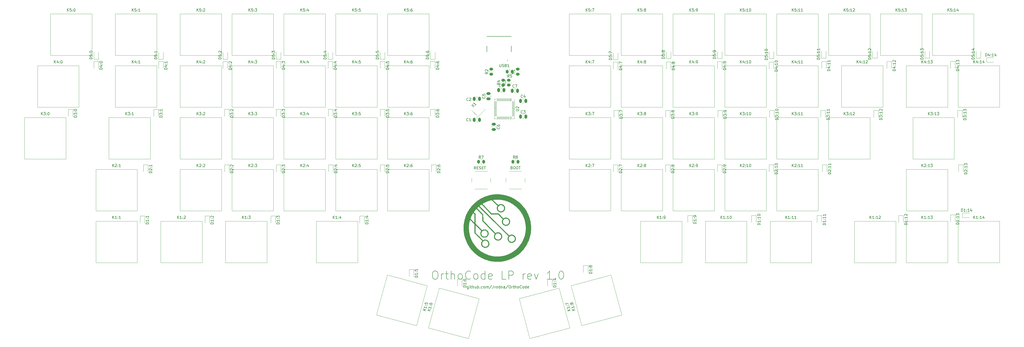
<source format=gbr>
%TF.GenerationSoftware,KiCad,Pcbnew,(6.0.10)*%
%TF.CreationDate,2023-02-07T21:59:56+13:00*%
%TF.ProjectId,orthoCode,6f727468-6f43-46f6-9465-2e6b69636164,rev?*%
%TF.SameCoordinates,Original*%
%TF.FileFunction,Legend,Top*%
%TF.FilePolarity,Positive*%
%FSLAX46Y46*%
G04 Gerber Fmt 4.6, Leading zero omitted, Abs format (unit mm)*
G04 Created by KiCad (PCBNEW (6.0.10)) date 2023-02-07 21:59:56*
%MOMM*%
%LPD*%
G01*
G04 APERTURE LIST*
G04 Aperture macros list*
%AMRoundRect*
0 Rectangle with rounded corners*
0 $1 Rounding radius*
0 $2 $3 $4 $5 $6 $7 $8 $9 X,Y pos of 4 corners*
0 Add a 4 corners polygon primitive as box body*
4,1,4,$2,$3,$4,$5,$6,$7,$8,$9,$2,$3,0*
0 Add four circle primitives for the rounded corners*
1,1,$1+$1,$2,$3*
1,1,$1+$1,$4,$5*
1,1,$1+$1,$6,$7*
1,1,$1+$1,$8,$9*
0 Add four rect primitives between the rounded corners*
20,1,$1+$1,$2,$3,$4,$5,0*
20,1,$1+$1,$4,$5,$6,$7,0*
20,1,$1+$1,$6,$7,$8,$9,0*
20,1,$1+$1,$8,$9,$2,$3,0*%
%AMRotRect*
0 Rectangle, with rotation*
0 The origin of the aperture is its center*
0 $1 length*
0 $2 width*
0 $3 Rotation angle, in degrees counterclockwise*
0 Add horizontal line*
21,1,$1,$2,0,0,$3*%
G04 Aperture macros list end*
%ADD10C,0.200000*%
%ADD11C,0.150000*%
%ADD12C,0.120000*%
%ADD13C,0.127000*%
%ADD14RotRect,1.400000X1.200000X45.000000*%
%ADD15C,2.000000*%
%ADD16RoundRect,0.250000X0.250000X0.475000X-0.250000X0.475000X-0.250000X-0.475000X0.250000X-0.475000X0*%
%ADD17R,0.450000X0.600000*%
%ADD18R,0.600000X0.450000*%
%ADD19C,1.250000*%
%ADD20C,1.650000*%
%ADD21C,5.050000*%
%ADD22C,1.900000*%
%ADD23RoundRect,0.250000X-0.250000X-0.475000X0.250000X-0.475000X0.250000X0.475000X-0.250000X0.475000X0*%
%ADD24RoundRect,0.250000X0.450000X-0.262500X0.450000X0.262500X-0.450000X0.262500X-0.450000X-0.262500X0*%
%ADD25RoundRect,0.250000X0.262500X0.450000X-0.262500X0.450000X-0.262500X-0.450000X0.262500X-0.450000X0*%
%ADD26RoundRect,0.250000X-0.262500X-0.450000X0.262500X-0.450000X0.262500X0.450000X-0.262500X0.450000X0*%
%ADD27R,0.300000X0.700000*%
%ADD28R,1.000000X0.700000*%
%ADD29O,1.200000X2.200000*%
%ADD30O,1.200000X2.700000*%
%ADD31O,1.200000X2.600000*%
%ADD32RoundRect,0.250000X0.475000X-0.250000X0.475000X0.250000X-0.475000X0.250000X-0.475000X-0.250000X0*%
%ADD33R,5.200000X5.200000*%
%ADD34RoundRect,0.062500X-0.475000X0.062500X-0.475000X-0.062500X0.475000X-0.062500X0.475000X0.062500X0*%
%ADD35RoundRect,0.062500X-0.062500X0.475000X-0.062500X-0.475000X0.062500X-0.475000X0.062500X0.475000X0*%
%ADD36RoundRect,0.250000X-0.475000X0.250000X-0.475000X-0.250000X0.475000X-0.250000X0.475000X0.250000X0*%
%ADD37C,0.800000*%
%ADD38C,0.400000*%
G04 APERTURE END LIST*
D10*
X178642857Y-153557142D02*
X179214285Y-153557142D01*
X179500000Y-153700000D01*
X179785714Y-153985714D01*
X179928571Y-154557142D01*
X179928571Y-155557142D01*
X179785714Y-156128571D01*
X179500000Y-156414285D01*
X179214285Y-156557142D01*
X178642857Y-156557142D01*
X178357142Y-156414285D01*
X178071428Y-156128571D01*
X177928571Y-155557142D01*
X177928571Y-154557142D01*
X178071428Y-153985714D01*
X178357142Y-153700000D01*
X178642857Y-153557142D01*
X181214285Y-156557142D02*
X181214285Y-154557142D01*
X181214285Y-155128571D02*
X181357142Y-154842857D01*
X181500000Y-154700000D01*
X181785714Y-154557142D01*
X182071428Y-154557142D01*
X182642857Y-154557142D02*
X183785714Y-154557142D01*
X183071428Y-153557142D02*
X183071428Y-156128571D01*
X183214285Y-156414285D01*
X183500000Y-156557142D01*
X183785714Y-156557142D01*
X184785714Y-156557142D02*
X184785714Y-153557142D01*
X186071428Y-156557142D02*
X186071428Y-154985714D01*
X185928571Y-154700000D01*
X185642857Y-154557142D01*
X185214285Y-154557142D01*
X184928571Y-154700000D01*
X184785714Y-154842857D01*
X187928571Y-156557142D02*
X187642857Y-156414285D01*
X187500000Y-156271428D01*
X187357142Y-155985714D01*
X187357142Y-155128571D01*
X187500000Y-154842857D01*
X187642857Y-154700000D01*
X187928571Y-154557142D01*
X188357142Y-154557142D01*
X188642857Y-154700000D01*
X188785714Y-154842857D01*
X188928571Y-155128571D01*
X188928571Y-155985714D01*
X188785714Y-156271428D01*
X188642857Y-156414285D01*
X188357142Y-156557142D01*
X187928571Y-156557142D01*
X191928571Y-156271428D02*
X191785714Y-156414285D01*
X191357142Y-156557142D01*
X191071428Y-156557142D01*
X190642857Y-156414285D01*
X190357142Y-156128571D01*
X190214285Y-155842857D01*
X190071428Y-155271428D01*
X190071428Y-154842857D01*
X190214285Y-154271428D01*
X190357142Y-153985714D01*
X190642857Y-153700000D01*
X191071428Y-153557142D01*
X191357142Y-153557142D01*
X191785714Y-153700000D01*
X191928571Y-153842857D01*
X193642857Y-156557142D02*
X193357142Y-156414285D01*
X193214285Y-156271428D01*
X193071428Y-155985714D01*
X193071428Y-155128571D01*
X193214285Y-154842857D01*
X193357142Y-154700000D01*
X193642857Y-154557142D01*
X194071428Y-154557142D01*
X194357142Y-154700000D01*
X194500000Y-154842857D01*
X194642857Y-155128571D01*
X194642857Y-155985714D01*
X194500000Y-156271428D01*
X194357142Y-156414285D01*
X194071428Y-156557142D01*
X193642857Y-156557142D01*
X197214285Y-156557142D02*
X197214285Y-153557142D01*
X197214285Y-156414285D02*
X196928571Y-156557142D01*
X196357142Y-156557142D01*
X196071428Y-156414285D01*
X195928571Y-156271428D01*
X195785714Y-155985714D01*
X195785714Y-155128571D01*
X195928571Y-154842857D01*
X196071428Y-154700000D01*
X196357142Y-154557142D01*
X196928571Y-154557142D01*
X197214285Y-154700000D01*
X199785714Y-156414285D02*
X199500000Y-156557142D01*
X198928571Y-156557142D01*
X198642857Y-156414285D01*
X198500000Y-156128571D01*
X198500000Y-154985714D01*
X198642857Y-154700000D01*
X198928571Y-154557142D01*
X199500000Y-154557142D01*
X199785714Y-154700000D01*
X199928571Y-154985714D01*
X199928571Y-155271428D01*
X198500000Y-155557142D01*
X204928571Y-156557142D02*
X203500000Y-156557142D01*
X203500000Y-153557142D01*
X205928571Y-156557142D02*
X205928571Y-153557142D01*
X207071428Y-153557142D01*
X207357142Y-153700000D01*
X207500000Y-153842857D01*
X207642857Y-154128571D01*
X207642857Y-154557142D01*
X207500000Y-154842857D01*
X207357142Y-154985714D01*
X207071428Y-155128571D01*
X205928571Y-155128571D01*
X211214285Y-156557142D02*
X211214285Y-154557142D01*
X211214285Y-155128571D02*
X211357142Y-154842857D01*
X211500000Y-154700000D01*
X211785714Y-154557142D01*
X212071428Y-154557142D01*
X214214285Y-156414285D02*
X213928571Y-156557142D01*
X213357142Y-156557142D01*
X213071428Y-156414285D01*
X212928571Y-156128571D01*
X212928571Y-154985714D01*
X213071428Y-154700000D01*
X213357142Y-154557142D01*
X213928571Y-154557142D01*
X214214285Y-154700000D01*
X214357142Y-154985714D01*
X214357142Y-155271428D01*
X212928571Y-155557142D01*
X215357142Y-154557142D02*
X216071428Y-156557142D01*
X216785714Y-154557142D01*
X221785714Y-156557142D02*
X220071428Y-156557142D01*
X220928571Y-156557142D02*
X220928571Y-153557142D01*
X220642857Y-153985714D01*
X220357142Y-154271428D01*
X220071428Y-154414285D01*
X223071428Y-156271428D02*
X223214285Y-156414285D01*
X223071428Y-156557142D01*
X222928571Y-156414285D01*
X223071428Y-156271428D01*
X223071428Y-156557142D01*
X225071428Y-153557142D02*
X225357142Y-153557142D01*
X225642857Y-153700000D01*
X225785714Y-153842857D01*
X225928571Y-154128571D01*
X226071428Y-154700000D01*
X226071428Y-155414285D01*
X225928571Y-155985714D01*
X225785714Y-156271428D01*
X225642857Y-156414285D01*
X225357142Y-156557142D01*
X225071428Y-156557142D01*
X224785714Y-156414285D01*
X224642857Y-156271428D01*
X224500000Y-155985714D01*
X224357142Y-155414285D01*
X224357142Y-154700000D01*
X224500000Y-154128571D01*
X224642857Y-153842857D01*
X224785714Y-153700000D01*
X225071428Y-153557142D01*
D11*
X191142857Y-159185714D02*
X191142857Y-159995238D01*
X191095238Y-160090476D01*
X191047619Y-160138095D01*
X190952380Y-160185714D01*
X190809523Y-160185714D01*
X190714285Y-160138095D01*
X191142857Y-159804761D02*
X191047619Y-159852380D01*
X190857142Y-159852380D01*
X190761904Y-159804761D01*
X190714285Y-159757142D01*
X190666666Y-159661904D01*
X190666666Y-159376190D01*
X190714285Y-159280952D01*
X190761904Y-159233333D01*
X190857142Y-159185714D01*
X191047619Y-159185714D01*
X191142857Y-159233333D01*
X191619047Y-159852380D02*
X191619047Y-159185714D01*
X191619047Y-158852380D02*
X191571428Y-158900000D01*
X191619047Y-158947619D01*
X191666666Y-158900000D01*
X191619047Y-158852380D01*
X191619047Y-158947619D01*
X191952380Y-159185714D02*
X192333333Y-159185714D01*
X192095238Y-158852380D02*
X192095238Y-159709523D01*
X192142857Y-159804761D01*
X192238095Y-159852380D01*
X192333333Y-159852380D01*
X192666666Y-159852380D02*
X192666666Y-158852380D01*
X193095238Y-159852380D02*
X193095238Y-159328571D01*
X193047619Y-159233333D01*
X192952380Y-159185714D01*
X192809523Y-159185714D01*
X192714285Y-159233333D01*
X192666666Y-159280952D01*
X194000000Y-159185714D02*
X194000000Y-159852380D01*
X193571428Y-159185714D02*
X193571428Y-159709523D01*
X193619047Y-159804761D01*
X193714285Y-159852380D01*
X193857142Y-159852380D01*
X193952380Y-159804761D01*
X194000000Y-159757142D01*
X194476190Y-159852380D02*
X194476190Y-158852380D01*
X194476190Y-159233333D02*
X194571428Y-159185714D01*
X194761904Y-159185714D01*
X194857142Y-159233333D01*
X194904761Y-159280952D01*
X194952380Y-159376190D01*
X194952380Y-159661904D01*
X194904761Y-159757142D01*
X194857142Y-159804761D01*
X194761904Y-159852380D01*
X194571428Y-159852380D01*
X194476190Y-159804761D01*
X195380952Y-159757142D02*
X195428571Y-159804761D01*
X195380952Y-159852380D01*
X195333333Y-159804761D01*
X195380952Y-159757142D01*
X195380952Y-159852380D01*
X196285714Y-159804761D02*
X196190476Y-159852380D01*
X196000000Y-159852380D01*
X195904761Y-159804761D01*
X195857142Y-159757142D01*
X195809523Y-159661904D01*
X195809523Y-159376190D01*
X195857142Y-159280952D01*
X195904761Y-159233333D01*
X196000000Y-159185714D01*
X196190476Y-159185714D01*
X196285714Y-159233333D01*
X196857142Y-159852380D02*
X196761904Y-159804761D01*
X196714285Y-159757142D01*
X196666666Y-159661904D01*
X196666666Y-159376190D01*
X196714285Y-159280952D01*
X196761904Y-159233333D01*
X196857142Y-159185714D01*
X197000000Y-159185714D01*
X197095238Y-159233333D01*
X197142857Y-159280952D01*
X197190476Y-159376190D01*
X197190476Y-159661904D01*
X197142857Y-159757142D01*
X197095238Y-159804761D01*
X197000000Y-159852380D01*
X196857142Y-159852380D01*
X197619047Y-159852380D02*
X197619047Y-159185714D01*
X197619047Y-159280952D02*
X197666666Y-159233333D01*
X197761904Y-159185714D01*
X197904761Y-159185714D01*
X198000000Y-159233333D01*
X198047619Y-159328571D01*
X198047619Y-159852380D01*
X198047619Y-159328571D02*
X198095238Y-159233333D01*
X198190476Y-159185714D01*
X198333333Y-159185714D01*
X198428571Y-159233333D01*
X198476190Y-159328571D01*
X198476190Y-159852380D01*
X199666666Y-158804761D02*
X198809523Y-160090476D01*
X200285714Y-158852380D02*
X200285714Y-159566666D01*
X200238095Y-159709523D01*
X200142857Y-159804761D01*
X200000000Y-159852380D01*
X199904761Y-159852380D01*
X200761904Y-159852380D02*
X200761904Y-159185714D01*
X200761904Y-159376190D02*
X200809523Y-159280952D01*
X200857142Y-159233333D01*
X200952380Y-159185714D01*
X201047619Y-159185714D01*
X201523809Y-159852380D02*
X201428571Y-159804761D01*
X201380952Y-159757142D01*
X201333333Y-159661904D01*
X201333333Y-159376190D01*
X201380952Y-159280952D01*
X201428571Y-159233333D01*
X201523809Y-159185714D01*
X201666666Y-159185714D01*
X201761904Y-159233333D01*
X201809523Y-159280952D01*
X201857142Y-159376190D01*
X201857142Y-159661904D01*
X201809523Y-159757142D01*
X201761904Y-159804761D01*
X201666666Y-159852380D01*
X201523809Y-159852380D01*
X202714285Y-159852380D02*
X202714285Y-158852380D01*
X202714285Y-159804761D02*
X202619047Y-159852380D01*
X202428571Y-159852380D01*
X202333333Y-159804761D01*
X202285714Y-159757142D01*
X202238095Y-159661904D01*
X202238095Y-159376190D01*
X202285714Y-159280952D01*
X202333333Y-159233333D01*
X202428571Y-159185714D01*
X202619047Y-159185714D01*
X202714285Y-159233333D01*
X203190476Y-159185714D02*
X203190476Y-159852380D01*
X203190476Y-159280952D02*
X203238095Y-159233333D01*
X203333333Y-159185714D01*
X203476190Y-159185714D01*
X203571428Y-159233333D01*
X203619047Y-159328571D01*
X203619047Y-159852380D01*
X204523809Y-159852380D02*
X204523809Y-159328571D01*
X204476190Y-159233333D01*
X204380952Y-159185714D01*
X204190476Y-159185714D01*
X204095238Y-159233333D01*
X204523809Y-159804761D02*
X204428571Y-159852380D01*
X204190476Y-159852380D01*
X204095238Y-159804761D01*
X204047619Y-159709523D01*
X204047619Y-159614285D01*
X204095238Y-159519047D01*
X204190476Y-159471428D01*
X204428571Y-159471428D01*
X204523809Y-159423809D01*
X205714285Y-158804761D02*
X204857142Y-160090476D01*
X206238095Y-158852380D02*
X206428571Y-158852380D01*
X206523809Y-158900000D01*
X206619047Y-158995238D01*
X206666666Y-159185714D01*
X206666666Y-159519047D01*
X206619047Y-159709523D01*
X206523809Y-159804761D01*
X206428571Y-159852380D01*
X206238095Y-159852380D01*
X206142857Y-159804761D01*
X206047619Y-159709523D01*
X206000000Y-159519047D01*
X206000000Y-159185714D01*
X206047619Y-158995238D01*
X206142857Y-158900000D01*
X206238095Y-158852380D01*
X207095238Y-159852380D02*
X207095238Y-159185714D01*
X207095238Y-159376190D02*
X207142857Y-159280952D01*
X207190476Y-159233333D01*
X207285714Y-159185714D01*
X207380952Y-159185714D01*
X207571428Y-159185714D02*
X207952380Y-159185714D01*
X207714285Y-158852380D02*
X207714285Y-159709523D01*
X207761904Y-159804761D01*
X207857142Y-159852380D01*
X207952380Y-159852380D01*
X208285714Y-159852380D02*
X208285714Y-158852380D01*
X208714285Y-159852380D02*
X208714285Y-159328571D01*
X208666666Y-159233333D01*
X208571428Y-159185714D01*
X208428571Y-159185714D01*
X208333333Y-159233333D01*
X208285714Y-159280952D01*
X209333333Y-159852380D02*
X209238095Y-159804761D01*
X209190476Y-159757142D01*
X209142857Y-159661904D01*
X209142857Y-159376190D01*
X209190476Y-159280952D01*
X209238095Y-159233333D01*
X209333333Y-159185714D01*
X209476190Y-159185714D01*
X209571428Y-159233333D01*
X209619047Y-159280952D01*
X209666666Y-159376190D01*
X209666666Y-159661904D01*
X209619047Y-159757142D01*
X209571428Y-159804761D01*
X209476190Y-159852380D01*
X209333333Y-159852380D01*
X210666666Y-159757142D02*
X210619047Y-159804761D01*
X210476190Y-159852380D01*
X210380952Y-159852380D01*
X210238095Y-159804761D01*
X210142857Y-159709523D01*
X210095238Y-159614285D01*
X210047619Y-159423809D01*
X210047619Y-159280952D01*
X210095238Y-159090476D01*
X210142857Y-158995238D01*
X210238095Y-158900000D01*
X210380952Y-158852380D01*
X210476190Y-158852380D01*
X210619047Y-158900000D01*
X210666666Y-158947619D01*
X211238095Y-159852380D02*
X211142857Y-159804761D01*
X211095238Y-159757142D01*
X211047619Y-159661904D01*
X211047619Y-159376190D01*
X211095238Y-159280952D01*
X211142857Y-159233333D01*
X211238095Y-159185714D01*
X211380952Y-159185714D01*
X211476190Y-159233333D01*
X211523809Y-159280952D01*
X211571428Y-159376190D01*
X211571428Y-159661904D01*
X211523809Y-159757142D01*
X211476190Y-159804761D01*
X211380952Y-159852380D01*
X211238095Y-159852380D01*
X212428571Y-159852380D02*
X212428571Y-158852380D01*
X212428571Y-159804761D02*
X212333333Y-159852380D01*
X212142857Y-159852380D01*
X212047619Y-159804761D01*
X212000000Y-159757142D01*
X211952380Y-159661904D01*
X211952380Y-159376190D01*
X212000000Y-159280952D01*
X212047619Y-159233333D01*
X212142857Y-159185714D01*
X212333333Y-159185714D01*
X212428571Y-159233333D01*
X213285714Y-159804761D02*
X213190476Y-159852380D01*
X213000000Y-159852380D01*
X212904761Y-159804761D01*
X212857142Y-159709523D01*
X212857142Y-159328571D01*
X212904761Y-159233333D01*
X213000000Y-159185714D01*
X213190476Y-159185714D01*
X213285714Y-159233333D01*
X213333333Y-159328571D01*
X213333333Y-159423809D01*
X212857142Y-159519047D01*
%TO.C,X1*%
X192207943Y-92652782D02*
X193386454Y-92888484D01*
X192679347Y-92181378D02*
X192915049Y-93359889D01*
X194026217Y-92248721D02*
X193622156Y-92652782D01*
X193824187Y-92450752D02*
X193117080Y-91743645D01*
X193150752Y-91912004D01*
X193150752Y-92046691D01*
X193117080Y-92147706D01*
%TO.C,BOOT1*%
X207042857Y-115578571D02*
X207185714Y-115626190D01*
X207233333Y-115673809D01*
X207280952Y-115769047D01*
X207280952Y-115911904D01*
X207233333Y-116007142D01*
X207185714Y-116054761D01*
X207090476Y-116102380D01*
X206709523Y-116102380D01*
X206709523Y-115102380D01*
X207042857Y-115102380D01*
X207138095Y-115150000D01*
X207185714Y-115197619D01*
X207233333Y-115292857D01*
X207233333Y-115388095D01*
X207185714Y-115483333D01*
X207138095Y-115530952D01*
X207042857Y-115578571D01*
X206709523Y-115578571D01*
X207900000Y-115102380D02*
X208090476Y-115102380D01*
X208185714Y-115150000D01*
X208280952Y-115245238D01*
X208328571Y-115435714D01*
X208328571Y-115769047D01*
X208280952Y-115959523D01*
X208185714Y-116054761D01*
X208090476Y-116102380D01*
X207900000Y-116102380D01*
X207804761Y-116054761D01*
X207709523Y-115959523D01*
X207661904Y-115769047D01*
X207661904Y-115435714D01*
X207709523Y-115245238D01*
X207804761Y-115150000D01*
X207900000Y-115102380D01*
X208947619Y-115102380D02*
X209138095Y-115102380D01*
X209233333Y-115150000D01*
X209328571Y-115245238D01*
X209376190Y-115435714D01*
X209376190Y-115769047D01*
X209328571Y-115959523D01*
X209233333Y-116054761D01*
X209138095Y-116102380D01*
X208947619Y-116102380D01*
X208852380Y-116054761D01*
X208757142Y-115959523D01*
X208709523Y-115769047D01*
X208709523Y-115435714D01*
X208757142Y-115245238D01*
X208852380Y-115150000D01*
X208947619Y-115102380D01*
X209661904Y-115102380D02*
X210233333Y-115102380D01*
X209947619Y-116102380D02*
X209947619Y-115102380D01*
%TO.C,C1*%
X191083333Y-98357142D02*
X191035714Y-98404761D01*
X190892857Y-98452380D01*
X190797619Y-98452380D01*
X190654761Y-98404761D01*
X190559523Y-98309523D01*
X190511904Y-98214285D01*
X190464285Y-98023809D01*
X190464285Y-97880952D01*
X190511904Y-97690476D01*
X190559523Y-97595238D01*
X190654761Y-97500000D01*
X190797619Y-97452380D01*
X190892857Y-97452380D01*
X191035714Y-97500000D01*
X191083333Y-97547619D01*
X192035714Y-98452380D02*
X191464285Y-98452380D01*
X191750000Y-98452380D02*
X191750000Y-97452380D01*
X191654761Y-97595238D01*
X191559523Y-97690476D01*
X191464285Y-97738095D01*
%TO.C,C2*%
X191083333Y-90872142D02*
X191035714Y-90919761D01*
X190892857Y-90967380D01*
X190797619Y-90967380D01*
X190654761Y-90919761D01*
X190559523Y-90824523D01*
X190511904Y-90729285D01*
X190464285Y-90538809D01*
X190464285Y-90395952D01*
X190511904Y-90205476D01*
X190559523Y-90110238D01*
X190654761Y-90015000D01*
X190797619Y-89967380D01*
X190892857Y-89967380D01*
X191035714Y-90015000D01*
X191083333Y-90062619D01*
X191464285Y-90062619D02*
X191511904Y-90015000D01*
X191607142Y-89967380D01*
X191845238Y-89967380D01*
X191940476Y-90015000D01*
X191988095Y-90062619D01*
X192035714Y-90157857D01*
X192035714Y-90253095D01*
X191988095Y-90395952D01*
X191416666Y-90967380D01*
X192035714Y-90967380D01*
%TO.C,D1:8*%
X236502380Y-154452380D02*
X235502380Y-154452380D01*
X235502380Y-154214285D01*
X235550000Y-154071428D01*
X235645238Y-153976190D01*
X235740476Y-153928571D01*
X235930952Y-153880952D01*
X236073809Y-153880952D01*
X236264285Y-153928571D01*
X236359523Y-153976190D01*
X236454761Y-154071428D01*
X236502380Y-154214285D01*
X236502380Y-154452380D01*
X236502380Y-152928571D02*
X236502380Y-153500000D01*
X236502380Y-153214285D02*
X235502380Y-153214285D01*
X235645238Y-153309523D01*
X235740476Y-153404761D01*
X235788095Y-153500000D01*
X236407142Y-152500000D02*
X236454761Y-152452380D01*
X236502380Y-152500000D01*
X236454761Y-152547619D01*
X236407142Y-152500000D01*
X236502380Y-152500000D01*
X235883333Y-152500000D02*
X235930952Y-152452380D01*
X235978571Y-152500000D01*
X235930952Y-152547619D01*
X235883333Y-152500000D01*
X235978571Y-152500000D01*
X235930952Y-151880952D02*
X235883333Y-151976190D01*
X235835714Y-152023809D01*
X235740476Y-152071428D01*
X235692857Y-152071428D01*
X235597619Y-152023809D01*
X235550000Y-151976190D01*
X235502380Y-151880952D01*
X235502380Y-151690476D01*
X235550000Y-151595238D01*
X235597619Y-151547619D01*
X235692857Y-151500000D01*
X235740476Y-151500000D01*
X235835714Y-151547619D01*
X235883333Y-151595238D01*
X235930952Y-151690476D01*
X235930952Y-151880952D01*
X235978571Y-151976190D01*
X236026190Y-152023809D01*
X236121428Y-152071428D01*
X236311904Y-152071428D01*
X236407142Y-152023809D01*
X236454761Y-151976190D01*
X236502380Y-151880952D01*
X236502380Y-151690476D01*
X236454761Y-151595238D01*
X236407142Y-151547619D01*
X236311904Y-151500000D01*
X236121428Y-151500000D01*
X236026190Y-151547619D01*
X235978571Y-151595238D01*
X235930952Y-151690476D01*
%TO.C,D1:1*%
X73702380Y-136252380D02*
X72702380Y-136252380D01*
X72702380Y-136014285D01*
X72750000Y-135871428D01*
X72845238Y-135776190D01*
X72940476Y-135728571D01*
X73130952Y-135680952D01*
X73273809Y-135680952D01*
X73464285Y-135728571D01*
X73559523Y-135776190D01*
X73654761Y-135871428D01*
X73702380Y-136014285D01*
X73702380Y-136252380D01*
X73702380Y-134728571D02*
X73702380Y-135300000D01*
X73702380Y-135014285D02*
X72702380Y-135014285D01*
X72845238Y-135109523D01*
X72940476Y-135204761D01*
X72988095Y-135300000D01*
X73607142Y-134300000D02*
X73654761Y-134252380D01*
X73702380Y-134300000D01*
X73654761Y-134347619D01*
X73607142Y-134300000D01*
X73702380Y-134300000D01*
X73083333Y-134300000D02*
X73130952Y-134252380D01*
X73178571Y-134300000D01*
X73130952Y-134347619D01*
X73083333Y-134300000D01*
X73178571Y-134300000D01*
X73702380Y-133300000D02*
X73702380Y-133871428D01*
X73702380Y-133585714D02*
X72702380Y-133585714D01*
X72845238Y-133680952D01*
X72940476Y-133776190D01*
X72988095Y-133871428D01*
%TO.C,D1:2*%
X97502380Y-136252380D02*
X96502380Y-136252380D01*
X96502380Y-136014285D01*
X96550000Y-135871428D01*
X96645238Y-135776190D01*
X96740476Y-135728571D01*
X96930952Y-135680952D01*
X97073809Y-135680952D01*
X97264285Y-135728571D01*
X97359523Y-135776190D01*
X97454761Y-135871428D01*
X97502380Y-136014285D01*
X97502380Y-136252380D01*
X97502380Y-134728571D02*
X97502380Y-135300000D01*
X97502380Y-135014285D02*
X96502380Y-135014285D01*
X96645238Y-135109523D01*
X96740476Y-135204761D01*
X96788095Y-135300000D01*
X97407142Y-134300000D02*
X97454761Y-134252380D01*
X97502380Y-134300000D01*
X97454761Y-134347619D01*
X97407142Y-134300000D01*
X97502380Y-134300000D01*
X96883333Y-134300000D02*
X96930952Y-134252380D01*
X96978571Y-134300000D01*
X96930952Y-134347619D01*
X96883333Y-134300000D01*
X96978571Y-134300000D01*
X96597619Y-133871428D02*
X96550000Y-133823809D01*
X96502380Y-133728571D01*
X96502380Y-133490476D01*
X96550000Y-133395238D01*
X96597619Y-133347619D01*
X96692857Y-133300000D01*
X96788095Y-133300000D01*
X96930952Y-133347619D01*
X97502380Y-133919047D01*
X97502380Y-133300000D01*
%TO.C,D1:3*%
X121702380Y-136252380D02*
X120702380Y-136252380D01*
X120702380Y-136014285D01*
X120750000Y-135871428D01*
X120845238Y-135776190D01*
X120940476Y-135728571D01*
X121130952Y-135680952D01*
X121273809Y-135680952D01*
X121464285Y-135728571D01*
X121559523Y-135776190D01*
X121654761Y-135871428D01*
X121702380Y-136014285D01*
X121702380Y-136252380D01*
X121702380Y-134728571D02*
X121702380Y-135300000D01*
X121702380Y-135014285D02*
X120702380Y-135014285D01*
X120845238Y-135109523D01*
X120940476Y-135204761D01*
X120988095Y-135300000D01*
X121607142Y-134300000D02*
X121654761Y-134252380D01*
X121702380Y-134300000D01*
X121654761Y-134347619D01*
X121607142Y-134300000D01*
X121702380Y-134300000D01*
X121083333Y-134300000D02*
X121130952Y-134252380D01*
X121178571Y-134300000D01*
X121130952Y-134347619D01*
X121083333Y-134300000D01*
X121178571Y-134300000D01*
X120702380Y-133919047D02*
X120702380Y-133300000D01*
X121083333Y-133633333D01*
X121083333Y-133490476D01*
X121130952Y-133395238D01*
X121178571Y-133347619D01*
X121273809Y-133300000D01*
X121511904Y-133300000D01*
X121607142Y-133347619D01*
X121654761Y-133395238D01*
X121702380Y-133490476D01*
X121702380Y-133776190D01*
X121654761Y-133871428D01*
X121607142Y-133919047D01*
%TO.C,D1:4*%
X154302380Y-136252380D02*
X153302380Y-136252380D01*
X153302380Y-136014285D01*
X153350000Y-135871428D01*
X153445238Y-135776190D01*
X153540476Y-135728571D01*
X153730952Y-135680952D01*
X153873809Y-135680952D01*
X154064285Y-135728571D01*
X154159523Y-135776190D01*
X154254761Y-135871428D01*
X154302380Y-136014285D01*
X154302380Y-136252380D01*
X154302380Y-134728571D02*
X154302380Y-135300000D01*
X154302380Y-135014285D02*
X153302380Y-135014285D01*
X153445238Y-135109523D01*
X153540476Y-135204761D01*
X153588095Y-135300000D01*
X154207142Y-134300000D02*
X154254761Y-134252380D01*
X154302380Y-134300000D01*
X154254761Y-134347619D01*
X154207142Y-134300000D01*
X154302380Y-134300000D01*
X153683333Y-134300000D02*
X153730952Y-134252380D01*
X153778571Y-134300000D01*
X153730952Y-134347619D01*
X153683333Y-134300000D01*
X153778571Y-134300000D01*
X153635714Y-133395238D02*
X154302380Y-133395238D01*
X153254761Y-133633333D02*
X153969047Y-133871428D01*
X153969047Y-133252380D01*
%TO.C,D1:5*%
X172502380Y-155852380D02*
X171502380Y-155852380D01*
X171502380Y-155614285D01*
X171550000Y-155471428D01*
X171645238Y-155376190D01*
X171740476Y-155328571D01*
X171930952Y-155280952D01*
X172073809Y-155280952D01*
X172264285Y-155328571D01*
X172359523Y-155376190D01*
X172454761Y-155471428D01*
X172502380Y-155614285D01*
X172502380Y-155852380D01*
X172502380Y-154328571D02*
X172502380Y-154900000D01*
X172502380Y-154614285D02*
X171502380Y-154614285D01*
X171645238Y-154709523D01*
X171740476Y-154804761D01*
X171788095Y-154900000D01*
X172407142Y-153900000D02*
X172454761Y-153852380D01*
X172502380Y-153900000D01*
X172454761Y-153947619D01*
X172407142Y-153900000D01*
X172502380Y-153900000D01*
X171883333Y-153900000D02*
X171930952Y-153852380D01*
X171978571Y-153900000D01*
X171930952Y-153947619D01*
X171883333Y-153900000D01*
X171978571Y-153900000D01*
X171502380Y-152947619D02*
X171502380Y-153423809D01*
X171978571Y-153471428D01*
X171930952Y-153423809D01*
X171883333Y-153328571D01*
X171883333Y-153090476D01*
X171930952Y-152995238D01*
X171978571Y-152947619D01*
X172073809Y-152900000D01*
X172311904Y-152900000D01*
X172407142Y-152947619D01*
X172454761Y-152995238D01*
X172502380Y-153090476D01*
X172502380Y-153328571D01*
X172454761Y-153423809D01*
X172407142Y-153471428D01*
%TO.C,D1:6*%
X190262380Y-159452380D02*
X189262380Y-159452380D01*
X189262380Y-159214285D01*
X189310000Y-159071428D01*
X189405238Y-158976190D01*
X189500476Y-158928571D01*
X189690952Y-158880952D01*
X189833809Y-158880952D01*
X190024285Y-158928571D01*
X190119523Y-158976190D01*
X190214761Y-159071428D01*
X190262380Y-159214285D01*
X190262380Y-159452380D01*
X190262380Y-157928571D02*
X190262380Y-158500000D01*
X190262380Y-158214285D02*
X189262380Y-158214285D01*
X189405238Y-158309523D01*
X189500476Y-158404761D01*
X189548095Y-158500000D01*
X190167142Y-157500000D02*
X190214761Y-157452380D01*
X190262380Y-157500000D01*
X190214761Y-157547619D01*
X190167142Y-157500000D01*
X190262380Y-157500000D01*
X189643333Y-157500000D02*
X189690952Y-157452380D01*
X189738571Y-157500000D01*
X189690952Y-157547619D01*
X189643333Y-157500000D01*
X189738571Y-157500000D01*
X189262380Y-156595238D02*
X189262380Y-156785714D01*
X189310000Y-156880952D01*
X189357619Y-156928571D01*
X189500476Y-157023809D01*
X189690952Y-157071428D01*
X190071904Y-157071428D01*
X190167142Y-157023809D01*
X190214761Y-156976190D01*
X190262380Y-156880952D01*
X190262380Y-156690476D01*
X190214761Y-156595238D01*
X190167142Y-156547619D01*
X190071904Y-156500000D01*
X189833809Y-156500000D01*
X189738571Y-156547619D01*
X189690952Y-156595238D01*
X189643333Y-156690476D01*
X189643333Y-156880952D01*
X189690952Y-156976190D01*
X189738571Y-157023809D01*
X189833809Y-157071428D01*
%TO.C,D1:7*%
X223302380Y-159452380D02*
X222302380Y-159452380D01*
X222302380Y-159214285D01*
X222350000Y-159071428D01*
X222445238Y-158976190D01*
X222540476Y-158928571D01*
X222730952Y-158880952D01*
X222873809Y-158880952D01*
X223064285Y-158928571D01*
X223159523Y-158976190D01*
X223254761Y-159071428D01*
X223302380Y-159214285D01*
X223302380Y-159452380D01*
X223302380Y-157928571D02*
X223302380Y-158500000D01*
X223302380Y-158214285D02*
X222302380Y-158214285D01*
X222445238Y-158309523D01*
X222540476Y-158404761D01*
X222588095Y-158500000D01*
X223207142Y-157500000D02*
X223254761Y-157452380D01*
X223302380Y-157500000D01*
X223254761Y-157547619D01*
X223207142Y-157500000D01*
X223302380Y-157500000D01*
X222683333Y-157500000D02*
X222730952Y-157452380D01*
X222778571Y-157500000D01*
X222730952Y-157547619D01*
X222683333Y-157500000D01*
X222778571Y-157500000D01*
X222302380Y-157119047D02*
X222302380Y-156452380D01*
X223302380Y-156880952D01*
%TO.C,D1:9*%
X274802380Y-136072380D02*
X273802380Y-136072380D01*
X273802380Y-135834285D01*
X273850000Y-135691428D01*
X273945238Y-135596190D01*
X274040476Y-135548571D01*
X274230952Y-135500952D01*
X274373809Y-135500952D01*
X274564285Y-135548571D01*
X274659523Y-135596190D01*
X274754761Y-135691428D01*
X274802380Y-135834285D01*
X274802380Y-136072380D01*
X274802380Y-134548571D02*
X274802380Y-135120000D01*
X274802380Y-134834285D02*
X273802380Y-134834285D01*
X273945238Y-134929523D01*
X274040476Y-135024761D01*
X274088095Y-135120000D01*
X274707142Y-134120000D02*
X274754761Y-134072380D01*
X274802380Y-134120000D01*
X274754761Y-134167619D01*
X274707142Y-134120000D01*
X274802380Y-134120000D01*
X274183333Y-134120000D02*
X274230952Y-134072380D01*
X274278571Y-134120000D01*
X274230952Y-134167619D01*
X274183333Y-134120000D01*
X274278571Y-134120000D01*
X274802380Y-133596190D02*
X274802380Y-133405714D01*
X274754761Y-133310476D01*
X274707142Y-133262857D01*
X274564285Y-133167619D01*
X274373809Y-133120000D01*
X273992857Y-133120000D01*
X273897619Y-133167619D01*
X273850000Y-133215238D01*
X273802380Y-133310476D01*
X273802380Y-133500952D01*
X273850000Y-133596190D01*
X273897619Y-133643809D01*
X273992857Y-133691428D01*
X274230952Y-133691428D01*
X274326190Y-133643809D01*
X274373809Y-133596190D01*
X274421428Y-133500952D01*
X274421428Y-133310476D01*
X274373809Y-133215238D01*
X274326190Y-133167619D01*
X274230952Y-133120000D01*
%TO.C,D1:10*%
X298302380Y-136548571D02*
X297302380Y-136548571D01*
X297302380Y-136310476D01*
X297350000Y-136167619D01*
X297445238Y-136072380D01*
X297540476Y-136024761D01*
X297730952Y-135977142D01*
X297873809Y-135977142D01*
X298064285Y-136024761D01*
X298159523Y-136072380D01*
X298254761Y-136167619D01*
X298302380Y-136310476D01*
X298302380Y-136548571D01*
X298302380Y-135024761D02*
X298302380Y-135596190D01*
X298302380Y-135310476D02*
X297302380Y-135310476D01*
X297445238Y-135405714D01*
X297540476Y-135500952D01*
X297588095Y-135596190D01*
X298207142Y-134596190D02*
X298254761Y-134548571D01*
X298302380Y-134596190D01*
X298254761Y-134643809D01*
X298207142Y-134596190D01*
X298302380Y-134596190D01*
X297683333Y-134596190D02*
X297730952Y-134548571D01*
X297778571Y-134596190D01*
X297730952Y-134643809D01*
X297683333Y-134596190D01*
X297778571Y-134596190D01*
X298302380Y-133596190D02*
X298302380Y-134167619D01*
X298302380Y-133881904D02*
X297302380Y-133881904D01*
X297445238Y-133977142D01*
X297540476Y-134072380D01*
X297588095Y-134167619D01*
X297302380Y-132977142D02*
X297302380Y-132881904D01*
X297350000Y-132786666D01*
X297397619Y-132739047D01*
X297492857Y-132691428D01*
X297683333Y-132643809D01*
X297921428Y-132643809D01*
X298111904Y-132691428D01*
X298207142Y-132739047D01*
X298254761Y-132786666D01*
X298302380Y-132881904D01*
X298302380Y-132977142D01*
X298254761Y-133072380D01*
X298207142Y-133120000D01*
X298111904Y-133167619D01*
X297921428Y-133215238D01*
X297683333Y-133215238D01*
X297492857Y-133167619D01*
X297397619Y-133120000D01*
X297350000Y-133072380D01*
X297302380Y-132977142D01*
%TO.C,D1:11*%
X322342380Y-136548571D02*
X321342380Y-136548571D01*
X321342380Y-136310476D01*
X321390000Y-136167619D01*
X321485238Y-136072380D01*
X321580476Y-136024761D01*
X321770952Y-135977142D01*
X321913809Y-135977142D01*
X322104285Y-136024761D01*
X322199523Y-136072380D01*
X322294761Y-136167619D01*
X322342380Y-136310476D01*
X322342380Y-136548571D01*
X322342380Y-135024761D02*
X322342380Y-135596190D01*
X322342380Y-135310476D02*
X321342380Y-135310476D01*
X321485238Y-135405714D01*
X321580476Y-135500952D01*
X321628095Y-135596190D01*
X322247142Y-134596190D02*
X322294761Y-134548571D01*
X322342380Y-134596190D01*
X322294761Y-134643809D01*
X322247142Y-134596190D01*
X322342380Y-134596190D01*
X321723333Y-134596190D02*
X321770952Y-134548571D01*
X321818571Y-134596190D01*
X321770952Y-134643809D01*
X321723333Y-134596190D01*
X321818571Y-134596190D01*
X322342380Y-133596190D02*
X322342380Y-134167619D01*
X322342380Y-133881904D02*
X321342380Y-133881904D01*
X321485238Y-133977142D01*
X321580476Y-134072380D01*
X321628095Y-134167619D01*
X322342380Y-132643809D02*
X322342380Y-133215238D01*
X322342380Y-132929523D02*
X321342380Y-132929523D01*
X321485238Y-133024761D01*
X321580476Y-133120000D01*
X321628095Y-133215238D01*
%TO.C,D1:12*%
X352302380Y-136528571D02*
X351302380Y-136528571D01*
X351302380Y-136290476D01*
X351350000Y-136147619D01*
X351445238Y-136052380D01*
X351540476Y-136004761D01*
X351730952Y-135957142D01*
X351873809Y-135957142D01*
X352064285Y-136004761D01*
X352159523Y-136052380D01*
X352254761Y-136147619D01*
X352302380Y-136290476D01*
X352302380Y-136528571D01*
X352302380Y-135004761D02*
X352302380Y-135576190D01*
X352302380Y-135290476D02*
X351302380Y-135290476D01*
X351445238Y-135385714D01*
X351540476Y-135480952D01*
X351588095Y-135576190D01*
X352207142Y-134576190D02*
X352254761Y-134528571D01*
X352302380Y-134576190D01*
X352254761Y-134623809D01*
X352207142Y-134576190D01*
X352302380Y-134576190D01*
X351683333Y-134576190D02*
X351730952Y-134528571D01*
X351778571Y-134576190D01*
X351730952Y-134623809D01*
X351683333Y-134576190D01*
X351778571Y-134576190D01*
X352302380Y-133576190D02*
X352302380Y-134147619D01*
X352302380Y-133861904D02*
X351302380Y-133861904D01*
X351445238Y-133957142D01*
X351540476Y-134052380D01*
X351588095Y-134147619D01*
X351397619Y-133195238D02*
X351350000Y-133147619D01*
X351302380Y-133052380D01*
X351302380Y-132814285D01*
X351350000Y-132719047D01*
X351397619Y-132671428D01*
X351492857Y-132623809D01*
X351588095Y-132623809D01*
X351730952Y-132671428D01*
X352302380Y-133242857D01*
X352302380Y-132623809D01*
%TO.C,D1:13*%
X371302380Y-136328571D02*
X370302380Y-136328571D01*
X370302380Y-136090476D01*
X370350000Y-135947619D01*
X370445238Y-135852380D01*
X370540476Y-135804761D01*
X370730952Y-135757142D01*
X370873809Y-135757142D01*
X371064285Y-135804761D01*
X371159523Y-135852380D01*
X371254761Y-135947619D01*
X371302380Y-136090476D01*
X371302380Y-136328571D01*
X371302380Y-134804761D02*
X371302380Y-135376190D01*
X371302380Y-135090476D02*
X370302380Y-135090476D01*
X370445238Y-135185714D01*
X370540476Y-135280952D01*
X370588095Y-135376190D01*
X371207142Y-134376190D02*
X371254761Y-134328571D01*
X371302380Y-134376190D01*
X371254761Y-134423809D01*
X371207142Y-134376190D01*
X371302380Y-134376190D01*
X370683333Y-134376190D02*
X370730952Y-134328571D01*
X370778571Y-134376190D01*
X370730952Y-134423809D01*
X370683333Y-134376190D01*
X370778571Y-134376190D01*
X371302380Y-133376190D02*
X371302380Y-133947619D01*
X371302380Y-133661904D02*
X370302380Y-133661904D01*
X370445238Y-133757142D01*
X370540476Y-133852380D01*
X370588095Y-133947619D01*
X370302380Y-133042857D02*
X370302380Y-132423809D01*
X370683333Y-132757142D01*
X370683333Y-132614285D01*
X370730952Y-132519047D01*
X370778571Y-132471428D01*
X370873809Y-132423809D01*
X371111904Y-132423809D01*
X371207142Y-132471428D01*
X371254761Y-132519047D01*
X371302380Y-132614285D01*
X371302380Y-132900000D01*
X371254761Y-132995238D01*
X371207142Y-133042857D01*
%TO.C,D1:14*%
X372171428Y-131652380D02*
X372171428Y-130652380D01*
X372409523Y-130652380D01*
X372552380Y-130700000D01*
X372647619Y-130795238D01*
X372695238Y-130890476D01*
X372742857Y-131080952D01*
X372742857Y-131223809D01*
X372695238Y-131414285D01*
X372647619Y-131509523D01*
X372552380Y-131604761D01*
X372409523Y-131652380D01*
X372171428Y-131652380D01*
X373695238Y-131652380D02*
X373123809Y-131652380D01*
X373409523Y-131652380D02*
X373409523Y-130652380D01*
X373314285Y-130795238D01*
X373219047Y-130890476D01*
X373123809Y-130938095D01*
X374123809Y-131557142D02*
X374171428Y-131604761D01*
X374123809Y-131652380D01*
X374076190Y-131604761D01*
X374123809Y-131557142D01*
X374123809Y-131652380D01*
X374123809Y-131033333D02*
X374171428Y-131080952D01*
X374123809Y-131128571D01*
X374076190Y-131080952D01*
X374123809Y-131033333D01*
X374123809Y-131128571D01*
X375123809Y-131652380D02*
X374552380Y-131652380D01*
X374838095Y-131652380D02*
X374838095Y-130652380D01*
X374742857Y-130795238D01*
X374647619Y-130890476D01*
X374552380Y-130938095D01*
X375980952Y-130985714D02*
X375980952Y-131652380D01*
X375742857Y-130604761D02*
X375504761Y-131319047D01*
X376123809Y-131319047D01*
%TO.C,D2:1*%
X74902380Y-117452380D02*
X73902380Y-117452380D01*
X73902380Y-117214285D01*
X73950000Y-117071428D01*
X74045238Y-116976190D01*
X74140476Y-116928571D01*
X74330952Y-116880952D01*
X74473809Y-116880952D01*
X74664285Y-116928571D01*
X74759523Y-116976190D01*
X74854761Y-117071428D01*
X74902380Y-117214285D01*
X74902380Y-117452380D01*
X73997619Y-116500000D02*
X73950000Y-116452380D01*
X73902380Y-116357142D01*
X73902380Y-116119047D01*
X73950000Y-116023809D01*
X73997619Y-115976190D01*
X74092857Y-115928571D01*
X74188095Y-115928571D01*
X74330952Y-115976190D01*
X74902380Y-116547619D01*
X74902380Y-115928571D01*
X74807142Y-115500000D02*
X74854761Y-115452380D01*
X74902380Y-115500000D01*
X74854761Y-115547619D01*
X74807142Y-115500000D01*
X74902380Y-115500000D01*
X74283333Y-115500000D02*
X74330952Y-115452380D01*
X74378571Y-115500000D01*
X74330952Y-115547619D01*
X74283333Y-115500000D01*
X74378571Y-115500000D01*
X74902380Y-114500000D02*
X74902380Y-115071428D01*
X74902380Y-114785714D02*
X73902380Y-114785714D01*
X74045238Y-114880952D01*
X74140476Y-114976190D01*
X74188095Y-115071428D01*
%TO.C,D2:2*%
X104702380Y-117452380D02*
X103702380Y-117452380D01*
X103702380Y-117214285D01*
X103750000Y-117071428D01*
X103845238Y-116976190D01*
X103940476Y-116928571D01*
X104130952Y-116880952D01*
X104273809Y-116880952D01*
X104464285Y-116928571D01*
X104559523Y-116976190D01*
X104654761Y-117071428D01*
X104702380Y-117214285D01*
X104702380Y-117452380D01*
X103797619Y-116500000D02*
X103750000Y-116452380D01*
X103702380Y-116357142D01*
X103702380Y-116119047D01*
X103750000Y-116023809D01*
X103797619Y-115976190D01*
X103892857Y-115928571D01*
X103988095Y-115928571D01*
X104130952Y-115976190D01*
X104702380Y-116547619D01*
X104702380Y-115928571D01*
X104607142Y-115500000D02*
X104654761Y-115452380D01*
X104702380Y-115500000D01*
X104654761Y-115547619D01*
X104607142Y-115500000D01*
X104702380Y-115500000D01*
X104083333Y-115500000D02*
X104130952Y-115452380D01*
X104178571Y-115500000D01*
X104130952Y-115547619D01*
X104083333Y-115500000D01*
X104178571Y-115500000D01*
X103797619Y-115071428D02*
X103750000Y-115023809D01*
X103702380Y-114928571D01*
X103702380Y-114690476D01*
X103750000Y-114595238D01*
X103797619Y-114547619D01*
X103892857Y-114500000D01*
X103988095Y-114500000D01*
X104130952Y-114547619D01*
X104702380Y-115119047D01*
X104702380Y-114500000D01*
%TO.C,D2:3*%
X123702380Y-117452380D02*
X122702380Y-117452380D01*
X122702380Y-117214285D01*
X122750000Y-117071428D01*
X122845238Y-116976190D01*
X122940476Y-116928571D01*
X123130952Y-116880952D01*
X123273809Y-116880952D01*
X123464285Y-116928571D01*
X123559523Y-116976190D01*
X123654761Y-117071428D01*
X123702380Y-117214285D01*
X123702380Y-117452380D01*
X122797619Y-116500000D02*
X122750000Y-116452380D01*
X122702380Y-116357142D01*
X122702380Y-116119047D01*
X122750000Y-116023809D01*
X122797619Y-115976190D01*
X122892857Y-115928571D01*
X122988095Y-115928571D01*
X123130952Y-115976190D01*
X123702380Y-116547619D01*
X123702380Y-115928571D01*
X123607142Y-115500000D02*
X123654761Y-115452380D01*
X123702380Y-115500000D01*
X123654761Y-115547619D01*
X123607142Y-115500000D01*
X123702380Y-115500000D01*
X123083333Y-115500000D02*
X123130952Y-115452380D01*
X123178571Y-115500000D01*
X123130952Y-115547619D01*
X123083333Y-115500000D01*
X123178571Y-115500000D01*
X122702380Y-115119047D02*
X122702380Y-114500000D01*
X123083333Y-114833333D01*
X123083333Y-114690476D01*
X123130952Y-114595238D01*
X123178571Y-114547619D01*
X123273809Y-114500000D01*
X123511904Y-114500000D01*
X123607142Y-114547619D01*
X123654761Y-114595238D01*
X123702380Y-114690476D01*
X123702380Y-114976190D01*
X123654761Y-115071428D01*
X123607142Y-115119047D01*
%TO.C,D2:4*%
X142902380Y-117452380D02*
X141902380Y-117452380D01*
X141902380Y-117214285D01*
X141950000Y-117071428D01*
X142045238Y-116976190D01*
X142140476Y-116928571D01*
X142330952Y-116880952D01*
X142473809Y-116880952D01*
X142664285Y-116928571D01*
X142759523Y-116976190D01*
X142854761Y-117071428D01*
X142902380Y-117214285D01*
X142902380Y-117452380D01*
X141997619Y-116500000D02*
X141950000Y-116452380D01*
X141902380Y-116357142D01*
X141902380Y-116119047D01*
X141950000Y-116023809D01*
X141997619Y-115976190D01*
X142092857Y-115928571D01*
X142188095Y-115928571D01*
X142330952Y-115976190D01*
X142902380Y-116547619D01*
X142902380Y-115928571D01*
X142807142Y-115500000D02*
X142854761Y-115452380D01*
X142902380Y-115500000D01*
X142854761Y-115547619D01*
X142807142Y-115500000D01*
X142902380Y-115500000D01*
X142283333Y-115500000D02*
X142330952Y-115452380D01*
X142378571Y-115500000D01*
X142330952Y-115547619D01*
X142283333Y-115500000D01*
X142378571Y-115500000D01*
X142235714Y-114595238D02*
X142902380Y-114595238D01*
X141854761Y-114833333D02*
X142569047Y-115071428D01*
X142569047Y-114452380D01*
%TO.C,D2:5*%
X161902380Y-117452380D02*
X160902380Y-117452380D01*
X160902380Y-117214285D01*
X160950000Y-117071428D01*
X161045238Y-116976190D01*
X161140476Y-116928571D01*
X161330952Y-116880952D01*
X161473809Y-116880952D01*
X161664285Y-116928571D01*
X161759523Y-116976190D01*
X161854761Y-117071428D01*
X161902380Y-117214285D01*
X161902380Y-117452380D01*
X160997619Y-116500000D02*
X160950000Y-116452380D01*
X160902380Y-116357142D01*
X160902380Y-116119047D01*
X160950000Y-116023809D01*
X160997619Y-115976190D01*
X161092857Y-115928571D01*
X161188095Y-115928571D01*
X161330952Y-115976190D01*
X161902380Y-116547619D01*
X161902380Y-115928571D01*
X161807142Y-115500000D02*
X161854761Y-115452380D01*
X161902380Y-115500000D01*
X161854761Y-115547619D01*
X161807142Y-115500000D01*
X161902380Y-115500000D01*
X161283333Y-115500000D02*
X161330952Y-115452380D01*
X161378571Y-115500000D01*
X161330952Y-115547619D01*
X161283333Y-115500000D01*
X161378571Y-115500000D01*
X160902380Y-114547619D02*
X160902380Y-115023809D01*
X161378571Y-115071428D01*
X161330952Y-115023809D01*
X161283333Y-114928571D01*
X161283333Y-114690476D01*
X161330952Y-114595238D01*
X161378571Y-114547619D01*
X161473809Y-114500000D01*
X161711904Y-114500000D01*
X161807142Y-114547619D01*
X161854761Y-114595238D01*
X161902380Y-114690476D01*
X161902380Y-114928571D01*
X161854761Y-115023809D01*
X161807142Y-115071428D01*
%TO.C,D2:6*%
X180702380Y-117452380D02*
X179702380Y-117452380D01*
X179702380Y-117214285D01*
X179750000Y-117071428D01*
X179845238Y-116976190D01*
X179940476Y-116928571D01*
X180130952Y-116880952D01*
X180273809Y-116880952D01*
X180464285Y-116928571D01*
X180559523Y-116976190D01*
X180654761Y-117071428D01*
X180702380Y-117214285D01*
X180702380Y-117452380D01*
X179797619Y-116500000D02*
X179750000Y-116452380D01*
X179702380Y-116357142D01*
X179702380Y-116119047D01*
X179750000Y-116023809D01*
X179797619Y-115976190D01*
X179892857Y-115928571D01*
X179988095Y-115928571D01*
X180130952Y-115976190D01*
X180702380Y-116547619D01*
X180702380Y-115928571D01*
X180607142Y-115500000D02*
X180654761Y-115452380D01*
X180702380Y-115500000D01*
X180654761Y-115547619D01*
X180607142Y-115500000D01*
X180702380Y-115500000D01*
X180083333Y-115500000D02*
X180130952Y-115452380D01*
X180178571Y-115500000D01*
X180130952Y-115547619D01*
X180083333Y-115500000D01*
X180178571Y-115500000D01*
X179702380Y-114595238D02*
X179702380Y-114785714D01*
X179750000Y-114880952D01*
X179797619Y-114928571D01*
X179940476Y-115023809D01*
X180130952Y-115071428D01*
X180511904Y-115071428D01*
X180607142Y-115023809D01*
X180654761Y-114976190D01*
X180702380Y-114880952D01*
X180702380Y-114690476D01*
X180654761Y-114595238D01*
X180607142Y-114547619D01*
X180511904Y-114500000D01*
X180273809Y-114500000D01*
X180178571Y-114547619D01*
X180130952Y-114595238D01*
X180083333Y-114690476D01*
X180083333Y-114880952D01*
X180130952Y-114976190D01*
X180178571Y-115023809D01*
X180273809Y-115071428D01*
%TO.C,D2:7*%
X247502380Y-117452380D02*
X246502380Y-117452380D01*
X246502380Y-117214285D01*
X246550000Y-117071428D01*
X246645238Y-116976190D01*
X246740476Y-116928571D01*
X246930952Y-116880952D01*
X247073809Y-116880952D01*
X247264285Y-116928571D01*
X247359523Y-116976190D01*
X247454761Y-117071428D01*
X247502380Y-117214285D01*
X247502380Y-117452380D01*
X246597619Y-116500000D02*
X246550000Y-116452380D01*
X246502380Y-116357142D01*
X246502380Y-116119047D01*
X246550000Y-116023809D01*
X246597619Y-115976190D01*
X246692857Y-115928571D01*
X246788095Y-115928571D01*
X246930952Y-115976190D01*
X247502380Y-116547619D01*
X247502380Y-115928571D01*
X247407142Y-115500000D02*
X247454761Y-115452380D01*
X247502380Y-115500000D01*
X247454761Y-115547619D01*
X247407142Y-115500000D01*
X247502380Y-115500000D01*
X246883333Y-115500000D02*
X246930952Y-115452380D01*
X246978571Y-115500000D01*
X246930952Y-115547619D01*
X246883333Y-115500000D01*
X246978571Y-115500000D01*
X246502380Y-115119047D02*
X246502380Y-114452380D01*
X247502380Y-114880952D01*
%TO.C,D2:8*%
X266702380Y-117452380D02*
X265702380Y-117452380D01*
X265702380Y-117214285D01*
X265750000Y-117071428D01*
X265845238Y-116976190D01*
X265940476Y-116928571D01*
X266130952Y-116880952D01*
X266273809Y-116880952D01*
X266464285Y-116928571D01*
X266559523Y-116976190D01*
X266654761Y-117071428D01*
X266702380Y-117214285D01*
X266702380Y-117452380D01*
X265797619Y-116500000D02*
X265750000Y-116452380D01*
X265702380Y-116357142D01*
X265702380Y-116119047D01*
X265750000Y-116023809D01*
X265797619Y-115976190D01*
X265892857Y-115928571D01*
X265988095Y-115928571D01*
X266130952Y-115976190D01*
X266702380Y-116547619D01*
X266702380Y-115928571D01*
X266607142Y-115500000D02*
X266654761Y-115452380D01*
X266702380Y-115500000D01*
X266654761Y-115547619D01*
X266607142Y-115500000D01*
X266702380Y-115500000D01*
X266083333Y-115500000D02*
X266130952Y-115452380D01*
X266178571Y-115500000D01*
X266130952Y-115547619D01*
X266083333Y-115500000D01*
X266178571Y-115500000D01*
X266130952Y-114880952D02*
X266083333Y-114976190D01*
X266035714Y-115023809D01*
X265940476Y-115071428D01*
X265892857Y-115071428D01*
X265797619Y-115023809D01*
X265750000Y-114976190D01*
X265702380Y-114880952D01*
X265702380Y-114690476D01*
X265750000Y-114595238D01*
X265797619Y-114547619D01*
X265892857Y-114500000D01*
X265940476Y-114500000D01*
X266035714Y-114547619D01*
X266083333Y-114595238D01*
X266130952Y-114690476D01*
X266130952Y-114880952D01*
X266178571Y-114976190D01*
X266226190Y-115023809D01*
X266321428Y-115071428D01*
X266511904Y-115071428D01*
X266607142Y-115023809D01*
X266654761Y-114976190D01*
X266702380Y-114880952D01*
X266702380Y-114690476D01*
X266654761Y-114595238D01*
X266607142Y-114547619D01*
X266511904Y-114500000D01*
X266321428Y-114500000D01*
X266226190Y-114547619D01*
X266178571Y-114595238D01*
X266130952Y-114690476D01*
%TO.C,D2:9*%
X285702380Y-117452380D02*
X284702380Y-117452380D01*
X284702380Y-117214285D01*
X284750000Y-117071428D01*
X284845238Y-116976190D01*
X284940476Y-116928571D01*
X285130952Y-116880952D01*
X285273809Y-116880952D01*
X285464285Y-116928571D01*
X285559523Y-116976190D01*
X285654761Y-117071428D01*
X285702380Y-117214285D01*
X285702380Y-117452380D01*
X284797619Y-116500000D02*
X284750000Y-116452380D01*
X284702380Y-116357142D01*
X284702380Y-116119047D01*
X284750000Y-116023809D01*
X284797619Y-115976190D01*
X284892857Y-115928571D01*
X284988095Y-115928571D01*
X285130952Y-115976190D01*
X285702380Y-116547619D01*
X285702380Y-115928571D01*
X285607142Y-115500000D02*
X285654761Y-115452380D01*
X285702380Y-115500000D01*
X285654761Y-115547619D01*
X285607142Y-115500000D01*
X285702380Y-115500000D01*
X285083333Y-115500000D02*
X285130952Y-115452380D01*
X285178571Y-115500000D01*
X285130952Y-115547619D01*
X285083333Y-115500000D01*
X285178571Y-115500000D01*
X285702380Y-114976190D02*
X285702380Y-114785714D01*
X285654761Y-114690476D01*
X285607142Y-114642857D01*
X285464285Y-114547619D01*
X285273809Y-114500000D01*
X284892857Y-114500000D01*
X284797619Y-114547619D01*
X284750000Y-114595238D01*
X284702380Y-114690476D01*
X284702380Y-114880952D01*
X284750000Y-114976190D01*
X284797619Y-115023809D01*
X284892857Y-115071428D01*
X285130952Y-115071428D01*
X285226190Y-115023809D01*
X285273809Y-114976190D01*
X285321428Y-114880952D01*
X285321428Y-114690476D01*
X285273809Y-114595238D01*
X285226190Y-114547619D01*
X285130952Y-114500000D01*
%TO.C,D2:10*%
X304702380Y-117928571D02*
X303702380Y-117928571D01*
X303702380Y-117690476D01*
X303750000Y-117547619D01*
X303845238Y-117452380D01*
X303940476Y-117404761D01*
X304130952Y-117357142D01*
X304273809Y-117357142D01*
X304464285Y-117404761D01*
X304559523Y-117452380D01*
X304654761Y-117547619D01*
X304702380Y-117690476D01*
X304702380Y-117928571D01*
X303797619Y-116976190D02*
X303750000Y-116928571D01*
X303702380Y-116833333D01*
X303702380Y-116595238D01*
X303750000Y-116500000D01*
X303797619Y-116452380D01*
X303892857Y-116404761D01*
X303988095Y-116404761D01*
X304130952Y-116452380D01*
X304702380Y-117023809D01*
X304702380Y-116404761D01*
X304607142Y-115976190D02*
X304654761Y-115928571D01*
X304702380Y-115976190D01*
X304654761Y-116023809D01*
X304607142Y-115976190D01*
X304702380Y-115976190D01*
X304083333Y-115976190D02*
X304130952Y-115928571D01*
X304178571Y-115976190D01*
X304130952Y-116023809D01*
X304083333Y-115976190D01*
X304178571Y-115976190D01*
X304702380Y-114976190D02*
X304702380Y-115547619D01*
X304702380Y-115261904D02*
X303702380Y-115261904D01*
X303845238Y-115357142D01*
X303940476Y-115452380D01*
X303988095Y-115547619D01*
X303702380Y-114357142D02*
X303702380Y-114261904D01*
X303750000Y-114166666D01*
X303797619Y-114119047D01*
X303892857Y-114071428D01*
X304083333Y-114023809D01*
X304321428Y-114023809D01*
X304511904Y-114071428D01*
X304607142Y-114119047D01*
X304654761Y-114166666D01*
X304702380Y-114261904D01*
X304702380Y-114357142D01*
X304654761Y-114452380D01*
X304607142Y-114500000D01*
X304511904Y-114547619D01*
X304321428Y-114595238D01*
X304083333Y-114595238D01*
X303892857Y-114547619D01*
X303797619Y-114500000D01*
X303750000Y-114452380D01*
X303702380Y-114357142D01*
%TO.C,D2:11*%
X324282380Y-117928571D02*
X323282380Y-117928571D01*
X323282380Y-117690476D01*
X323330000Y-117547619D01*
X323425238Y-117452380D01*
X323520476Y-117404761D01*
X323710952Y-117357142D01*
X323853809Y-117357142D01*
X324044285Y-117404761D01*
X324139523Y-117452380D01*
X324234761Y-117547619D01*
X324282380Y-117690476D01*
X324282380Y-117928571D01*
X323377619Y-116976190D02*
X323330000Y-116928571D01*
X323282380Y-116833333D01*
X323282380Y-116595238D01*
X323330000Y-116500000D01*
X323377619Y-116452380D01*
X323472857Y-116404761D01*
X323568095Y-116404761D01*
X323710952Y-116452380D01*
X324282380Y-117023809D01*
X324282380Y-116404761D01*
X324187142Y-115976190D02*
X324234761Y-115928571D01*
X324282380Y-115976190D01*
X324234761Y-116023809D01*
X324187142Y-115976190D01*
X324282380Y-115976190D01*
X323663333Y-115976190D02*
X323710952Y-115928571D01*
X323758571Y-115976190D01*
X323710952Y-116023809D01*
X323663333Y-115976190D01*
X323758571Y-115976190D01*
X324282380Y-114976190D02*
X324282380Y-115547619D01*
X324282380Y-115261904D02*
X323282380Y-115261904D01*
X323425238Y-115357142D01*
X323520476Y-115452380D01*
X323568095Y-115547619D01*
X324282380Y-114023809D02*
X324282380Y-114595238D01*
X324282380Y-114309523D02*
X323282380Y-114309523D01*
X323425238Y-114404761D01*
X323520476Y-114500000D01*
X323568095Y-114595238D01*
%TO.C,D2:13*%
X374302380Y-117928571D02*
X373302380Y-117928571D01*
X373302380Y-117690476D01*
X373350000Y-117547619D01*
X373445238Y-117452380D01*
X373540476Y-117404761D01*
X373730952Y-117357142D01*
X373873809Y-117357142D01*
X374064285Y-117404761D01*
X374159523Y-117452380D01*
X374254761Y-117547619D01*
X374302380Y-117690476D01*
X374302380Y-117928571D01*
X373397619Y-116976190D02*
X373350000Y-116928571D01*
X373302380Y-116833333D01*
X373302380Y-116595238D01*
X373350000Y-116500000D01*
X373397619Y-116452380D01*
X373492857Y-116404761D01*
X373588095Y-116404761D01*
X373730952Y-116452380D01*
X374302380Y-117023809D01*
X374302380Y-116404761D01*
X374207142Y-115976190D02*
X374254761Y-115928571D01*
X374302380Y-115976190D01*
X374254761Y-116023809D01*
X374207142Y-115976190D01*
X374302380Y-115976190D01*
X373683333Y-115976190D02*
X373730952Y-115928571D01*
X373778571Y-115976190D01*
X373730952Y-116023809D01*
X373683333Y-115976190D01*
X373778571Y-115976190D01*
X374302380Y-114976190D02*
X374302380Y-115547619D01*
X374302380Y-115261904D02*
X373302380Y-115261904D01*
X373445238Y-115357142D01*
X373540476Y-115452380D01*
X373588095Y-115547619D01*
X373302380Y-114642857D02*
X373302380Y-114023809D01*
X373683333Y-114357142D01*
X373683333Y-114214285D01*
X373730952Y-114119047D01*
X373778571Y-114071428D01*
X373873809Y-114023809D01*
X374111904Y-114023809D01*
X374207142Y-114071428D01*
X374254761Y-114119047D01*
X374302380Y-114214285D01*
X374302380Y-114500000D01*
X374254761Y-114595238D01*
X374207142Y-114642857D01*
%TO.C,D3:0*%
X47302380Y-97052380D02*
X46302380Y-97052380D01*
X46302380Y-96814285D01*
X46350000Y-96671428D01*
X46445238Y-96576190D01*
X46540476Y-96528571D01*
X46730952Y-96480952D01*
X46873809Y-96480952D01*
X47064285Y-96528571D01*
X47159523Y-96576190D01*
X47254761Y-96671428D01*
X47302380Y-96814285D01*
X47302380Y-97052380D01*
X46302380Y-96147619D02*
X46302380Y-95528571D01*
X46683333Y-95861904D01*
X46683333Y-95719047D01*
X46730952Y-95623809D01*
X46778571Y-95576190D01*
X46873809Y-95528571D01*
X47111904Y-95528571D01*
X47207142Y-95576190D01*
X47254761Y-95623809D01*
X47302380Y-95719047D01*
X47302380Y-96004761D01*
X47254761Y-96100000D01*
X47207142Y-96147619D01*
X47207142Y-95100000D02*
X47254761Y-95052380D01*
X47302380Y-95100000D01*
X47254761Y-95147619D01*
X47207142Y-95100000D01*
X47302380Y-95100000D01*
X46683333Y-95100000D02*
X46730952Y-95052380D01*
X46778571Y-95100000D01*
X46730952Y-95147619D01*
X46683333Y-95100000D01*
X46778571Y-95100000D01*
X46302380Y-94433333D02*
X46302380Y-94338095D01*
X46350000Y-94242857D01*
X46397619Y-94195238D01*
X46492857Y-94147619D01*
X46683333Y-94100000D01*
X46921428Y-94100000D01*
X47111904Y-94147619D01*
X47207142Y-94195238D01*
X47254761Y-94242857D01*
X47302380Y-94338095D01*
X47302380Y-94433333D01*
X47254761Y-94528571D01*
X47207142Y-94576190D01*
X47111904Y-94623809D01*
X46921428Y-94671428D01*
X46683333Y-94671428D01*
X46492857Y-94623809D01*
X46397619Y-94576190D01*
X46350000Y-94528571D01*
X46302380Y-94433333D01*
%TO.C,D3:1*%
X78702380Y-97052380D02*
X77702380Y-97052380D01*
X77702380Y-96814285D01*
X77750000Y-96671428D01*
X77845238Y-96576190D01*
X77940476Y-96528571D01*
X78130952Y-96480952D01*
X78273809Y-96480952D01*
X78464285Y-96528571D01*
X78559523Y-96576190D01*
X78654761Y-96671428D01*
X78702380Y-96814285D01*
X78702380Y-97052380D01*
X77702380Y-96147619D02*
X77702380Y-95528571D01*
X78083333Y-95861904D01*
X78083333Y-95719047D01*
X78130952Y-95623809D01*
X78178571Y-95576190D01*
X78273809Y-95528571D01*
X78511904Y-95528571D01*
X78607142Y-95576190D01*
X78654761Y-95623809D01*
X78702380Y-95719047D01*
X78702380Y-96004761D01*
X78654761Y-96100000D01*
X78607142Y-96147619D01*
X78607142Y-95100000D02*
X78654761Y-95052380D01*
X78702380Y-95100000D01*
X78654761Y-95147619D01*
X78607142Y-95100000D01*
X78702380Y-95100000D01*
X78083333Y-95100000D02*
X78130952Y-95052380D01*
X78178571Y-95100000D01*
X78130952Y-95147619D01*
X78083333Y-95100000D01*
X78178571Y-95100000D01*
X78702380Y-94100000D02*
X78702380Y-94671428D01*
X78702380Y-94385714D02*
X77702380Y-94385714D01*
X77845238Y-94480952D01*
X77940476Y-94576190D01*
X77988095Y-94671428D01*
%TO.C,D3:2*%
X104722380Y-97052380D02*
X103722380Y-97052380D01*
X103722380Y-96814285D01*
X103770000Y-96671428D01*
X103865238Y-96576190D01*
X103960476Y-96528571D01*
X104150952Y-96480952D01*
X104293809Y-96480952D01*
X104484285Y-96528571D01*
X104579523Y-96576190D01*
X104674761Y-96671428D01*
X104722380Y-96814285D01*
X104722380Y-97052380D01*
X103722380Y-96147619D02*
X103722380Y-95528571D01*
X104103333Y-95861904D01*
X104103333Y-95719047D01*
X104150952Y-95623809D01*
X104198571Y-95576190D01*
X104293809Y-95528571D01*
X104531904Y-95528571D01*
X104627142Y-95576190D01*
X104674761Y-95623809D01*
X104722380Y-95719047D01*
X104722380Y-96004761D01*
X104674761Y-96100000D01*
X104627142Y-96147619D01*
X104627142Y-95100000D02*
X104674761Y-95052380D01*
X104722380Y-95100000D01*
X104674761Y-95147619D01*
X104627142Y-95100000D01*
X104722380Y-95100000D01*
X104103333Y-95100000D02*
X104150952Y-95052380D01*
X104198571Y-95100000D01*
X104150952Y-95147619D01*
X104103333Y-95100000D01*
X104198571Y-95100000D01*
X103817619Y-94671428D02*
X103770000Y-94623809D01*
X103722380Y-94528571D01*
X103722380Y-94290476D01*
X103770000Y-94195238D01*
X103817619Y-94147619D01*
X103912857Y-94100000D01*
X104008095Y-94100000D01*
X104150952Y-94147619D01*
X104722380Y-94719047D01*
X104722380Y-94100000D01*
%TO.C,D3:3*%
X123702380Y-97052380D02*
X122702380Y-97052380D01*
X122702380Y-96814285D01*
X122750000Y-96671428D01*
X122845238Y-96576190D01*
X122940476Y-96528571D01*
X123130952Y-96480952D01*
X123273809Y-96480952D01*
X123464285Y-96528571D01*
X123559523Y-96576190D01*
X123654761Y-96671428D01*
X123702380Y-96814285D01*
X123702380Y-97052380D01*
X122702380Y-96147619D02*
X122702380Y-95528571D01*
X123083333Y-95861904D01*
X123083333Y-95719047D01*
X123130952Y-95623809D01*
X123178571Y-95576190D01*
X123273809Y-95528571D01*
X123511904Y-95528571D01*
X123607142Y-95576190D01*
X123654761Y-95623809D01*
X123702380Y-95719047D01*
X123702380Y-96004761D01*
X123654761Y-96100000D01*
X123607142Y-96147619D01*
X123607142Y-95100000D02*
X123654761Y-95052380D01*
X123702380Y-95100000D01*
X123654761Y-95147619D01*
X123607142Y-95100000D01*
X123702380Y-95100000D01*
X123083333Y-95100000D02*
X123130952Y-95052380D01*
X123178571Y-95100000D01*
X123130952Y-95147619D01*
X123083333Y-95100000D01*
X123178571Y-95100000D01*
X122702380Y-94719047D02*
X122702380Y-94100000D01*
X123083333Y-94433333D01*
X123083333Y-94290476D01*
X123130952Y-94195238D01*
X123178571Y-94147619D01*
X123273809Y-94100000D01*
X123511904Y-94100000D01*
X123607142Y-94147619D01*
X123654761Y-94195238D01*
X123702380Y-94290476D01*
X123702380Y-94576190D01*
X123654761Y-94671428D01*
X123607142Y-94719047D01*
%TO.C,D3:4*%
X142822380Y-97052380D02*
X141822380Y-97052380D01*
X141822380Y-96814285D01*
X141870000Y-96671428D01*
X141965238Y-96576190D01*
X142060476Y-96528571D01*
X142250952Y-96480952D01*
X142393809Y-96480952D01*
X142584285Y-96528571D01*
X142679523Y-96576190D01*
X142774761Y-96671428D01*
X142822380Y-96814285D01*
X142822380Y-97052380D01*
X141822380Y-96147619D02*
X141822380Y-95528571D01*
X142203333Y-95861904D01*
X142203333Y-95719047D01*
X142250952Y-95623809D01*
X142298571Y-95576190D01*
X142393809Y-95528571D01*
X142631904Y-95528571D01*
X142727142Y-95576190D01*
X142774761Y-95623809D01*
X142822380Y-95719047D01*
X142822380Y-96004761D01*
X142774761Y-96100000D01*
X142727142Y-96147619D01*
X142727142Y-95100000D02*
X142774761Y-95052380D01*
X142822380Y-95100000D01*
X142774761Y-95147619D01*
X142727142Y-95100000D01*
X142822380Y-95100000D01*
X142203333Y-95100000D02*
X142250952Y-95052380D01*
X142298571Y-95100000D01*
X142250952Y-95147619D01*
X142203333Y-95100000D01*
X142298571Y-95100000D01*
X142155714Y-94195238D02*
X142822380Y-94195238D01*
X141774761Y-94433333D02*
X142489047Y-94671428D01*
X142489047Y-94052380D01*
%TO.C,D3:5*%
X161902380Y-97052380D02*
X160902380Y-97052380D01*
X160902380Y-96814285D01*
X160950000Y-96671428D01*
X161045238Y-96576190D01*
X161140476Y-96528571D01*
X161330952Y-96480952D01*
X161473809Y-96480952D01*
X161664285Y-96528571D01*
X161759523Y-96576190D01*
X161854761Y-96671428D01*
X161902380Y-96814285D01*
X161902380Y-97052380D01*
X160902380Y-96147619D02*
X160902380Y-95528571D01*
X161283333Y-95861904D01*
X161283333Y-95719047D01*
X161330952Y-95623809D01*
X161378571Y-95576190D01*
X161473809Y-95528571D01*
X161711904Y-95528571D01*
X161807142Y-95576190D01*
X161854761Y-95623809D01*
X161902380Y-95719047D01*
X161902380Y-96004761D01*
X161854761Y-96100000D01*
X161807142Y-96147619D01*
X161807142Y-95100000D02*
X161854761Y-95052380D01*
X161902380Y-95100000D01*
X161854761Y-95147619D01*
X161807142Y-95100000D01*
X161902380Y-95100000D01*
X161283333Y-95100000D02*
X161330952Y-95052380D01*
X161378571Y-95100000D01*
X161330952Y-95147619D01*
X161283333Y-95100000D01*
X161378571Y-95100000D01*
X160902380Y-94147619D02*
X160902380Y-94623809D01*
X161378571Y-94671428D01*
X161330952Y-94623809D01*
X161283333Y-94528571D01*
X161283333Y-94290476D01*
X161330952Y-94195238D01*
X161378571Y-94147619D01*
X161473809Y-94100000D01*
X161711904Y-94100000D01*
X161807142Y-94147619D01*
X161854761Y-94195238D01*
X161902380Y-94290476D01*
X161902380Y-94528571D01*
X161854761Y-94623809D01*
X161807142Y-94671428D01*
%TO.C,D3:6*%
X180302380Y-97052380D02*
X179302380Y-97052380D01*
X179302380Y-96814285D01*
X179350000Y-96671428D01*
X179445238Y-96576190D01*
X179540476Y-96528571D01*
X179730952Y-96480952D01*
X179873809Y-96480952D01*
X180064285Y-96528571D01*
X180159523Y-96576190D01*
X180254761Y-96671428D01*
X180302380Y-96814285D01*
X180302380Y-97052380D01*
X179302380Y-96147619D02*
X179302380Y-95528571D01*
X179683333Y-95861904D01*
X179683333Y-95719047D01*
X179730952Y-95623809D01*
X179778571Y-95576190D01*
X179873809Y-95528571D01*
X180111904Y-95528571D01*
X180207142Y-95576190D01*
X180254761Y-95623809D01*
X180302380Y-95719047D01*
X180302380Y-96004761D01*
X180254761Y-96100000D01*
X180207142Y-96147619D01*
X180207142Y-95100000D02*
X180254761Y-95052380D01*
X180302380Y-95100000D01*
X180254761Y-95147619D01*
X180207142Y-95100000D01*
X180302380Y-95100000D01*
X179683333Y-95100000D02*
X179730952Y-95052380D01*
X179778571Y-95100000D01*
X179730952Y-95147619D01*
X179683333Y-95100000D01*
X179778571Y-95100000D01*
X179302380Y-94195238D02*
X179302380Y-94385714D01*
X179350000Y-94480952D01*
X179397619Y-94528571D01*
X179540476Y-94623809D01*
X179730952Y-94671428D01*
X180111904Y-94671428D01*
X180207142Y-94623809D01*
X180254761Y-94576190D01*
X180302380Y-94480952D01*
X180302380Y-94290476D01*
X180254761Y-94195238D01*
X180207142Y-94147619D01*
X180111904Y-94100000D01*
X179873809Y-94100000D01*
X179778571Y-94147619D01*
X179730952Y-94195238D01*
X179683333Y-94290476D01*
X179683333Y-94480952D01*
X179730952Y-94576190D01*
X179778571Y-94623809D01*
X179873809Y-94671428D01*
%TO.C,D3:7*%
X247702380Y-97452380D02*
X246702380Y-97452380D01*
X246702380Y-97214285D01*
X246750000Y-97071428D01*
X246845238Y-96976190D01*
X246940476Y-96928571D01*
X247130952Y-96880952D01*
X247273809Y-96880952D01*
X247464285Y-96928571D01*
X247559523Y-96976190D01*
X247654761Y-97071428D01*
X247702380Y-97214285D01*
X247702380Y-97452380D01*
X246702380Y-96547619D02*
X246702380Y-95928571D01*
X247083333Y-96261904D01*
X247083333Y-96119047D01*
X247130952Y-96023809D01*
X247178571Y-95976190D01*
X247273809Y-95928571D01*
X247511904Y-95928571D01*
X247607142Y-95976190D01*
X247654761Y-96023809D01*
X247702380Y-96119047D01*
X247702380Y-96404761D01*
X247654761Y-96500000D01*
X247607142Y-96547619D01*
X247607142Y-95500000D02*
X247654761Y-95452380D01*
X247702380Y-95500000D01*
X247654761Y-95547619D01*
X247607142Y-95500000D01*
X247702380Y-95500000D01*
X247083333Y-95500000D02*
X247130952Y-95452380D01*
X247178571Y-95500000D01*
X247130952Y-95547619D01*
X247083333Y-95500000D01*
X247178571Y-95500000D01*
X246702380Y-95119047D02*
X246702380Y-94452380D01*
X247702380Y-94880952D01*
%TO.C,D3:8*%
X266702380Y-97452380D02*
X265702380Y-97452380D01*
X265702380Y-97214285D01*
X265750000Y-97071428D01*
X265845238Y-96976190D01*
X265940476Y-96928571D01*
X266130952Y-96880952D01*
X266273809Y-96880952D01*
X266464285Y-96928571D01*
X266559523Y-96976190D01*
X266654761Y-97071428D01*
X266702380Y-97214285D01*
X266702380Y-97452380D01*
X265702380Y-96547619D02*
X265702380Y-95928571D01*
X266083333Y-96261904D01*
X266083333Y-96119047D01*
X266130952Y-96023809D01*
X266178571Y-95976190D01*
X266273809Y-95928571D01*
X266511904Y-95928571D01*
X266607142Y-95976190D01*
X266654761Y-96023809D01*
X266702380Y-96119047D01*
X266702380Y-96404761D01*
X266654761Y-96500000D01*
X266607142Y-96547619D01*
X266607142Y-95500000D02*
X266654761Y-95452380D01*
X266702380Y-95500000D01*
X266654761Y-95547619D01*
X266607142Y-95500000D01*
X266702380Y-95500000D01*
X266083333Y-95500000D02*
X266130952Y-95452380D01*
X266178571Y-95500000D01*
X266130952Y-95547619D01*
X266083333Y-95500000D01*
X266178571Y-95500000D01*
X266130952Y-94880952D02*
X266083333Y-94976190D01*
X266035714Y-95023809D01*
X265940476Y-95071428D01*
X265892857Y-95071428D01*
X265797619Y-95023809D01*
X265750000Y-94976190D01*
X265702380Y-94880952D01*
X265702380Y-94690476D01*
X265750000Y-94595238D01*
X265797619Y-94547619D01*
X265892857Y-94500000D01*
X265940476Y-94500000D01*
X266035714Y-94547619D01*
X266083333Y-94595238D01*
X266130952Y-94690476D01*
X266130952Y-94880952D01*
X266178571Y-94976190D01*
X266226190Y-95023809D01*
X266321428Y-95071428D01*
X266511904Y-95071428D01*
X266607142Y-95023809D01*
X266654761Y-94976190D01*
X266702380Y-94880952D01*
X266702380Y-94690476D01*
X266654761Y-94595238D01*
X266607142Y-94547619D01*
X266511904Y-94500000D01*
X266321428Y-94500000D01*
X266226190Y-94547619D01*
X266178571Y-94595238D01*
X266130952Y-94690476D01*
%TO.C,D3:9*%
X285902380Y-97452380D02*
X284902380Y-97452380D01*
X284902380Y-97214285D01*
X284950000Y-97071428D01*
X285045238Y-96976190D01*
X285140476Y-96928571D01*
X285330952Y-96880952D01*
X285473809Y-96880952D01*
X285664285Y-96928571D01*
X285759523Y-96976190D01*
X285854761Y-97071428D01*
X285902380Y-97214285D01*
X285902380Y-97452380D01*
X284902380Y-96547619D02*
X284902380Y-95928571D01*
X285283333Y-96261904D01*
X285283333Y-96119047D01*
X285330952Y-96023809D01*
X285378571Y-95976190D01*
X285473809Y-95928571D01*
X285711904Y-95928571D01*
X285807142Y-95976190D01*
X285854761Y-96023809D01*
X285902380Y-96119047D01*
X285902380Y-96404761D01*
X285854761Y-96500000D01*
X285807142Y-96547619D01*
X285807142Y-95500000D02*
X285854761Y-95452380D01*
X285902380Y-95500000D01*
X285854761Y-95547619D01*
X285807142Y-95500000D01*
X285902380Y-95500000D01*
X285283333Y-95500000D02*
X285330952Y-95452380D01*
X285378571Y-95500000D01*
X285330952Y-95547619D01*
X285283333Y-95500000D01*
X285378571Y-95500000D01*
X285902380Y-94976190D02*
X285902380Y-94785714D01*
X285854761Y-94690476D01*
X285807142Y-94642857D01*
X285664285Y-94547619D01*
X285473809Y-94500000D01*
X285092857Y-94500000D01*
X284997619Y-94547619D01*
X284950000Y-94595238D01*
X284902380Y-94690476D01*
X284902380Y-94880952D01*
X284950000Y-94976190D01*
X284997619Y-95023809D01*
X285092857Y-95071428D01*
X285330952Y-95071428D01*
X285426190Y-95023809D01*
X285473809Y-94976190D01*
X285521428Y-94880952D01*
X285521428Y-94690476D01*
X285473809Y-94595238D01*
X285426190Y-94547619D01*
X285330952Y-94500000D01*
%TO.C,D3:10*%
X304902380Y-97928571D02*
X303902380Y-97928571D01*
X303902380Y-97690476D01*
X303950000Y-97547619D01*
X304045238Y-97452380D01*
X304140476Y-97404761D01*
X304330952Y-97357142D01*
X304473809Y-97357142D01*
X304664285Y-97404761D01*
X304759523Y-97452380D01*
X304854761Y-97547619D01*
X304902380Y-97690476D01*
X304902380Y-97928571D01*
X303902380Y-97023809D02*
X303902380Y-96404761D01*
X304283333Y-96738095D01*
X304283333Y-96595238D01*
X304330952Y-96500000D01*
X304378571Y-96452380D01*
X304473809Y-96404761D01*
X304711904Y-96404761D01*
X304807142Y-96452380D01*
X304854761Y-96500000D01*
X304902380Y-96595238D01*
X304902380Y-96880952D01*
X304854761Y-96976190D01*
X304807142Y-97023809D01*
X304807142Y-95976190D02*
X304854761Y-95928571D01*
X304902380Y-95976190D01*
X304854761Y-96023809D01*
X304807142Y-95976190D01*
X304902380Y-95976190D01*
X304283333Y-95976190D02*
X304330952Y-95928571D01*
X304378571Y-95976190D01*
X304330952Y-96023809D01*
X304283333Y-95976190D01*
X304378571Y-95976190D01*
X304902380Y-94976190D02*
X304902380Y-95547619D01*
X304902380Y-95261904D02*
X303902380Y-95261904D01*
X304045238Y-95357142D01*
X304140476Y-95452380D01*
X304188095Y-95547619D01*
X303902380Y-94357142D02*
X303902380Y-94261904D01*
X303950000Y-94166666D01*
X303997619Y-94119047D01*
X304092857Y-94071428D01*
X304283333Y-94023809D01*
X304521428Y-94023809D01*
X304711904Y-94071428D01*
X304807142Y-94119047D01*
X304854761Y-94166666D01*
X304902380Y-94261904D01*
X304902380Y-94357142D01*
X304854761Y-94452380D01*
X304807142Y-94500000D01*
X304711904Y-94547619D01*
X304521428Y-94595238D01*
X304283333Y-94595238D01*
X304092857Y-94547619D01*
X303997619Y-94500000D01*
X303950000Y-94452380D01*
X303902380Y-94357142D01*
%TO.C,D3:11*%
X323702380Y-97928571D02*
X322702380Y-97928571D01*
X322702380Y-97690476D01*
X322750000Y-97547619D01*
X322845238Y-97452380D01*
X322940476Y-97404761D01*
X323130952Y-97357142D01*
X323273809Y-97357142D01*
X323464285Y-97404761D01*
X323559523Y-97452380D01*
X323654761Y-97547619D01*
X323702380Y-97690476D01*
X323702380Y-97928571D01*
X322702380Y-97023809D02*
X322702380Y-96404761D01*
X323083333Y-96738095D01*
X323083333Y-96595238D01*
X323130952Y-96500000D01*
X323178571Y-96452380D01*
X323273809Y-96404761D01*
X323511904Y-96404761D01*
X323607142Y-96452380D01*
X323654761Y-96500000D01*
X323702380Y-96595238D01*
X323702380Y-96880952D01*
X323654761Y-96976190D01*
X323607142Y-97023809D01*
X323607142Y-95976190D02*
X323654761Y-95928571D01*
X323702380Y-95976190D01*
X323654761Y-96023809D01*
X323607142Y-95976190D01*
X323702380Y-95976190D01*
X323083333Y-95976190D02*
X323130952Y-95928571D01*
X323178571Y-95976190D01*
X323130952Y-96023809D01*
X323083333Y-95976190D01*
X323178571Y-95976190D01*
X323702380Y-94976190D02*
X323702380Y-95547619D01*
X323702380Y-95261904D02*
X322702380Y-95261904D01*
X322845238Y-95357142D01*
X322940476Y-95452380D01*
X322988095Y-95547619D01*
X323702380Y-94023809D02*
X323702380Y-94595238D01*
X323702380Y-94309523D02*
X322702380Y-94309523D01*
X322845238Y-94404761D01*
X322940476Y-94500000D01*
X322988095Y-94595238D01*
%TO.C,D3:12*%
X343102380Y-97928571D02*
X342102380Y-97928571D01*
X342102380Y-97690476D01*
X342150000Y-97547619D01*
X342245238Y-97452380D01*
X342340476Y-97404761D01*
X342530952Y-97357142D01*
X342673809Y-97357142D01*
X342864285Y-97404761D01*
X342959523Y-97452380D01*
X343054761Y-97547619D01*
X343102380Y-97690476D01*
X343102380Y-97928571D01*
X342102380Y-97023809D02*
X342102380Y-96404761D01*
X342483333Y-96738095D01*
X342483333Y-96595238D01*
X342530952Y-96500000D01*
X342578571Y-96452380D01*
X342673809Y-96404761D01*
X342911904Y-96404761D01*
X343007142Y-96452380D01*
X343054761Y-96500000D01*
X343102380Y-96595238D01*
X343102380Y-96880952D01*
X343054761Y-96976190D01*
X343007142Y-97023809D01*
X343007142Y-95976190D02*
X343054761Y-95928571D01*
X343102380Y-95976190D01*
X343054761Y-96023809D01*
X343007142Y-95976190D01*
X343102380Y-95976190D01*
X342483333Y-95976190D02*
X342530952Y-95928571D01*
X342578571Y-95976190D01*
X342530952Y-96023809D01*
X342483333Y-95976190D01*
X342578571Y-95976190D01*
X343102380Y-94976190D02*
X343102380Y-95547619D01*
X343102380Y-95261904D02*
X342102380Y-95261904D01*
X342245238Y-95357142D01*
X342340476Y-95452380D01*
X342388095Y-95547619D01*
X342197619Y-94595238D02*
X342150000Y-94547619D01*
X342102380Y-94452380D01*
X342102380Y-94214285D01*
X342150000Y-94119047D01*
X342197619Y-94071428D01*
X342292857Y-94023809D01*
X342388095Y-94023809D01*
X342530952Y-94071428D01*
X343102380Y-94642857D01*
X343102380Y-94023809D01*
%TO.C,D3:13*%
X373962380Y-97978571D02*
X372962380Y-97978571D01*
X372962380Y-97740476D01*
X373010000Y-97597619D01*
X373105238Y-97502380D01*
X373200476Y-97454761D01*
X373390952Y-97407142D01*
X373533809Y-97407142D01*
X373724285Y-97454761D01*
X373819523Y-97502380D01*
X373914761Y-97597619D01*
X373962380Y-97740476D01*
X373962380Y-97978571D01*
X372962380Y-97073809D02*
X372962380Y-96454761D01*
X373343333Y-96788095D01*
X373343333Y-96645238D01*
X373390952Y-96550000D01*
X373438571Y-96502380D01*
X373533809Y-96454761D01*
X373771904Y-96454761D01*
X373867142Y-96502380D01*
X373914761Y-96550000D01*
X373962380Y-96645238D01*
X373962380Y-96930952D01*
X373914761Y-97026190D01*
X373867142Y-97073809D01*
X373867142Y-96026190D02*
X373914761Y-95978571D01*
X373962380Y-96026190D01*
X373914761Y-96073809D01*
X373867142Y-96026190D01*
X373962380Y-96026190D01*
X373343333Y-96026190D02*
X373390952Y-95978571D01*
X373438571Y-96026190D01*
X373390952Y-96073809D01*
X373343333Y-96026190D01*
X373438571Y-96026190D01*
X373962380Y-95026190D02*
X373962380Y-95597619D01*
X373962380Y-95311904D02*
X372962380Y-95311904D01*
X373105238Y-95407142D01*
X373200476Y-95502380D01*
X373248095Y-95597619D01*
X372962380Y-94692857D02*
X372962380Y-94073809D01*
X373343333Y-94407142D01*
X373343333Y-94264285D01*
X373390952Y-94169047D01*
X373438571Y-94121428D01*
X373533809Y-94073809D01*
X373771904Y-94073809D01*
X373867142Y-94121428D01*
X373914761Y-94169047D01*
X373962380Y-94264285D01*
X373962380Y-94550000D01*
X373914761Y-94645238D01*
X373867142Y-94692857D01*
%TO.C,D4:0*%
X56702380Y-79452380D02*
X55702380Y-79452380D01*
X55702380Y-79214285D01*
X55750000Y-79071428D01*
X55845238Y-78976190D01*
X55940476Y-78928571D01*
X56130952Y-78880952D01*
X56273809Y-78880952D01*
X56464285Y-78928571D01*
X56559523Y-78976190D01*
X56654761Y-79071428D01*
X56702380Y-79214285D01*
X56702380Y-79452380D01*
X56035714Y-78023809D02*
X56702380Y-78023809D01*
X55654761Y-78261904D02*
X56369047Y-78500000D01*
X56369047Y-77880952D01*
X56607142Y-77500000D02*
X56654761Y-77452380D01*
X56702380Y-77500000D01*
X56654761Y-77547619D01*
X56607142Y-77500000D01*
X56702380Y-77500000D01*
X56083333Y-77500000D02*
X56130952Y-77452380D01*
X56178571Y-77500000D01*
X56130952Y-77547619D01*
X56083333Y-77500000D01*
X56178571Y-77500000D01*
X55702380Y-76833333D02*
X55702380Y-76738095D01*
X55750000Y-76642857D01*
X55797619Y-76595238D01*
X55892857Y-76547619D01*
X56083333Y-76500000D01*
X56321428Y-76500000D01*
X56511904Y-76547619D01*
X56607142Y-76595238D01*
X56654761Y-76642857D01*
X56702380Y-76738095D01*
X56702380Y-76833333D01*
X56654761Y-76928571D01*
X56607142Y-76976190D01*
X56511904Y-77023809D01*
X56321428Y-77071428D01*
X56083333Y-77071428D01*
X55892857Y-77023809D01*
X55797619Y-76976190D01*
X55750000Y-76928571D01*
X55702380Y-76833333D01*
%TO.C,D4:1*%
X80502380Y-79452380D02*
X79502380Y-79452380D01*
X79502380Y-79214285D01*
X79550000Y-79071428D01*
X79645238Y-78976190D01*
X79740476Y-78928571D01*
X79930952Y-78880952D01*
X80073809Y-78880952D01*
X80264285Y-78928571D01*
X80359523Y-78976190D01*
X80454761Y-79071428D01*
X80502380Y-79214285D01*
X80502380Y-79452380D01*
X79835714Y-78023809D02*
X80502380Y-78023809D01*
X79454761Y-78261904D02*
X80169047Y-78500000D01*
X80169047Y-77880952D01*
X80407142Y-77500000D02*
X80454761Y-77452380D01*
X80502380Y-77500000D01*
X80454761Y-77547619D01*
X80407142Y-77500000D01*
X80502380Y-77500000D01*
X79883333Y-77500000D02*
X79930952Y-77452380D01*
X79978571Y-77500000D01*
X79930952Y-77547619D01*
X79883333Y-77500000D01*
X79978571Y-77500000D01*
X80502380Y-76500000D02*
X80502380Y-77071428D01*
X80502380Y-76785714D02*
X79502380Y-76785714D01*
X79645238Y-76880952D01*
X79740476Y-76976190D01*
X79788095Y-77071428D01*
%TO.C,D4:2*%
X104152380Y-79517380D02*
X103152380Y-79517380D01*
X103152380Y-79279285D01*
X103200000Y-79136428D01*
X103295238Y-79041190D01*
X103390476Y-78993571D01*
X103580952Y-78945952D01*
X103723809Y-78945952D01*
X103914285Y-78993571D01*
X104009523Y-79041190D01*
X104104761Y-79136428D01*
X104152380Y-79279285D01*
X104152380Y-79517380D01*
X103485714Y-78088809D02*
X104152380Y-78088809D01*
X103104761Y-78326904D02*
X103819047Y-78565000D01*
X103819047Y-77945952D01*
X104057142Y-77565000D02*
X104104761Y-77517380D01*
X104152380Y-77565000D01*
X104104761Y-77612619D01*
X104057142Y-77565000D01*
X104152380Y-77565000D01*
X103533333Y-77565000D02*
X103580952Y-77517380D01*
X103628571Y-77565000D01*
X103580952Y-77612619D01*
X103533333Y-77565000D01*
X103628571Y-77565000D01*
X103247619Y-77136428D02*
X103200000Y-77088809D01*
X103152380Y-76993571D01*
X103152380Y-76755476D01*
X103200000Y-76660238D01*
X103247619Y-76612619D01*
X103342857Y-76565000D01*
X103438095Y-76565000D01*
X103580952Y-76612619D01*
X104152380Y-77184047D01*
X104152380Y-76565000D01*
%TO.C,D4:3*%
X123702380Y-79452380D02*
X122702380Y-79452380D01*
X122702380Y-79214285D01*
X122750000Y-79071428D01*
X122845238Y-78976190D01*
X122940476Y-78928571D01*
X123130952Y-78880952D01*
X123273809Y-78880952D01*
X123464285Y-78928571D01*
X123559523Y-78976190D01*
X123654761Y-79071428D01*
X123702380Y-79214285D01*
X123702380Y-79452380D01*
X123035714Y-78023809D02*
X123702380Y-78023809D01*
X122654761Y-78261904D02*
X123369047Y-78500000D01*
X123369047Y-77880952D01*
X123607142Y-77500000D02*
X123654761Y-77452380D01*
X123702380Y-77500000D01*
X123654761Y-77547619D01*
X123607142Y-77500000D01*
X123702380Y-77500000D01*
X123083333Y-77500000D02*
X123130952Y-77452380D01*
X123178571Y-77500000D01*
X123130952Y-77547619D01*
X123083333Y-77500000D01*
X123178571Y-77500000D01*
X122702380Y-77119047D02*
X122702380Y-76500000D01*
X123083333Y-76833333D01*
X123083333Y-76690476D01*
X123130952Y-76595238D01*
X123178571Y-76547619D01*
X123273809Y-76500000D01*
X123511904Y-76500000D01*
X123607142Y-76547619D01*
X123654761Y-76595238D01*
X123702380Y-76690476D01*
X123702380Y-76976190D01*
X123654761Y-77071428D01*
X123607142Y-77119047D01*
%TO.C,D4:4*%
X142702380Y-79452380D02*
X141702380Y-79452380D01*
X141702380Y-79214285D01*
X141750000Y-79071428D01*
X141845238Y-78976190D01*
X141940476Y-78928571D01*
X142130952Y-78880952D01*
X142273809Y-78880952D01*
X142464285Y-78928571D01*
X142559523Y-78976190D01*
X142654761Y-79071428D01*
X142702380Y-79214285D01*
X142702380Y-79452380D01*
X142035714Y-78023809D02*
X142702380Y-78023809D01*
X141654761Y-78261904D02*
X142369047Y-78500000D01*
X142369047Y-77880952D01*
X142607142Y-77500000D02*
X142654761Y-77452380D01*
X142702380Y-77500000D01*
X142654761Y-77547619D01*
X142607142Y-77500000D01*
X142702380Y-77500000D01*
X142083333Y-77500000D02*
X142130952Y-77452380D01*
X142178571Y-77500000D01*
X142130952Y-77547619D01*
X142083333Y-77500000D01*
X142178571Y-77500000D01*
X142035714Y-76595238D02*
X142702380Y-76595238D01*
X141654761Y-76833333D02*
X142369047Y-77071428D01*
X142369047Y-76452380D01*
%TO.C,D4:5*%
X161902380Y-79452380D02*
X160902380Y-79452380D01*
X160902380Y-79214285D01*
X160950000Y-79071428D01*
X161045238Y-78976190D01*
X161140476Y-78928571D01*
X161330952Y-78880952D01*
X161473809Y-78880952D01*
X161664285Y-78928571D01*
X161759523Y-78976190D01*
X161854761Y-79071428D01*
X161902380Y-79214285D01*
X161902380Y-79452380D01*
X161235714Y-78023809D02*
X161902380Y-78023809D01*
X160854761Y-78261904D02*
X161569047Y-78500000D01*
X161569047Y-77880952D01*
X161807142Y-77500000D02*
X161854761Y-77452380D01*
X161902380Y-77500000D01*
X161854761Y-77547619D01*
X161807142Y-77500000D01*
X161902380Y-77500000D01*
X161283333Y-77500000D02*
X161330952Y-77452380D01*
X161378571Y-77500000D01*
X161330952Y-77547619D01*
X161283333Y-77500000D01*
X161378571Y-77500000D01*
X160902380Y-76547619D02*
X160902380Y-77023809D01*
X161378571Y-77071428D01*
X161330952Y-77023809D01*
X161283333Y-76928571D01*
X161283333Y-76690476D01*
X161330952Y-76595238D01*
X161378571Y-76547619D01*
X161473809Y-76500000D01*
X161711904Y-76500000D01*
X161807142Y-76547619D01*
X161854761Y-76595238D01*
X161902380Y-76690476D01*
X161902380Y-76928571D01*
X161854761Y-77023809D01*
X161807142Y-77071428D01*
%TO.C,D4:6*%
X180302380Y-79452380D02*
X179302380Y-79452380D01*
X179302380Y-79214285D01*
X179350000Y-79071428D01*
X179445238Y-78976190D01*
X179540476Y-78928571D01*
X179730952Y-78880952D01*
X179873809Y-78880952D01*
X180064285Y-78928571D01*
X180159523Y-78976190D01*
X180254761Y-79071428D01*
X180302380Y-79214285D01*
X180302380Y-79452380D01*
X179635714Y-78023809D02*
X180302380Y-78023809D01*
X179254761Y-78261904D02*
X179969047Y-78500000D01*
X179969047Y-77880952D01*
X180207142Y-77500000D02*
X180254761Y-77452380D01*
X180302380Y-77500000D01*
X180254761Y-77547619D01*
X180207142Y-77500000D01*
X180302380Y-77500000D01*
X179683333Y-77500000D02*
X179730952Y-77452380D01*
X179778571Y-77500000D01*
X179730952Y-77547619D01*
X179683333Y-77500000D01*
X179778571Y-77500000D01*
X179302380Y-76595238D02*
X179302380Y-76785714D01*
X179350000Y-76880952D01*
X179397619Y-76928571D01*
X179540476Y-77023809D01*
X179730952Y-77071428D01*
X180111904Y-77071428D01*
X180207142Y-77023809D01*
X180254761Y-76976190D01*
X180302380Y-76880952D01*
X180302380Y-76690476D01*
X180254761Y-76595238D01*
X180207142Y-76547619D01*
X180111904Y-76500000D01*
X179873809Y-76500000D01*
X179778571Y-76547619D01*
X179730952Y-76595238D01*
X179683333Y-76690476D01*
X179683333Y-76880952D01*
X179730952Y-76976190D01*
X179778571Y-77023809D01*
X179873809Y-77071428D01*
%TO.C,D4:7*%
X247502380Y-79652380D02*
X246502380Y-79652380D01*
X246502380Y-79414285D01*
X246550000Y-79271428D01*
X246645238Y-79176190D01*
X246740476Y-79128571D01*
X246930952Y-79080952D01*
X247073809Y-79080952D01*
X247264285Y-79128571D01*
X247359523Y-79176190D01*
X247454761Y-79271428D01*
X247502380Y-79414285D01*
X247502380Y-79652380D01*
X246835714Y-78223809D02*
X247502380Y-78223809D01*
X246454761Y-78461904D02*
X247169047Y-78700000D01*
X247169047Y-78080952D01*
X247407142Y-77700000D02*
X247454761Y-77652380D01*
X247502380Y-77700000D01*
X247454761Y-77747619D01*
X247407142Y-77700000D01*
X247502380Y-77700000D01*
X246883333Y-77700000D02*
X246930952Y-77652380D01*
X246978571Y-77700000D01*
X246930952Y-77747619D01*
X246883333Y-77700000D01*
X246978571Y-77700000D01*
X246502380Y-77319047D02*
X246502380Y-76652380D01*
X247502380Y-77080952D01*
%TO.C,D4:8*%
X266902380Y-79652380D02*
X265902380Y-79652380D01*
X265902380Y-79414285D01*
X265950000Y-79271428D01*
X266045238Y-79176190D01*
X266140476Y-79128571D01*
X266330952Y-79080952D01*
X266473809Y-79080952D01*
X266664285Y-79128571D01*
X266759523Y-79176190D01*
X266854761Y-79271428D01*
X266902380Y-79414285D01*
X266902380Y-79652380D01*
X266235714Y-78223809D02*
X266902380Y-78223809D01*
X265854761Y-78461904D02*
X266569047Y-78700000D01*
X266569047Y-78080952D01*
X266807142Y-77700000D02*
X266854761Y-77652380D01*
X266902380Y-77700000D01*
X266854761Y-77747619D01*
X266807142Y-77700000D01*
X266902380Y-77700000D01*
X266283333Y-77700000D02*
X266330952Y-77652380D01*
X266378571Y-77700000D01*
X266330952Y-77747619D01*
X266283333Y-77700000D01*
X266378571Y-77700000D01*
X266330952Y-77080952D02*
X266283333Y-77176190D01*
X266235714Y-77223809D01*
X266140476Y-77271428D01*
X266092857Y-77271428D01*
X265997619Y-77223809D01*
X265950000Y-77176190D01*
X265902380Y-77080952D01*
X265902380Y-76890476D01*
X265950000Y-76795238D01*
X265997619Y-76747619D01*
X266092857Y-76700000D01*
X266140476Y-76700000D01*
X266235714Y-76747619D01*
X266283333Y-76795238D01*
X266330952Y-76890476D01*
X266330952Y-77080952D01*
X266378571Y-77176190D01*
X266426190Y-77223809D01*
X266521428Y-77271428D01*
X266711904Y-77271428D01*
X266807142Y-77223809D01*
X266854761Y-77176190D01*
X266902380Y-77080952D01*
X266902380Y-76890476D01*
X266854761Y-76795238D01*
X266807142Y-76747619D01*
X266711904Y-76700000D01*
X266521428Y-76700000D01*
X266426190Y-76747619D01*
X266378571Y-76795238D01*
X266330952Y-76890476D01*
%TO.C,D4:9*%
X285702380Y-79517380D02*
X284702380Y-79517380D01*
X284702380Y-79279285D01*
X284750000Y-79136428D01*
X284845238Y-79041190D01*
X284940476Y-78993571D01*
X285130952Y-78945952D01*
X285273809Y-78945952D01*
X285464285Y-78993571D01*
X285559523Y-79041190D01*
X285654761Y-79136428D01*
X285702380Y-79279285D01*
X285702380Y-79517380D01*
X285035714Y-78088809D02*
X285702380Y-78088809D01*
X284654761Y-78326904D02*
X285369047Y-78565000D01*
X285369047Y-77945952D01*
X285607142Y-77565000D02*
X285654761Y-77517380D01*
X285702380Y-77565000D01*
X285654761Y-77612619D01*
X285607142Y-77565000D01*
X285702380Y-77565000D01*
X285083333Y-77565000D02*
X285130952Y-77517380D01*
X285178571Y-77565000D01*
X285130952Y-77612619D01*
X285083333Y-77565000D01*
X285178571Y-77565000D01*
X285702380Y-77041190D02*
X285702380Y-76850714D01*
X285654761Y-76755476D01*
X285607142Y-76707857D01*
X285464285Y-76612619D01*
X285273809Y-76565000D01*
X284892857Y-76565000D01*
X284797619Y-76612619D01*
X284750000Y-76660238D01*
X284702380Y-76755476D01*
X284702380Y-76945952D01*
X284750000Y-77041190D01*
X284797619Y-77088809D01*
X284892857Y-77136428D01*
X285130952Y-77136428D01*
X285226190Y-77088809D01*
X285273809Y-77041190D01*
X285321428Y-76945952D01*
X285321428Y-76755476D01*
X285273809Y-76660238D01*
X285226190Y-76612619D01*
X285130952Y-76565000D01*
%TO.C,D4:10*%
X304702380Y-80128571D02*
X303702380Y-80128571D01*
X303702380Y-79890476D01*
X303750000Y-79747619D01*
X303845238Y-79652380D01*
X303940476Y-79604761D01*
X304130952Y-79557142D01*
X304273809Y-79557142D01*
X304464285Y-79604761D01*
X304559523Y-79652380D01*
X304654761Y-79747619D01*
X304702380Y-79890476D01*
X304702380Y-80128571D01*
X304035714Y-78700000D02*
X304702380Y-78700000D01*
X303654761Y-78938095D02*
X304369047Y-79176190D01*
X304369047Y-78557142D01*
X304607142Y-78176190D02*
X304654761Y-78128571D01*
X304702380Y-78176190D01*
X304654761Y-78223809D01*
X304607142Y-78176190D01*
X304702380Y-78176190D01*
X304083333Y-78176190D02*
X304130952Y-78128571D01*
X304178571Y-78176190D01*
X304130952Y-78223809D01*
X304083333Y-78176190D01*
X304178571Y-78176190D01*
X304702380Y-77176190D02*
X304702380Y-77747619D01*
X304702380Y-77461904D02*
X303702380Y-77461904D01*
X303845238Y-77557142D01*
X303940476Y-77652380D01*
X303988095Y-77747619D01*
X303702380Y-76557142D02*
X303702380Y-76461904D01*
X303750000Y-76366666D01*
X303797619Y-76319047D01*
X303892857Y-76271428D01*
X304083333Y-76223809D01*
X304321428Y-76223809D01*
X304511904Y-76271428D01*
X304607142Y-76319047D01*
X304654761Y-76366666D01*
X304702380Y-76461904D01*
X304702380Y-76557142D01*
X304654761Y-76652380D01*
X304607142Y-76700000D01*
X304511904Y-76747619D01*
X304321428Y-76795238D01*
X304083333Y-76795238D01*
X303892857Y-76747619D01*
X303797619Y-76700000D01*
X303750000Y-76652380D01*
X303702380Y-76557142D01*
%TO.C,D4:11*%
X324002380Y-79993571D02*
X323002380Y-79993571D01*
X323002380Y-79755476D01*
X323050000Y-79612619D01*
X323145238Y-79517380D01*
X323240476Y-79469761D01*
X323430952Y-79422142D01*
X323573809Y-79422142D01*
X323764285Y-79469761D01*
X323859523Y-79517380D01*
X323954761Y-79612619D01*
X324002380Y-79755476D01*
X324002380Y-79993571D01*
X323335714Y-78565000D02*
X324002380Y-78565000D01*
X322954761Y-78803095D02*
X323669047Y-79041190D01*
X323669047Y-78422142D01*
X323907142Y-78041190D02*
X323954761Y-77993571D01*
X324002380Y-78041190D01*
X323954761Y-78088809D01*
X323907142Y-78041190D01*
X324002380Y-78041190D01*
X323383333Y-78041190D02*
X323430952Y-77993571D01*
X323478571Y-78041190D01*
X323430952Y-78088809D01*
X323383333Y-78041190D01*
X323478571Y-78041190D01*
X324002380Y-77041190D02*
X324002380Y-77612619D01*
X324002380Y-77326904D02*
X323002380Y-77326904D01*
X323145238Y-77422142D01*
X323240476Y-77517380D01*
X323288095Y-77612619D01*
X324002380Y-76088809D02*
X324002380Y-76660238D01*
X324002380Y-76374523D02*
X323002380Y-76374523D01*
X323145238Y-76469761D01*
X323240476Y-76565000D01*
X323288095Y-76660238D01*
%TO.C,D4:12*%
X348002380Y-79993571D02*
X347002380Y-79993571D01*
X347002380Y-79755476D01*
X347050000Y-79612619D01*
X347145238Y-79517380D01*
X347240476Y-79469761D01*
X347430952Y-79422142D01*
X347573809Y-79422142D01*
X347764285Y-79469761D01*
X347859523Y-79517380D01*
X347954761Y-79612619D01*
X348002380Y-79755476D01*
X348002380Y-79993571D01*
X347335714Y-78565000D02*
X348002380Y-78565000D01*
X346954761Y-78803095D02*
X347669047Y-79041190D01*
X347669047Y-78422142D01*
X347907142Y-78041190D02*
X347954761Y-77993571D01*
X348002380Y-78041190D01*
X347954761Y-78088809D01*
X347907142Y-78041190D01*
X348002380Y-78041190D01*
X347383333Y-78041190D02*
X347430952Y-77993571D01*
X347478571Y-78041190D01*
X347430952Y-78088809D01*
X347383333Y-78041190D01*
X347478571Y-78041190D01*
X348002380Y-77041190D02*
X348002380Y-77612619D01*
X348002380Y-77326904D02*
X347002380Y-77326904D01*
X347145238Y-77422142D01*
X347240476Y-77517380D01*
X347288095Y-77612619D01*
X347097619Y-76660238D02*
X347050000Y-76612619D01*
X347002380Y-76517380D01*
X347002380Y-76279285D01*
X347050000Y-76184047D01*
X347097619Y-76136428D01*
X347192857Y-76088809D01*
X347288095Y-76088809D01*
X347430952Y-76136428D01*
X348002380Y-76707857D01*
X348002380Y-76088809D01*
%TO.C,D4:13*%
X371302380Y-79928571D02*
X370302380Y-79928571D01*
X370302380Y-79690476D01*
X370350000Y-79547619D01*
X370445238Y-79452380D01*
X370540476Y-79404761D01*
X370730952Y-79357142D01*
X370873809Y-79357142D01*
X371064285Y-79404761D01*
X371159523Y-79452380D01*
X371254761Y-79547619D01*
X371302380Y-79690476D01*
X371302380Y-79928571D01*
X370635714Y-78500000D02*
X371302380Y-78500000D01*
X370254761Y-78738095D02*
X370969047Y-78976190D01*
X370969047Y-78357142D01*
X371207142Y-77976190D02*
X371254761Y-77928571D01*
X371302380Y-77976190D01*
X371254761Y-78023809D01*
X371207142Y-77976190D01*
X371302380Y-77976190D01*
X370683333Y-77976190D02*
X370730952Y-77928571D01*
X370778571Y-77976190D01*
X370730952Y-78023809D01*
X370683333Y-77976190D01*
X370778571Y-77976190D01*
X371302380Y-76976190D02*
X371302380Y-77547619D01*
X371302380Y-77261904D02*
X370302380Y-77261904D01*
X370445238Y-77357142D01*
X370540476Y-77452380D01*
X370588095Y-77547619D01*
X370302380Y-76642857D02*
X370302380Y-76023809D01*
X370683333Y-76357142D01*
X370683333Y-76214285D01*
X370730952Y-76119047D01*
X370778571Y-76071428D01*
X370873809Y-76023809D01*
X371111904Y-76023809D01*
X371207142Y-76071428D01*
X371254761Y-76119047D01*
X371302380Y-76214285D01*
X371302380Y-76500000D01*
X371254761Y-76595238D01*
X371207142Y-76642857D01*
%TO.C,D4:14*%
X381071428Y-74602380D02*
X381071428Y-73602380D01*
X381309523Y-73602380D01*
X381452380Y-73650000D01*
X381547619Y-73745238D01*
X381595238Y-73840476D01*
X381642857Y-74030952D01*
X381642857Y-74173809D01*
X381595238Y-74364285D01*
X381547619Y-74459523D01*
X381452380Y-74554761D01*
X381309523Y-74602380D01*
X381071428Y-74602380D01*
X382500000Y-73935714D02*
X382500000Y-74602380D01*
X382261904Y-73554761D02*
X382023809Y-74269047D01*
X382642857Y-74269047D01*
X383023809Y-74507142D02*
X383071428Y-74554761D01*
X383023809Y-74602380D01*
X382976190Y-74554761D01*
X383023809Y-74507142D01*
X383023809Y-74602380D01*
X383023809Y-73983333D02*
X383071428Y-74030952D01*
X383023809Y-74078571D01*
X382976190Y-74030952D01*
X383023809Y-73983333D01*
X383023809Y-74078571D01*
X384023809Y-74602380D02*
X383452380Y-74602380D01*
X383738095Y-74602380D02*
X383738095Y-73602380D01*
X383642857Y-73745238D01*
X383547619Y-73840476D01*
X383452380Y-73888095D01*
X384880952Y-73935714D02*
X384880952Y-74602380D01*
X384642857Y-73554761D02*
X384404761Y-74269047D01*
X385023809Y-74269047D01*
%TO.C,D5:0*%
X53002380Y-75652380D02*
X52002380Y-75652380D01*
X52002380Y-75414285D01*
X52050000Y-75271428D01*
X52145238Y-75176190D01*
X52240476Y-75128571D01*
X52430952Y-75080952D01*
X52573809Y-75080952D01*
X52764285Y-75128571D01*
X52859523Y-75176190D01*
X52954761Y-75271428D01*
X53002380Y-75414285D01*
X53002380Y-75652380D01*
X52002380Y-74176190D02*
X52002380Y-74652380D01*
X52478571Y-74700000D01*
X52430952Y-74652380D01*
X52383333Y-74557142D01*
X52383333Y-74319047D01*
X52430952Y-74223809D01*
X52478571Y-74176190D01*
X52573809Y-74128571D01*
X52811904Y-74128571D01*
X52907142Y-74176190D01*
X52954761Y-74223809D01*
X53002380Y-74319047D01*
X53002380Y-74557142D01*
X52954761Y-74652380D01*
X52907142Y-74700000D01*
X52907142Y-73700000D02*
X52954761Y-73652380D01*
X53002380Y-73700000D01*
X52954761Y-73747619D01*
X52907142Y-73700000D01*
X53002380Y-73700000D01*
X52383333Y-73700000D02*
X52430952Y-73652380D01*
X52478571Y-73700000D01*
X52430952Y-73747619D01*
X52383333Y-73700000D01*
X52478571Y-73700000D01*
X52002380Y-73033333D02*
X52002380Y-72938095D01*
X52050000Y-72842857D01*
X52097619Y-72795238D01*
X52192857Y-72747619D01*
X52383333Y-72700000D01*
X52621428Y-72700000D01*
X52811904Y-72747619D01*
X52907142Y-72795238D01*
X52954761Y-72842857D01*
X53002380Y-72938095D01*
X53002380Y-73033333D01*
X52954761Y-73128571D01*
X52907142Y-73176190D01*
X52811904Y-73223809D01*
X52621428Y-73271428D01*
X52383333Y-73271428D01*
X52192857Y-73223809D01*
X52097619Y-73176190D01*
X52050000Y-73128571D01*
X52002380Y-73033333D01*
%TO.C,D5:1*%
X76802380Y-75652380D02*
X75802380Y-75652380D01*
X75802380Y-75414285D01*
X75850000Y-75271428D01*
X75945238Y-75176190D01*
X76040476Y-75128571D01*
X76230952Y-75080952D01*
X76373809Y-75080952D01*
X76564285Y-75128571D01*
X76659523Y-75176190D01*
X76754761Y-75271428D01*
X76802380Y-75414285D01*
X76802380Y-75652380D01*
X75802380Y-74176190D02*
X75802380Y-74652380D01*
X76278571Y-74700000D01*
X76230952Y-74652380D01*
X76183333Y-74557142D01*
X76183333Y-74319047D01*
X76230952Y-74223809D01*
X76278571Y-74176190D01*
X76373809Y-74128571D01*
X76611904Y-74128571D01*
X76707142Y-74176190D01*
X76754761Y-74223809D01*
X76802380Y-74319047D01*
X76802380Y-74557142D01*
X76754761Y-74652380D01*
X76707142Y-74700000D01*
X76707142Y-73700000D02*
X76754761Y-73652380D01*
X76802380Y-73700000D01*
X76754761Y-73747619D01*
X76707142Y-73700000D01*
X76802380Y-73700000D01*
X76183333Y-73700000D02*
X76230952Y-73652380D01*
X76278571Y-73700000D01*
X76230952Y-73747619D01*
X76183333Y-73700000D01*
X76278571Y-73700000D01*
X76802380Y-72700000D02*
X76802380Y-73271428D01*
X76802380Y-72985714D02*
X75802380Y-72985714D01*
X75945238Y-73080952D01*
X76040476Y-73176190D01*
X76088095Y-73271428D01*
%TO.C,D5:2*%
X100402380Y-75652380D02*
X99402380Y-75652380D01*
X99402380Y-75414285D01*
X99450000Y-75271428D01*
X99545238Y-75176190D01*
X99640476Y-75128571D01*
X99830952Y-75080952D01*
X99973809Y-75080952D01*
X100164285Y-75128571D01*
X100259523Y-75176190D01*
X100354761Y-75271428D01*
X100402380Y-75414285D01*
X100402380Y-75652380D01*
X99402380Y-74176190D02*
X99402380Y-74652380D01*
X99878571Y-74700000D01*
X99830952Y-74652380D01*
X99783333Y-74557142D01*
X99783333Y-74319047D01*
X99830952Y-74223809D01*
X99878571Y-74176190D01*
X99973809Y-74128571D01*
X100211904Y-74128571D01*
X100307142Y-74176190D01*
X100354761Y-74223809D01*
X100402380Y-74319047D01*
X100402380Y-74557142D01*
X100354761Y-74652380D01*
X100307142Y-74700000D01*
X100307142Y-73700000D02*
X100354761Y-73652380D01*
X100402380Y-73700000D01*
X100354761Y-73747619D01*
X100307142Y-73700000D01*
X100402380Y-73700000D01*
X99783333Y-73700000D02*
X99830952Y-73652380D01*
X99878571Y-73700000D01*
X99830952Y-73747619D01*
X99783333Y-73700000D01*
X99878571Y-73700000D01*
X99497619Y-73271428D02*
X99450000Y-73223809D01*
X99402380Y-73128571D01*
X99402380Y-72890476D01*
X99450000Y-72795238D01*
X99497619Y-72747619D01*
X99592857Y-72700000D01*
X99688095Y-72700000D01*
X99830952Y-72747619D01*
X100402380Y-73319047D01*
X100402380Y-72700000D01*
%TO.C,D5:3*%
X120002380Y-75652380D02*
X119002380Y-75652380D01*
X119002380Y-75414285D01*
X119050000Y-75271428D01*
X119145238Y-75176190D01*
X119240476Y-75128571D01*
X119430952Y-75080952D01*
X119573809Y-75080952D01*
X119764285Y-75128571D01*
X119859523Y-75176190D01*
X119954761Y-75271428D01*
X120002380Y-75414285D01*
X120002380Y-75652380D01*
X119002380Y-74176190D02*
X119002380Y-74652380D01*
X119478571Y-74700000D01*
X119430952Y-74652380D01*
X119383333Y-74557142D01*
X119383333Y-74319047D01*
X119430952Y-74223809D01*
X119478571Y-74176190D01*
X119573809Y-74128571D01*
X119811904Y-74128571D01*
X119907142Y-74176190D01*
X119954761Y-74223809D01*
X120002380Y-74319047D01*
X120002380Y-74557142D01*
X119954761Y-74652380D01*
X119907142Y-74700000D01*
X119907142Y-73700000D02*
X119954761Y-73652380D01*
X120002380Y-73700000D01*
X119954761Y-73747619D01*
X119907142Y-73700000D01*
X120002380Y-73700000D01*
X119383333Y-73700000D02*
X119430952Y-73652380D01*
X119478571Y-73700000D01*
X119430952Y-73747619D01*
X119383333Y-73700000D01*
X119478571Y-73700000D01*
X119002380Y-73319047D02*
X119002380Y-72700000D01*
X119383333Y-73033333D01*
X119383333Y-72890476D01*
X119430952Y-72795238D01*
X119478571Y-72747619D01*
X119573809Y-72700000D01*
X119811904Y-72700000D01*
X119907142Y-72747619D01*
X119954761Y-72795238D01*
X120002380Y-72890476D01*
X120002380Y-73176190D01*
X119954761Y-73271428D01*
X119907142Y-73319047D01*
%TO.C,D5:4*%
X139002380Y-75652380D02*
X138002380Y-75652380D01*
X138002380Y-75414285D01*
X138050000Y-75271428D01*
X138145238Y-75176190D01*
X138240476Y-75128571D01*
X138430952Y-75080952D01*
X138573809Y-75080952D01*
X138764285Y-75128571D01*
X138859523Y-75176190D01*
X138954761Y-75271428D01*
X139002380Y-75414285D01*
X139002380Y-75652380D01*
X138002380Y-74176190D02*
X138002380Y-74652380D01*
X138478571Y-74700000D01*
X138430952Y-74652380D01*
X138383333Y-74557142D01*
X138383333Y-74319047D01*
X138430952Y-74223809D01*
X138478571Y-74176190D01*
X138573809Y-74128571D01*
X138811904Y-74128571D01*
X138907142Y-74176190D01*
X138954761Y-74223809D01*
X139002380Y-74319047D01*
X139002380Y-74557142D01*
X138954761Y-74652380D01*
X138907142Y-74700000D01*
X138907142Y-73700000D02*
X138954761Y-73652380D01*
X139002380Y-73700000D01*
X138954761Y-73747619D01*
X138907142Y-73700000D01*
X139002380Y-73700000D01*
X138383333Y-73700000D02*
X138430952Y-73652380D01*
X138478571Y-73700000D01*
X138430952Y-73747619D01*
X138383333Y-73700000D01*
X138478571Y-73700000D01*
X138335714Y-72795238D02*
X139002380Y-72795238D01*
X137954761Y-73033333D02*
X138669047Y-73271428D01*
X138669047Y-72652380D01*
%TO.C,D5:5*%
X158202380Y-75652380D02*
X157202380Y-75652380D01*
X157202380Y-75414285D01*
X157250000Y-75271428D01*
X157345238Y-75176190D01*
X157440476Y-75128571D01*
X157630952Y-75080952D01*
X157773809Y-75080952D01*
X157964285Y-75128571D01*
X158059523Y-75176190D01*
X158154761Y-75271428D01*
X158202380Y-75414285D01*
X158202380Y-75652380D01*
X157202380Y-74176190D02*
X157202380Y-74652380D01*
X157678571Y-74700000D01*
X157630952Y-74652380D01*
X157583333Y-74557142D01*
X157583333Y-74319047D01*
X157630952Y-74223809D01*
X157678571Y-74176190D01*
X157773809Y-74128571D01*
X158011904Y-74128571D01*
X158107142Y-74176190D01*
X158154761Y-74223809D01*
X158202380Y-74319047D01*
X158202380Y-74557142D01*
X158154761Y-74652380D01*
X158107142Y-74700000D01*
X158107142Y-73700000D02*
X158154761Y-73652380D01*
X158202380Y-73700000D01*
X158154761Y-73747619D01*
X158107142Y-73700000D01*
X158202380Y-73700000D01*
X157583333Y-73700000D02*
X157630952Y-73652380D01*
X157678571Y-73700000D01*
X157630952Y-73747619D01*
X157583333Y-73700000D01*
X157678571Y-73700000D01*
X157202380Y-72747619D02*
X157202380Y-73223809D01*
X157678571Y-73271428D01*
X157630952Y-73223809D01*
X157583333Y-73128571D01*
X157583333Y-72890476D01*
X157630952Y-72795238D01*
X157678571Y-72747619D01*
X157773809Y-72700000D01*
X158011904Y-72700000D01*
X158107142Y-72747619D01*
X158154761Y-72795238D01*
X158202380Y-72890476D01*
X158202380Y-73128571D01*
X158154761Y-73223809D01*
X158107142Y-73271428D01*
%TO.C,D5:6*%
X176602380Y-75652380D02*
X175602380Y-75652380D01*
X175602380Y-75414285D01*
X175650000Y-75271428D01*
X175745238Y-75176190D01*
X175840476Y-75128571D01*
X176030952Y-75080952D01*
X176173809Y-75080952D01*
X176364285Y-75128571D01*
X176459523Y-75176190D01*
X176554761Y-75271428D01*
X176602380Y-75414285D01*
X176602380Y-75652380D01*
X175602380Y-74176190D02*
X175602380Y-74652380D01*
X176078571Y-74700000D01*
X176030952Y-74652380D01*
X175983333Y-74557142D01*
X175983333Y-74319047D01*
X176030952Y-74223809D01*
X176078571Y-74176190D01*
X176173809Y-74128571D01*
X176411904Y-74128571D01*
X176507142Y-74176190D01*
X176554761Y-74223809D01*
X176602380Y-74319047D01*
X176602380Y-74557142D01*
X176554761Y-74652380D01*
X176507142Y-74700000D01*
X176507142Y-73700000D02*
X176554761Y-73652380D01*
X176602380Y-73700000D01*
X176554761Y-73747619D01*
X176507142Y-73700000D01*
X176602380Y-73700000D01*
X175983333Y-73700000D02*
X176030952Y-73652380D01*
X176078571Y-73700000D01*
X176030952Y-73747619D01*
X175983333Y-73700000D01*
X176078571Y-73700000D01*
X175602380Y-72795238D02*
X175602380Y-72985714D01*
X175650000Y-73080952D01*
X175697619Y-73128571D01*
X175840476Y-73223809D01*
X176030952Y-73271428D01*
X176411904Y-73271428D01*
X176507142Y-73223809D01*
X176554761Y-73176190D01*
X176602380Y-73080952D01*
X176602380Y-72890476D01*
X176554761Y-72795238D01*
X176507142Y-72747619D01*
X176411904Y-72700000D01*
X176173809Y-72700000D01*
X176078571Y-72747619D01*
X176030952Y-72795238D01*
X175983333Y-72890476D01*
X175983333Y-73080952D01*
X176030952Y-73176190D01*
X176078571Y-73223809D01*
X176173809Y-73271428D01*
%TO.C,D5:7*%
X243802380Y-75852380D02*
X242802380Y-75852380D01*
X242802380Y-75614285D01*
X242850000Y-75471428D01*
X242945238Y-75376190D01*
X243040476Y-75328571D01*
X243230952Y-75280952D01*
X243373809Y-75280952D01*
X243564285Y-75328571D01*
X243659523Y-75376190D01*
X243754761Y-75471428D01*
X243802380Y-75614285D01*
X243802380Y-75852380D01*
X242802380Y-74376190D02*
X242802380Y-74852380D01*
X243278571Y-74900000D01*
X243230952Y-74852380D01*
X243183333Y-74757142D01*
X243183333Y-74519047D01*
X243230952Y-74423809D01*
X243278571Y-74376190D01*
X243373809Y-74328571D01*
X243611904Y-74328571D01*
X243707142Y-74376190D01*
X243754761Y-74423809D01*
X243802380Y-74519047D01*
X243802380Y-74757142D01*
X243754761Y-74852380D01*
X243707142Y-74900000D01*
X243707142Y-73900000D02*
X243754761Y-73852380D01*
X243802380Y-73900000D01*
X243754761Y-73947619D01*
X243707142Y-73900000D01*
X243802380Y-73900000D01*
X243183333Y-73900000D02*
X243230952Y-73852380D01*
X243278571Y-73900000D01*
X243230952Y-73947619D01*
X243183333Y-73900000D01*
X243278571Y-73900000D01*
X242802380Y-73519047D02*
X242802380Y-72852380D01*
X243802380Y-73280952D01*
%TO.C,D5:8*%
X263202380Y-75452380D02*
X262202380Y-75452380D01*
X262202380Y-75214285D01*
X262250000Y-75071428D01*
X262345238Y-74976190D01*
X262440476Y-74928571D01*
X262630952Y-74880952D01*
X262773809Y-74880952D01*
X262964285Y-74928571D01*
X263059523Y-74976190D01*
X263154761Y-75071428D01*
X263202380Y-75214285D01*
X263202380Y-75452380D01*
X262202380Y-73976190D02*
X262202380Y-74452380D01*
X262678571Y-74500000D01*
X262630952Y-74452380D01*
X262583333Y-74357142D01*
X262583333Y-74119047D01*
X262630952Y-74023809D01*
X262678571Y-73976190D01*
X262773809Y-73928571D01*
X263011904Y-73928571D01*
X263107142Y-73976190D01*
X263154761Y-74023809D01*
X263202380Y-74119047D01*
X263202380Y-74357142D01*
X263154761Y-74452380D01*
X263107142Y-74500000D01*
X263107142Y-73500000D02*
X263154761Y-73452380D01*
X263202380Y-73500000D01*
X263154761Y-73547619D01*
X263107142Y-73500000D01*
X263202380Y-73500000D01*
X262583333Y-73500000D02*
X262630952Y-73452380D01*
X262678571Y-73500000D01*
X262630952Y-73547619D01*
X262583333Y-73500000D01*
X262678571Y-73500000D01*
X262630952Y-72880952D02*
X262583333Y-72976190D01*
X262535714Y-73023809D01*
X262440476Y-73071428D01*
X262392857Y-73071428D01*
X262297619Y-73023809D01*
X262250000Y-72976190D01*
X262202380Y-72880952D01*
X262202380Y-72690476D01*
X262250000Y-72595238D01*
X262297619Y-72547619D01*
X262392857Y-72500000D01*
X262440476Y-72500000D01*
X262535714Y-72547619D01*
X262583333Y-72595238D01*
X262630952Y-72690476D01*
X262630952Y-72880952D01*
X262678571Y-72976190D01*
X262726190Y-73023809D01*
X262821428Y-73071428D01*
X263011904Y-73071428D01*
X263107142Y-73023809D01*
X263154761Y-72976190D01*
X263202380Y-72880952D01*
X263202380Y-72690476D01*
X263154761Y-72595238D01*
X263107142Y-72547619D01*
X263011904Y-72500000D01*
X262821428Y-72500000D01*
X262726190Y-72547619D01*
X262678571Y-72595238D01*
X262630952Y-72690476D01*
%TO.C,D5:9*%
X282002380Y-75452380D02*
X281002380Y-75452380D01*
X281002380Y-75214285D01*
X281050000Y-75071428D01*
X281145238Y-74976190D01*
X281240476Y-74928571D01*
X281430952Y-74880952D01*
X281573809Y-74880952D01*
X281764285Y-74928571D01*
X281859523Y-74976190D01*
X281954761Y-75071428D01*
X282002380Y-75214285D01*
X282002380Y-75452380D01*
X281002380Y-73976190D02*
X281002380Y-74452380D01*
X281478571Y-74500000D01*
X281430952Y-74452380D01*
X281383333Y-74357142D01*
X281383333Y-74119047D01*
X281430952Y-74023809D01*
X281478571Y-73976190D01*
X281573809Y-73928571D01*
X281811904Y-73928571D01*
X281907142Y-73976190D01*
X281954761Y-74023809D01*
X282002380Y-74119047D01*
X282002380Y-74357142D01*
X281954761Y-74452380D01*
X281907142Y-74500000D01*
X281907142Y-73500000D02*
X281954761Y-73452380D01*
X282002380Y-73500000D01*
X281954761Y-73547619D01*
X281907142Y-73500000D01*
X282002380Y-73500000D01*
X281383333Y-73500000D02*
X281430952Y-73452380D01*
X281478571Y-73500000D01*
X281430952Y-73547619D01*
X281383333Y-73500000D01*
X281478571Y-73500000D01*
X282002380Y-72976190D02*
X282002380Y-72785714D01*
X281954761Y-72690476D01*
X281907142Y-72642857D01*
X281764285Y-72547619D01*
X281573809Y-72500000D01*
X281192857Y-72500000D01*
X281097619Y-72547619D01*
X281050000Y-72595238D01*
X281002380Y-72690476D01*
X281002380Y-72880952D01*
X281050000Y-72976190D01*
X281097619Y-73023809D01*
X281192857Y-73071428D01*
X281430952Y-73071428D01*
X281526190Y-73023809D01*
X281573809Y-72976190D01*
X281621428Y-72880952D01*
X281621428Y-72690476D01*
X281573809Y-72595238D01*
X281526190Y-72547619D01*
X281430952Y-72500000D01*
%TO.C,D5:10*%
X301002380Y-75928571D02*
X300002380Y-75928571D01*
X300002380Y-75690476D01*
X300050000Y-75547619D01*
X300145238Y-75452380D01*
X300240476Y-75404761D01*
X300430952Y-75357142D01*
X300573809Y-75357142D01*
X300764285Y-75404761D01*
X300859523Y-75452380D01*
X300954761Y-75547619D01*
X301002380Y-75690476D01*
X301002380Y-75928571D01*
X300002380Y-74452380D02*
X300002380Y-74928571D01*
X300478571Y-74976190D01*
X300430952Y-74928571D01*
X300383333Y-74833333D01*
X300383333Y-74595238D01*
X300430952Y-74500000D01*
X300478571Y-74452380D01*
X300573809Y-74404761D01*
X300811904Y-74404761D01*
X300907142Y-74452380D01*
X300954761Y-74500000D01*
X301002380Y-74595238D01*
X301002380Y-74833333D01*
X300954761Y-74928571D01*
X300907142Y-74976190D01*
X300907142Y-73976190D02*
X300954761Y-73928571D01*
X301002380Y-73976190D01*
X300954761Y-74023809D01*
X300907142Y-73976190D01*
X301002380Y-73976190D01*
X300383333Y-73976190D02*
X300430952Y-73928571D01*
X300478571Y-73976190D01*
X300430952Y-74023809D01*
X300383333Y-73976190D01*
X300478571Y-73976190D01*
X301002380Y-72976190D02*
X301002380Y-73547619D01*
X301002380Y-73261904D02*
X300002380Y-73261904D01*
X300145238Y-73357142D01*
X300240476Y-73452380D01*
X300288095Y-73547619D01*
X300002380Y-72357142D02*
X300002380Y-72261904D01*
X300050000Y-72166666D01*
X300097619Y-72119047D01*
X300192857Y-72071428D01*
X300383333Y-72023809D01*
X300621428Y-72023809D01*
X300811904Y-72071428D01*
X300907142Y-72119047D01*
X300954761Y-72166666D01*
X301002380Y-72261904D01*
X301002380Y-72357142D01*
X300954761Y-72452380D01*
X300907142Y-72500000D01*
X300811904Y-72547619D01*
X300621428Y-72595238D01*
X300383333Y-72595238D01*
X300192857Y-72547619D01*
X300097619Y-72500000D01*
X300050000Y-72452380D01*
X300002380Y-72357142D01*
%TO.C,D5:11*%
X320202380Y-75728571D02*
X319202380Y-75728571D01*
X319202380Y-75490476D01*
X319250000Y-75347619D01*
X319345238Y-75252380D01*
X319440476Y-75204761D01*
X319630952Y-75157142D01*
X319773809Y-75157142D01*
X319964285Y-75204761D01*
X320059523Y-75252380D01*
X320154761Y-75347619D01*
X320202380Y-75490476D01*
X320202380Y-75728571D01*
X319202380Y-74252380D02*
X319202380Y-74728571D01*
X319678571Y-74776190D01*
X319630952Y-74728571D01*
X319583333Y-74633333D01*
X319583333Y-74395238D01*
X319630952Y-74300000D01*
X319678571Y-74252380D01*
X319773809Y-74204761D01*
X320011904Y-74204761D01*
X320107142Y-74252380D01*
X320154761Y-74300000D01*
X320202380Y-74395238D01*
X320202380Y-74633333D01*
X320154761Y-74728571D01*
X320107142Y-74776190D01*
X320107142Y-73776190D02*
X320154761Y-73728571D01*
X320202380Y-73776190D01*
X320154761Y-73823809D01*
X320107142Y-73776190D01*
X320202380Y-73776190D01*
X319583333Y-73776190D02*
X319630952Y-73728571D01*
X319678571Y-73776190D01*
X319630952Y-73823809D01*
X319583333Y-73776190D01*
X319678571Y-73776190D01*
X320202380Y-72776190D02*
X320202380Y-73347619D01*
X320202380Y-73061904D02*
X319202380Y-73061904D01*
X319345238Y-73157142D01*
X319440476Y-73252380D01*
X319488095Y-73347619D01*
X320202380Y-71823809D02*
X320202380Y-72395238D01*
X320202380Y-72109523D02*
X319202380Y-72109523D01*
X319345238Y-72204761D01*
X319440476Y-72300000D01*
X319488095Y-72395238D01*
%TO.C,D5:12*%
X339002380Y-75728571D02*
X338002380Y-75728571D01*
X338002380Y-75490476D01*
X338050000Y-75347619D01*
X338145238Y-75252380D01*
X338240476Y-75204761D01*
X338430952Y-75157142D01*
X338573809Y-75157142D01*
X338764285Y-75204761D01*
X338859523Y-75252380D01*
X338954761Y-75347619D01*
X339002380Y-75490476D01*
X339002380Y-75728571D01*
X338002380Y-74252380D02*
X338002380Y-74728571D01*
X338478571Y-74776190D01*
X338430952Y-74728571D01*
X338383333Y-74633333D01*
X338383333Y-74395238D01*
X338430952Y-74300000D01*
X338478571Y-74252380D01*
X338573809Y-74204761D01*
X338811904Y-74204761D01*
X338907142Y-74252380D01*
X338954761Y-74300000D01*
X339002380Y-74395238D01*
X339002380Y-74633333D01*
X338954761Y-74728571D01*
X338907142Y-74776190D01*
X338907142Y-73776190D02*
X338954761Y-73728571D01*
X339002380Y-73776190D01*
X338954761Y-73823809D01*
X338907142Y-73776190D01*
X339002380Y-73776190D01*
X338383333Y-73776190D02*
X338430952Y-73728571D01*
X338478571Y-73776190D01*
X338430952Y-73823809D01*
X338383333Y-73776190D01*
X338478571Y-73776190D01*
X339002380Y-72776190D02*
X339002380Y-73347619D01*
X339002380Y-73061904D02*
X338002380Y-73061904D01*
X338145238Y-73157142D01*
X338240476Y-73252380D01*
X338288095Y-73347619D01*
X338097619Y-72395238D02*
X338050000Y-72347619D01*
X338002380Y-72252380D01*
X338002380Y-72014285D01*
X338050000Y-71919047D01*
X338097619Y-71871428D01*
X338192857Y-71823809D01*
X338288095Y-71823809D01*
X338430952Y-71871428D01*
X339002380Y-72442857D01*
X339002380Y-71823809D01*
%TO.C,D5:13*%
X358202380Y-75728571D02*
X357202380Y-75728571D01*
X357202380Y-75490476D01*
X357250000Y-75347619D01*
X357345238Y-75252380D01*
X357440476Y-75204761D01*
X357630952Y-75157142D01*
X357773809Y-75157142D01*
X357964285Y-75204761D01*
X358059523Y-75252380D01*
X358154761Y-75347619D01*
X358202380Y-75490476D01*
X358202380Y-75728571D01*
X357202380Y-74252380D02*
X357202380Y-74728571D01*
X357678571Y-74776190D01*
X357630952Y-74728571D01*
X357583333Y-74633333D01*
X357583333Y-74395238D01*
X357630952Y-74300000D01*
X357678571Y-74252380D01*
X357773809Y-74204761D01*
X358011904Y-74204761D01*
X358107142Y-74252380D01*
X358154761Y-74300000D01*
X358202380Y-74395238D01*
X358202380Y-74633333D01*
X358154761Y-74728571D01*
X358107142Y-74776190D01*
X358107142Y-73776190D02*
X358154761Y-73728571D01*
X358202380Y-73776190D01*
X358154761Y-73823809D01*
X358107142Y-73776190D01*
X358202380Y-73776190D01*
X357583333Y-73776190D02*
X357630952Y-73728571D01*
X357678571Y-73776190D01*
X357630952Y-73823809D01*
X357583333Y-73776190D01*
X357678571Y-73776190D01*
X358202380Y-72776190D02*
X358202380Y-73347619D01*
X358202380Y-73061904D02*
X357202380Y-73061904D01*
X357345238Y-73157142D01*
X357440476Y-73252380D01*
X357488095Y-73347619D01*
X357202380Y-72442857D02*
X357202380Y-71823809D01*
X357583333Y-72157142D01*
X357583333Y-72014285D01*
X357630952Y-71919047D01*
X357678571Y-71871428D01*
X357773809Y-71823809D01*
X358011904Y-71823809D01*
X358107142Y-71871428D01*
X358154761Y-71919047D01*
X358202380Y-72014285D01*
X358202380Y-72300000D01*
X358154761Y-72395238D01*
X358107142Y-72442857D01*
%TO.C,D5:14*%
X377002380Y-75728571D02*
X376002380Y-75728571D01*
X376002380Y-75490476D01*
X376050000Y-75347619D01*
X376145238Y-75252380D01*
X376240476Y-75204761D01*
X376430952Y-75157142D01*
X376573809Y-75157142D01*
X376764285Y-75204761D01*
X376859523Y-75252380D01*
X376954761Y-75347619D01*
X377002380Y-75490476D01*
X377002380Y-75728571D01*
X376002380Y-74252380D02*
X376002380Y-74728571D01*
X376478571Y-74776190D01*
X376430952Y-74728571D01*
X376383333Y-74633333D01*
X376383333Y-74395238D01*
X376430952Y-74300000D01*
X376478571Y-74252380D01*
X376573809Y-74204761D01*
X376811904Y-74204761D01*
X376907142Y-74252380D01*
X376954761Y-74300000D01*
X377002380Y-74395238D01*
X377002380Y-74633333D01*
X376954761Y-74728571D01*
X376907142Y-74776190D01*
X376907142Y-73776190D02*
X376954761Y-73728571D01*
X377002380Y-73776190D01*
X376954761Y-73823809D01*
X376907142Y-73776190D01*
X377002380Y-73776190D01*
X376383333Y-73776190D02*
X376430952Y-73728571D01*
X376478571Y-73776190D01*
X376430952Y-73823809D01*
X376383333Y-73776190D01*
X376478571Y-73776190D01*
X377002380Y-72776190D02*
X377002380Y-73347619D01*
X377002380Y-73061904D02*
X376002380Y-73061904D01*
X376145238Y-73157142D01*
X376240476Y-73252380D01*
X376288095Y-73347619D01*
X376335714Y-71919047D02*
X377002380Y-71919047D01*
X375954761Y-72157142D02*
X376669047Y-72395238D01*
X376669047Y-71776190D01*
%TO.C,K1:8*%
X230244538Y-167921428D02*
X229278612Y-168180247D01*
X230096641Y-167369470D02*
X229655606Y-167931335D01*
X229130715Y-167628289D02*
X229830570Y-168032350D01*
X229850147Y-166449541D02*
X229998043Y-167001499D01*
X229924095Y-166725520D02*
X228958169Y-166984339D01*
X229120808Y-167039358D01*
X229237451Y-167106701D01*
X229308096Y-167186369D01*
X229647231Y-166060222D02*
X229680903Y-166001901D01*
X229739224Y-166035573D01*
X229705553Y-166093894D01*
X229647231Y-166060222D01*
X229739224Y-166035573D01*
X229141270Y-166195794D02*
X229174942Y-166137473D01*
X229233263Y-166171145D01*
X229199592Y-166229466D01*
X229141270Y-166195794D01*
X229233263Y-166171145D01*
X229027045Y-165585515D02*
X229005698Y-165689833D01*
X228972027Y-165748154D01*
X228892358Y-165818800D01*
X228846362Y-165831125D01*
X228742044Y-165809778D01*
X228683723Y-165776106D01*
X228613077Y-165696438D01*
X228563778Y-165512452D01*
X228585125Y-165408134D01*
X228618797Y-165349813D01*
X228698465Y-165279167D01*
X228744462Y-165266842D01*
X228848780Y-165288189D01*
X228907101Y-165321861D01*
X228977747Y-165401529D01*
X229027045Y-165585515D01*
X229097691Y-165665184D01*
X229156013Y-165698855D01*
X229260330Y-165720202D01*
X229444316Y-165670903D01*
X229523984Y-165600258D01*
X229557656Y-165541936D01*
X229579003Y-165437619D01*
X229529704Y-165253633D01*
X229459058Y-165173965D01*
X229400737Y-165140293D01*
X229296420Y-165118946D01*
X229112434Y-165168245D01*
X229032765Y-165238891D01*
X228999094Y-165297212D01*
X228977747Y-165401529D01*
%TO.C,K1:1*%
X60460119Y-134327380D02*
X60460119Y-133327380D01*
X61031547Y-134327380D02*
X60602976Y-133755952D01*
X61031547Y-133327380D02*
X60460119Y-133898809D01*
X61983928Y-134327380D02*
X61412500Y-134327380D01*
X61698214Y-134327380D02*
X61698214Y-133327380D01*
X61602976Y-133470238D01*
X61507738Y-133565476D01*
X61412500Y-133613095D01*
X62412500Y-134232142D02*
X62460119Y-134279761D01*
X62412500Y-134327380D01*
X62364880Y-134279761D01*
X62412500Y-134232142D01*
X62412500Y-134327380D01*
X62412500Y-133708333D02*
X62460119Y-133755952D01*
X62412500Y-133803571D01*
X62364880Y-133755952D01*
X62412500Y-133708333D01*
X62412500Y-133803571D01*
X63412500Y-134327380D02*
X62841071Y-134327380D01*
X63126785Y-134327380D02*
X63126785Y-133327380D01*
X63031547Y-133470238D01*
X62936309Y-133565476D01*
X62841071Y-133613095D01*
%TO.C,K1:2*%
X84272619Y-134327380D02*
X84272619Y-133327380D01*
X84844047Y-134327380D02*
X84415476Y-133755952D01*
X84844047Y-133327380D02*
X84272619Y-133898809D01*
X85796428Y-134327380D02*
X85225000Y-134327380D01*
X85510714Y-134327380D02*
X85510714Y-133327380D01*
X85415476Y-133470238D01*
X85320238Y-133565476D01*
X85225000Y-133613095D01*
X86225000Y-134232142D02*
X86272619Y-134279761D01*
X86225000Y-134327380D01*
X86177380Y-134279761D01*
X86225000Y-134232142D01*
X86225000Y-134327380D01*
X86225000Y-133708333D02*
X86272619Y-133755952D01*
X86225000Y-133803571D01*
X86177380Y-133755952D01*
X86225000Y-133708333D01*
X86225000Y-133803571D01*
X86653571Y-133422619D02*
X86701190Y-133375000D01*
X86796428Y-133327380D01*
X87034523Y-133327380D01*
X87129761Y-133375000D01*
X87177380Y-133422619D01*
X87225000Y-133517857D01*
X87225000Y-133613095D01*
X87177380Y-133755952D01*
X86605952Y-134327380D01*
X87225000Y-134327380D01*
%TO.C,K1:3*%
X108085119Y-134327380D02*
X108085119Y-133327380D01*
X108656547Y-134327380D02*
X108227976Y-133755952D01*
X108656547Y-133327380D02*
X108085119Y-133898809D01*
X109608928Y-134327380D02*
X109037500Y-134327380D01*
X109323214Y-134327380D02*
X109323214Y-133327380D01*
X109227976Y-133470238D01*
X109132738Y-133565476D01*
X109037500Y-133613095D01*
X110037500Y-134232142D02*
X110085119Y-134279761D01*
X110037500Y-134327380D01*
X109989880Y-134279761D01*
X110037500Y-134232142D01*
X110037500Y-134327380D01*
X110037500Y-133708333D02*
X110085119Y-133755952D01*
X110037500Y-133803571D01*
X109989880Y-133755952D01*
X110037500Y-133708333D01*
X110037500Y-133803571D01*
X110418452Y-133327380D02*
X111037500Y-133327380D01*
X110704166Y-133708333D01*
X110847023Y-133708333D01*
X110942261Y-133755952D01*
X110989880Y-133803571D01*
X111037500Y-133898809D01*
X111037500Y-134136904D01*
X110989880Y-134232142D01*
X110942261Y-134279761D01*
X110847023Y-134327380D01*
X110561309Y-134327380D01*
X110466071Y-134279761D01*
X110418452Y-134232142D01*
%TO.C,K1:4*%
X141422619Y-134327380D02*
X141422619Y-133327380D01*
X141994047Y-134327380D02*
X141565476Y-133755952D01*
X141994047Y-133327380D02*
X141422619Y-133898809D01*
X142946428Y-134327380D02*
X142375000Y-134327380D01*
X142660714Y-134327380D02*
X142660714Y-133327380D01*
X142565476Y-133470238D01*
X142470238Y-133565476D01*
X142375000Y-133613095D01*
X143375000Y-134232142D02*
X143422619Y-134279761D01*
X143375000Y-134327380D01*
X143327380Y-134279761D01*
X143375000Y-134232142D01*
X143375000Y-134327380D01*
X143375000Y-133708333D02*
X143422619Y-133755952D01*
X143375000Y-133803571D01*
X143327380Y-133755952D01*
X143375000Y-133708333D01*
X143375000Y-133803571D01*
X144279761Y-133660714D02*
X144279761Y-134327380D01*
X144041666Y-133279761D02*
X143803571Y-133994047D01*
X144422619Y-133994047D01*
%TO.C,K1:5*%
X175441894Y-168155598D02*
X174475968Y-167896779D01*
X175589791Y-167603640D02*
X174926911Y-167869712D01*
X174623865Y-167344821D02*
X175027926Y-168044675D01*
X175836285Y-166683711D02*
X175688388Y-167235668D01*
X175762337Y-166959689D02*
X174796411Y-166700870D01*
X174909751Y-166829837D01*
X174977094Y-166946480D01*
X174998441Y-167050797D01*
X175855215Y-166245093D02*
X175913536Y-166211421D01*
X175947207Y-166269742D01*
X175888886Y-166303414D01*
X175855215Y-166245093D01*
X175947207Y-166269742D01*
X175349253Y-166109521D02*
X175407575Y-166075849D01*
X175441246Y-166134171D01*
X175382925Y-166167842D01*
X175349253Y-166109521D01*
X175441246Y-166134171D01*
X175227776Y-165090994D02*
X175104529Y-165550959D01*
X175552169Y-165720202D01*
X175518497Y-165661881D01*
X175497150Y-165557563D01*
X175558774Y-165327581D01*
X175629419Y-165247913D01*
X175687741Y-165214241D01*
X175792058Y-165192894D01*
X176022041Y-165254518D01*
X176101709Y-165325164D01*
X176135381Y-165383485D01*
X176156728Y-165487802D01*
X176095104Y-165717785D01*
X176024458Y-165797453D01*
X175966137Y-165831125D01*
%TO.C,K1:6*%
X177105230Y-168259356D02*
X176139304Y-168000537D01*
X177253127Y-167707398D02*
X176590247Y-167973470D01*
X176287201Y-167448579D02*
X176691262Y-168148433D01*
X177499621Y-166787469D02*
X177351724Y-167339426D01*
X177425673Y-167063447D02*
X176459747Y-166804628D01*
X176573087Y-166933595D01*
X176640430Y-167050238D01*
X176661777Y-167154555D01*
X177518551Y-166348851D02*
X177576872Y-166315179D01*
X177610543Y-166373500D01*
X177552222Y-166407172D01*
X177518551Y-166348851D01*
X177610543Y-166373500D01*
X177012589Y-166213279D02*
X177070911Y-166179607D01*
X177104582Y-166237929D01*
X177046261Y-166271600D01*
X177012589Y-166213279D01*
X177104582Y-166237929D01*
X176878787Y-165240748D02*
X176829488Y-165424734D01*
X176850835Y-165529052D01*
X176884507Y-165587373D01*
X176997847Y-165716340D01*
X177169508Y-165811636D01*
X177537480Y-165910233D01*
X177641798Y-165888886D01*
X177700119Y-165855215D01*
X177770765Y-165775546D01*
X177820064Y-165591560D01*
X177798717Y-165487243D01*
X177765045Y-165428922D01*
X177685377Y-165358276D01*
X177455394Y-165296652D01*
X177351077Y-165317999D01*
X177292755Y-165351671D01*
X177222110Y-165431339D01*
X177172811Y-165615325D01*
X177194158Y-165719643D01*
X177227829Y-165777964D01*
X177307498Y-165848610D01*
%TO.C,K1:7*%
X228581202Y-168025186D02*
X227615276Y-168284005D01*
X228433305Y-167473228D02*
X227992270Y-168035093D01*
X227467379Y-167732047D02*
X228167234Y-168136108D01*
X228186811Y-166553299D02*
X228334707Y-167105257D01*
X228260759Y-166829278D02*
X227294833Y-167088097D01*
X227457472Y-167143116D01*
X227574115Y-167210459D01*
X227644760Y-167290127D01*
X227983895Y-166163980D02*
X228017567Y-166105659D01*
X228075888Y-166139331D01*
X228042217Y-166197652D01*
X227983895Y-166163980D01*
X228075888Y-166139331D01*
X227477934Y-166299552D02*
X227511606Y-166241231D01*
X227569927Y-166274903D01*
X227536256Y-166333224D01*
X227477934Y-166299552D01*
X227569927Y-166274903D01*
X227011365Y-166030178D02*
X226838819Y-165386228D01*
X227915667Y-165541377D01*
%TO.C,K1:9*%
X260485119Y-134327380D02*
X260485119Y-133327380D01*
X261056547Y-134327380D02*
X260627976Y-133755952D01*
X261056547Y-133327380D02*
X260485119Y-133898809D01*
X262008928Y-134327380D02*
X261437500Y-134327380D01*
X261723214Y-134327380D02*
X261723214Y-133327380D01*
X261627976Y-133470238D01*
X261532738Y-133565476D01*
X261437500Y-133613095D01*
X262437500Y-134232142D02*
X262485119Y-134279761D01*
X262437500Y-134327380D01*
X262389880Y-134279761D01*
X262437500Y-134232142D01*
X262437500Y-134327380D01*
X262437500Y-133708333D02*
X262485119Y-133755952D01*
X262437500Y-133803571D01*
X262389880Y-133755952D01*
X262437500Y-133708333D01*
X262437500Y-133803571D01*
X262961309Y-134327380D02*
X263151785Y-134327380D01*
X263247023Y-134279761D01*
X263294642Y-134232142D01*
X263389880Y-134089285D01*
X263437500Y-133898809D01*
X263437500Y-133517857D01*
X263389880Y-133422619D01*
X263342261Y-133375000D01*
X263247023Y-133327380D01*
X263056547Y-133327380D01*
X262961309Y-133375000D01*
X262913690Y-133422619D01*
X262866071Y-133517857D01*
X262866071Y-133755952D01*
X262913690Y-133851190D01*
X262961309Y-133898809D01*
X263056547Y-133946428D01*
X263247023Y-133946428D01*
X263342261Y-133898809D01*
X263389880Y-133851190D01*
X263437500Y-133755952D01*
%TO.C,K1:10*%
X283821428Y-134327380D02*
X283821428Y-133327380D01*
X284392857Y-134327380D02*
X283964285Y-133755952D01*
X284392857Y-133327380D02*
X283821428Y-133898809D01*
X285345238Y-134327380D02*
X284773809Y-134327380D01*
X285059523Y-134327380D02*
X285059523Y-133327380D01*
X284964285Y-133470238D01*
X284869047Y-133565476D01*
X284773809Y-133613095D01*
X285773809Y-134232142D02*
X285821428Y-134279761D01*
X285773809Y-134327380D01*
X285726190Y-134279761D01*
X285773809Y-134232142D01*
X285773809Y-134327380D01*
X285773809Y-133708333D02*
X285821428Y-133755952D01*
X285773809Y-133803571D01*
X285726190Y-133755952D01*
X285773809Y-133708333D01*
X285773809Y-133803571D01*
X286773809Y-134327380D02*
X286202380Y-134327380D01*
X286488095Y-134327380D02*
X286488095Y-133327380D01*
X286392857Y-133470238D01*
X286297619Y-133565476D01*
X286202380Y-133613095D01*
X287392857Y-133327380D02*
X287488095Y-133327380D01*
X287583333Y-133375000D01*
X287630952Y-133422619D01*
X287678571Y-133517857D01*
X287726190Y-133708333D01*
X287726190Y-133946428D01*
X287678571Y-134136904D01*
X287630952Y-134232142D01*
X287583333Y-134279761D01*
X287488095Y-134327380D01*
X287392857Y-134327380D01*
X287297619Y-134279761D01*
X287250000Y-134232142D01*
X287202380Y-134136904D01*
X287154761Y-133946428D01*
X287154761Y-133708333D01*
X287202380Y-133517857D01*
X287250000Y-133422619D01*
X287297619Y-133375000D01*
X287392857Y-133327380D01*
%TO.C,K1:11*%
X307633928Y-134327380D02*
X307633928Y-133327380D01*
X308205357Y-134327380D02*
X307776785Y-133755952D01*
X308205357Y-133327380D02*
X307633928Y-133898809D01*
X309157738Y-134327380D02*
X308586309Y-134327380D01*
X308872023Y-134327380D02*
X308872023Y-133327380D01*
X308776785Y-133470238D01*
X308681547Y-133565476D01*
X308586309Y-133613095D01*
X309586309Y-134232142D02*
X309633928Y-134279761D01*
X309586309Y-134327380D01*
X309538690Y-134279761D01*
X309586309Y-134232142D01*
X309586309Y-134327380D01*
X309586309Y-133708333D02*
X309633928Y-133755952D01*
X309586309Y-133803571D01*
X309538690Y-133755952D01*
X309586309Y-133708333D01*
X309586309Y-133803571D01*
X310586309Y-134327380D02*
X310014880Y-134327380D01*
X310300595Y-134327380D02*
X310300595Y-133327380D01*
X310205357Y-133470238D01*
X310110119Y-133565476D01*
X310014880Y-133613095D01*
X311538690Y-134327380D02*
X310967261Y-134327380D01*
X311252976Y-134327380D02*
X311252976Y-133327380D01*
X311157738Y-133470238D01*
X311062500Y-133565476D01*
X310967261Y-133613095D01*
%TO.C,K1:12*%
X338590178Y-134327380D02*
X338590178Y-133327380D01*
X339161607Y-134327380D02*
X338733035Y-133755952D01*
X339161607Y-133327380D02*
X338590178Y-133898809D01*
X340113988Y-134327380D02*
X339542559Y-134327380D01*
X339828273Y-134327380D02*
X339828273Y-133327380D01*
X339733035Y-133470238D01*
X339637797Y-133565476D01*
X339542559Y-133613095D01*
X340542559Y-134232142D02*
X340590178Y-134279761D01*
X340542559Y-134327380D01*
X340494940Y-134279761D01*
X340542559Y-134232142D01*
X340542559Y-134327380D01*
X340542559Y-133708333D02*
X340590178Y-133755952D01*
X340542559Y-133803571D01*
X340494940Y-133755952D01*
X340542559Y-133708333D01*
X340542559Y-133803571D01*
X341542559Y-134327380D02*
X340971130Y-134327380D01*
X341256845Y-134327380D02*
X341256845Y-133327380D01*
X341161607Y-133470238D01*
X341066369Y-133565476D01*
X340971130Y-133613095D01*
X341923511Y-133422619D02*
X341971130Y-133375000D01*
X342066369Y-133327380D01*
X342304464Y-133327380D01*
X342399702Y-133375000D01*
X342447321Y-133422619D01*
X342494940Y-133517857D01*
X342494940Y-133613095D01*
X342447321Y-133755952D01*
X341875892Y-134327380D01*
X342494940Y-134327380D01*
%TO.C,K1:13*%
X357640178Y-134327380D02*
X357640178Y-133327380D01*
X358211607Y-134327380D02*
X357783035Y-133755952D01*
X358211607Y-133327380D02*
X357640178Y-133898809D01*
X359163988Y-134327380D02*
X358592559Y-134327380D01*
X358878273Y-134327380D02*
X358878273Y-133327380D01*
X358783035Y-133470238D01*
X358687797Y-133565476D01*
X358592559Y-133613095D01*
X359592559Y-134232142D02*
X359640178Y-134279761D01*
X359592559Y-134327380D01*
X359544940Y-134279761D01*
X359592559Y-134232142D01*
X359592559Y-134327380D01*
X359592559Y-133708333D02*
X359640178Y-133755952D01*
X359592559Y-133803571D01*
X359544940Y-133755952D01*
X359592559Y-133708333D01*
X359592559Y-133803571D01*
X360592559Y-134327380D02*
X360021130Y-134327380D01*
X360306845Y-134327380D02*
X360306845Y-133327380D01*
X360211607Y-133470238D01*
X360116369Y-133565476D01*
X360021130Y-133613095D01*
X360925892Y-133327380D02*
X361544940Y-133327380D01*
X361211607Y-133708333D01*
X361354464Y-133708333D01*
X361449702Y-133755952D01*
X361497321Y-133803571D01*
X361544940Y-133898809D01*
X361544940Y-134136904D01*
X361497321Y-134232142D01*
X361449702Y-134279761D01*
X361354464Y-134327380D01*
X361068750Y-134327380D01*
X360973511Y-134279761D01*
X360925892Y-134232142D01*
%TO.C,K1:14*%
X376690178Y-134327380D02*
X376690178Y-133327380D01*
X377261607Y-134327380D02*
X376833035Y-133755952D01*
X377261607Y-133327380D02*
X376690178Y-133898809D01*
X378213988Y-134327380D02*
X377642559Y-134327380D01*
X377928273Y-134327380D02*
X377928273Y-133327380D01*
X377833035Y-133470238D01*
X377737797Y-133565476D01*
X377642559Y-133613095D01*
X378642559Y-134232142D02*
X378690178Y-134279761D01*
X378642559Y-134327380D01*
X378594940Y-134279761D01*
X378642559Y-134232142D01*
X378642559Y-134327380D01*
X378642559Y-133708333D02*
X378690178Y-133755952D01*
X378642559Y-133803571D01*
X378594940Y-133755952D01*
X378642559Y-133708333D01*
X378642559Y-133803571D01*
X379642559Y-134327380D02*
X379071130Y-134327380D01*
X379356845Y-134327380D02*
X379356845Y-133327380D01*
X379261607Y-133470238D01*
X379166369Y-133565476D01*
X379071130Y-133613095D01*
X380499702Y-133660714D02*
X380499702Y-134327380D01*
X380261607Y-133279761D02*
X380023511Y-133994047D01*
X380642559Y-133994047D01*
%TO.C,K2:2*%
X91416369Y-115277380D02*
X91416369Y-114277380D01*
X91987797Y-115277380D02*
X91559226Y-114705952D01*
X91987797Y-114277380D02*
X91416369Y-114848809D01*
X92368750Y-114372619D02*
X92416369Y-114325000D01*
X92511607Y-114277380D01*
X92749702Y-114277380D01*
X92844940Y-114325000D01*
X92892559Y-114372619D01*
X92940178Y-114467857D01*
X92940178Y-114563095D01*
X92892559Y-114705952D01*
X92321130Y-115277380D01*
X92940178Y-115277380D01*
X93368750Y-115182142D02*
X93416369Y-115229761D01*
X93368750Y-115277380D01*
X93321130Y-115229761D01*
X93368750Y-115182142D01*
X93368750Y-115277380D01*
X93368750Y-114658333D02*
X93416369Y-114705952D01*
X93368750Y-114753571D01*
X93321130Y-114705952D01*
X93368750Y-114658333D01*
X93368750Y-114753571D01*
X93797321Y-114372619D02*
X93844940Y-114325000D01*
X93940178Y-114277380D01*
X94178273Y-114277380D01*
X94273511Y-114325000D01*
X94321130Y-114372619D01*
X94368750Y-114467857D01*
X94368750Y-114563095D01*
X94321130Y-114705952D01*
X93749702Y-115277380D01*
X94368750Y-115277380D01*
%TO.C,K2:3*%
X110466369Y-115277380D02*
X110466369Y-114277380D01*
X111037797Y-115277380D02*
X110609226Y-114705952D01*
X111037797Y-114277380D02*
X110466369Y-114848809D01*
X111418750Y-114372619D02*
X111466369Y-114325000D01*
X111561607Y-114277380D01*
X111799702Y-114277380D01*
X111894940Y-114325000D01*
X111942559Y-114372619D01*
X111990178Y-114467857D01*
X111990178Y-114563095D01*
X111942559Y-114705952D01*
X111371130Y-115277380D01*
X111990178Y-115277380D01*
X112418750Y-115182142D02*
X112466369Y-115229761D01*
X112418750Y-115277380D01*
X112371130Y-115229761D01*
X112418750Y-115182142D01*
X112418750Y-115277380D01*
X112418750Y-114658333D02*
X112466369Y-114705952D01*
X112418750Y-114753571D01*
X112371130Y-114705952D01*
X112418750Y-114658333D01*
X112418750Y-114753571D01*
X112799702Y-114277380D02*
X113418750Y-114277380D01*
X113085416Y-114658333D01*
X113228273Y-114658333D01*
X113323511Y-114705952D01*
X113371130Y-114753571D01*
X113418750Y-114848809D01*
X113418750Y-115086904D01*
X113371130Y-115182142D01*
X113323511Y-115229761D01*
X113228273Y-115277380D01*
X112942559Y-115277380D01*
X112847321Y-115229761D01*
X112799702Y-115182142D01*
%TO.C,K2:4*%
X129516369Y-115277380D02*
X129516369Y-114277380D01*
X130087797Y-115277380D02*
X129659226Y-114705952D01*
X130087797Y-114277380D02*
X129516369Y-114848809D01*
X130468750Y-114372619D02*
X130516369Y-114325000D01*
X130611607Y-114277380D01*
X130849702Y-114277380D01*
X130944940Y-114325000D01*
X130992559Y-114372619D01*
X131040178Y-114467857D01*
X131040178Y-114563095D01*
X130992559Y-114705952D01*
X130421130Y-115277380D01*
X131040178Y-115277380D01*
X131468750Y-115182142D02*
X131516369Y-115229761D01*
X131468750Y-115277380D01*
X131421130Y-115229761D01*
X131468750Y-115182142D01*
X131468750Y-115277380D01*
X131468750Y-114658333D02*
X131516369Y-114705952D01*
X131468750Y-114753571D01*
X131421130Y-114705952D01*
X131468750Y-114658333D01*
X131468750Y-114753571D01*
X132373511Y-114610714D02*
X132373511Y-115277380D01*
X132135416Y-114229761D02*
X131897321Y-114944047D01*
X132516369Y-114944047D01*
%TO.C,K2:5*%
X148566369Y-115277380D02*
X148566369Y-114277380D01*
X149137797Y-115277380D02*
X148709226Y-114705952D01*
X149137797Y-114277380D02*
X148566369Y-114848809D01*
X149518750Y-114372619D02*
X149566369Y-114325000D01*
X149661607Y-114277380D01*
X149899702Y-114277380D01*
X149994940Y-114325000D01*
X150042559Y-114372619D01*
X150090178Y-114467857D01*
X150090178Y-114563095D01*
X150042559Y-114705952D01*
X149471130Y-115277380D01*
X150090178Y-115277380D01*
X150518750Y-115182142D02*
X150566369Y-115229761D01*
X150518750Y-115277380D01*
X150471130Y-115229761D01*
X150518750Y-115182142D01*
X150518750Y-115277380D01*
X150518750Y-114658333D02*
X150566369Y-114705952D01*
X150518750Y-114753571D01*
X150471130Y-114705952D01*
X150518750Y-114658333D01*
X150518750Y-114753571D01*
X151471130Y-114277380D02*
X150994940Y-114277380D01*
X150947321Y-114753571D01*
X150994940Y-114705952D01*
X151090178Y-114658333D01*
X151328273Y-114658333D01*
X151423511Y-114705952D01*
X151471130Y-114753571D01*
X151518750Y-114848809D01*
X151518750Y-115086904D01*
X151471130Y-115182142D01*
X151423511Y-115229761D01*
X151328273Y-115277380D01*
X151090178Y-115277380D01*
X150994940Y-115229761D01*
X150947321Y-115182142D01*
%TO.C,K2:6*%
X167616369Y-115277380D02*
X167616369Y-114277380D01*
X168187797Y-115277380D02*
X167759226Y-114705952D01*
X168187797Y-114277380D02*
X167616369Y-114848809D01*
X168568750Y-114372619D02*
X168616369Y-114325000D01*
X168711607Y-114277380D01*
X168949702Y-114277380D01*
X169044940Y-114325000D01*
X169092559Y-114372619D01*
X169140178Y-114467857D01*
X169140178Y-114563095D01*
X169092559Y-114705952D01*
X168521130Y-115277380D01*
X169140178Y-115277380D01*
X169568750Y-115182142D02*
X169616369Y-115229761D01*
X169568750Y-115277380D01*
X169521130Y-115229761D01*
X169568750Y-115182142D01*
X169568750Y-115277380D01*
X169568750Y-114658333D02*
X169616369Y-114705952D01*
X169568750Y-114753571D01*
X169521130Y-114705952D01*
X169568750Y-114658333D01*
X169568750Y-114753571D01*
X170473511Y-114277380D02*
X170283035Y-114277380D01*
X170187797Y-114325000D01*
X170140178Y-114372619D01*
X170044940Y-114515476D01*
X169997321Y-114705952D01*
X169997321Y-115086904D01*
X170044940Y-115182142D01*
X170092559Y-115229761D01*
X170187797Y-115277380D01*
X170378273Y-115277380D01*
X170473511Y-115229761D01*
X170521130Y-115182142D01*
X170568750Y-115086904D01*
X170568750Y-114848809D01*
X170521130Y-114753571D01*
X170473511Y-114705952D01*
X170378273Y-114658333D01*
X170187797Y-114658333D01*
X170092559Y-114705952D01*
X170044940Y-114753571D01*
X169997321Y-114848809D01*
%TO.C,K2:7*%
X234291369Y-115277380D02*
X234291369Y-114277380D01*
X234862797Y-115277380D02*
X234434226Y-114705952D01*
X234862797Y-114277380D02*
X234291369Y-114848809D01*
X235243750Y-114372619D02*
X235291369Y-114325000D01*
X235386607Y-114277380D01*
X235624702Y-114277380D01*
X235719940Y-114325000D01*
X235767559Y-114372619D01*
X235815178Y-114467857D01*
X235815178Y-114563095D01*
X235767559Y-114705952D01*
X235196130Y-115277380D01*
X235815178Y-115277380D01*
X236243750Y-115182142D02*
X236291369Y-115229761D01*
X236243750Y-115277380D01*
X236196130Y-115229761D01*
X236243750Y-115182142D01*
X236243750Y-115277380D01*
X236243750Y-114658333D02*
X236291369Y-114705952D01*
X236243750Y-114753571D01*
X236196130Y-114705952D01*
X236243750Y-114658333D01*
X236243750Y-114753571D01*
X236624702Y-114277380D02*
X237291369Y-114277380D01*
X236862797Y-115277380D01*
%TO.C,K2:8*%
X253341369Y-115277380D02*
X253341369Y-114277380D01*
X253912797Y-115277380D02*
X253484226Y-114705952D01*
X253912797Y-114277380D02*
X253341369Y-114848809D01*
X254293750Y-114372619D02*
X254341369Y-114325000D01*
X254436607Y-114277380D01*
X254674702Y-114277380D01*
X254769940Y-114325000D01*
X254817559Y-114372619D01*
X254865178Y-114467857D01*
X254865178Y-114563095D01*
X254817559Y-114705952D01*
X254246130Y-115277380D01*
X254865178Y-115277380D01*
X255293750Y-115182142D02*
X255341369Y-115229761D01*
X255293750Y-115277380D01*
X255246130Y-115229761D01*
X255293750Y-115182142D01*
X255293750Y-115277380D01*
X255293750Y-114658333D02*
X255341369Y-114705952D01*
X255293750Y-114753571D01*
X255246130Y-114705952D01*
X255293750Y-114658333D01*
X255293750Y-114753571D01*
X255912797Y-114705952D02*
X255817559Y-114658333D01*
X255769940Y-114610714D01*
X255722321Y-114515476D01*
X255722321Y-114467857D01*
X255769940Y-114372619D01*
X255817559Y-114325000D01*
X255912797Y-114277380D01*
X256103273Y-114277380D01*
X256198511Y-114325000D01*
X256246130Y-114372619D01*
X256293750Y-114467857D01*
X256293750Y-114515476D01*
X256246130Y-114610714D01*
X256198511Y-114658333D01*
X256103273Y-114705952D01*
X255912797Y-114705952D01*
X255817559Y-114753571D01*
X255769940Y-114801190D01*
X255722321Y-114896428D01*
X255722321Y-115086904D01*
X255769940Y-115182142D01*
X255817559Y-115229761D01*
X255912797Y-115277380D01*
X256103273Y-115277380D01*
X256198511Y-115229761D01*
X256246130Y-115182142D01*
X256293750Y-115086904D01*
X256293750Y-114896428D01*
X256246130Y-114801190D01*
X256198511Y-114753571D01*
X256103273Y-114705952D01*
%TO.C,K2:9*%
X272391369Y-115277380D02*
X272391369Y-114277380D01*
X272962797Y-115277380D02*
X272534226Y-114705952D01*
X272962797Y-114277380D02*
X272391369Y-114848809D01*
X273343750Y-114372619D02*
X273391369Y-114325000D01*
X273486607Y-114277380D01*
X273724702Y-114277380D01*
X273819940Y-114325000D01*
X273867559Y-114372619D01*
X273915178Y-114467857D01*
X273915178Y-114563095D01*
X273867559Y-114705952D01*
X273296130Y-115277380D01*
X273915178Y-115277380D01*
X274343750Y-115182142D02*
X274391369Y-115229761D01*
X274343750Y-115277380D01*
X274296130Y-115229761D01*
X274343750Y-115182142D01*
X274343750Y-115277380D01*
X274343750Y-114658333D02*
X274391369Y-114705952D01*
X274343750Y-114753571D01*
X274296130Y-114705952D01*
X274343750Y-114658333D01*
X274343750Y-114753571D01*
X274867559Y-115277380D02*
X275058035Y-115277380D01*
X275153273Y-115229761D01*
X275200892Y-115182142D01*
X275296130Y-115039285D01*
X275343750Y-114848809D01*
X275343750Y-114467857D01*
X275296130Y-114372619D01*
X275248511Y-114325000D01*
X275153273Y-114277380D01*
X274962797Y-114277380D01*
X274867559Y-114325000D01*
X274819940Y-114372619D01*
X274772321Y-114467857D01*
X274772321Y-114705952D01*
X274819940Y-114801190D01*
X274867559Y-114848809D01*
X274962797Y-114896428D01*
X275153273Y-114896428D01*
X275248511Y-114848809D01*
X275296130Y-114801190D01*
X275343750Y-114705952D01*
%TO.C,K2:10*%
X290965178Y-115277380D02*
X290965178Y-114277380D01*
X291536607Y-115277380D02*
X291108035Y-114705952D01*
X291536607Y-114277380D02*
X290965178Y-114848809D01*
X291917559Y-114372619D02*
X291965178Y-114325000D01*
X292060416Y-114277380D01*
X292298511Y-114277380D01*
X292393750Y-114325000D01*
X292441369Y-114372619D01*
X292488988Y-114467857D01*
X292488988Y-114563095D01*
X292441369Y-114705952D01*
X291869940Y-115277380D01*
X292488988Y-115277380D01*
X292917559Y-115182142D02*
X292965178Y-115229761D01*
X292917559Y-115277380D01*
X292869940Y-115229761D01*
X292917559Y-115182142D01*
X292917559Y-115277380D01*
X292917559Y-114658333D02*
X292965178Y-114705952D01*
X292917559Y-114753571D01*
X292869940Y-114705952D01*
X292917559Y-114658333D01*
X292917559Y-114753571D01*
X293917559Y-115277380D02*
X293346130Y-115277380D01*
X293631845Y-115277380D02*
X293631845Y-114277380D01*
X293536607Y-114420238D01*
X293441369Y-114515476D01*
X293346130Y-114563095D01*
X294536607Y-114277380D02*
X294631845Y-114277380D01*
X294727083Y-114325000D01*
X294774702Y-114372619D01*
X294822321Y-114467857D01*
X294869940Y-114658333D01*
X294869940Y-114896428D01*
X294822321Y-115086904D01*
X294774702Y-115182142D01*
X294727083Y-115229761D01*
X294631845Y-115277380D01*
X294536607Y-115277380D01*
X294441369Y-115229761D01*
X294393750Y-115182142D01*
X294346130Y-115086904D01*
X294298511Y-114896428D01*
X294298511Y-114658333D01*
X294346130Y-114467857D01*
X294393750Y-114372619D01*
X294441369Y-114325000D01*
X294536607Y-114277380D01*
%TO.C,K2:11*%
X310015178Y-115277380D02*
X310015178Y-114277380D01*
X310586607Y-115277380D02*
X310158035Y-114705952D01*
X310586607Y-114277380D02*
X310015178Y-114848809D01*
X310967559Y-114372619D02*
X311015178Y-114325000D01*
X311110416Y-114277380D01*
X311348511Y-114277380D01*
X311443750Y-114325000D01*
X311491369Y-114372619D01*
X311538988Y-114467857D01*
X311538988Y-114563095D01*
X311491369Y-114705952D01*
X310919940Y-115277380D01*
X311538988Y-115277380D01*
X311967559Y-115182142D02*
X312015178Y-115229761D01*
X311967559Y-115277380D01*
X311919940Y-115229761D01*
X311967559Y-115182142D01*
X311967559Y-115277380D01*
X311967559Y-114658333D02*
X312015178Y-114705952D01*
X311967559Y-114753571D01*
X311919940Y-114705952D01*
X311967559Y-114658333D01*
X311967559Y-114753571D01*
X312967559Y-115277380D02*
X312396130Y-115277380D01*
X312681845Y-115277380D02*
X312681845Y-114277380D01*
X312586607Y-114420238D01*
X312491369Y-114515476D01*
X312396130Y-114563095D01*
X313919940Y-115277380D02*
X313348511Y-115277380D01*
X313634226Y-115277380D02*
X313634226Y-114277380D01*
X313538988Y-114420238D01*
X313443750Y-114515476D01*
X313348511Y-114563095D01*
%TO.C,K2:13*%
X357640178Y-115277380D02*
X357640178Y-114277380D01*
X358211607Y-115277380D02*
X357783035Y-114705952D01*
X358211607Y-114277380D02*
X357640178Y-114848809D01*
X358592559Y-114372619D02*
X358640178Y-114325000D01*
X358735416Y-114277380D01*
X358973511Y-114277380D01*
X359068750Y-114325000D01*
X359116369Y-114372619D01*
X359163988Y-114467857D01*
X359163988Y-114563095D01*
X359116369Y-114705952D01*
X358544940Y-115277380D01*
X359163988Y-115277380D01*
X359592559Y-115182142D02*
X359640178Y-115229761D01*
X359592559Y-115277380D01*
X359544940Y-115229761D01*
X359592559Y-115182142D01*
X359592559Y-115277380D01*
X359592559Y-114658333D02*
X359640178Y-114705952D01*
X359592559Y-114753571D01*
X359544940Y-114705952D01*
X359592559Y-114658333D01*
X359592559Y-114753571D01*
X360592559Y-115277380D02*
X360021130Y-115277380D01*
X360306845Y-115277380D02*
X360306845Y-114277380D01*
X360211607Y-114420238D01*
X360116369Y-114515476D01*
X360021130Y-114563095D01*
X360925892Y-114277380D02*
X361544940Y-114277380D01*
X361211607Y-114658333D01*
X361354464Y-114658333D01*
X361449702Y-114705952D01*
X361497321Y-114753571D01*
X361544940Y-114848809D01*
X361544940Y-115086904D01*
X361497321Y-115182142D01*
X361449702Y-115229761D01*
X361354464Y-115277380D01*
X361068750Y-115277380D01*
X360973511Y-115229761D01*
X360925892Y-115182142D01*
%TO.C,K3:0*%
X34266369Y-96227380D02*
X34266369Y-95227380D01*
X34837797Y-96227380D02*
X34409226Y-95655952D01*
X34837797Y-95227380D02*
X34266369Y-95798809D01*
X35171130Y-95227380D02*
X35790178Y-95227380D01*
X35456845Y-95608333D01*
X35599702Y-95608333D01*
X35694940Y-95655952D01*
X35742559Y-95703571D01*
X35790178Y-95798809D01*
X35790178Y-96036904D01*
X35742559Y-96132142D01*
X35694940Y-96179761D01*
X35599702Y-96227380D01*
X35313988Y-96227380D01*
X35218750Y-96179761D01*
X35171130Y-96132142D01*
X36218750Y-96132142D02*
X36266369Y-96179761D01*
X36218750Y-96227380D01*
X36171130Y-96179761D01*
X36218750Y-96132142D01*
X36218750Y-96227380D01*
X36218750Y-95608333D02*
X36266369Y-95655952D01*
X36218750Y-95703571D01*
X36171130Y-95655952D01*
X36218750Y-95608333D01*
X36218750Y-95703571D01*
X36885416Y-95227380D02*
X36980654Y-95227380D01*
X37075892Y-95275000D01*
X37123511Y-95322619D01*
X37171130Y-95417857D01*
X37218750Y-95608333D01*
X37218750Y-95846428D01*
X37171130Y-96036904D01*
X37123511Y-96132142D01*
X37075892Y-96179761D01*
X36980654Y-96227380D01*
X36885416Y-96227380D01*
X36790178Y-96179761D01*
X36742559Y-96132142D01*
X36694940Y-96036904D01*
X36647321Y-95846428D01*
X36647321Y-95608333D01*
X36694940Y-95417857D01*
X36742559Y-95322619D01*
X36790178Y-95275000D01*
X36885416Y-95227380D01*
%TO.C,K3:1*%
X65222619Y-96227380D02*
X65222619Y-95227380D01*
X65794047Y-96227380D02*
X65365476Y-95655952D01*
X65794047Y-95227380D02*
X65222619Y-95798809D01*
X66127380Y-95227380D02*
X66746428Y-95227380D01*
X66413095Y-95608333D01*
X66555952Y-95608333D01*
X66651190Y-95655952D01*
X66698809Y-95703571D01*
X66746428Y-95798809D01*
X66746428Y-96036904D01*
X66698809Y-96132142D01*
X66651190Y-96179761D01*
X66555952Y-96227380D01*
X66270238Y-96227380D01*
X66175000Y-96179761D01*
X66127380Y-96132142D01*
X67175000Y-96132142D02*
X67222619Y-96179761D01*
X67175000Y-96227380D01*
X67127380Y-96179761D01*
X67175000Y-96132142D01*
X67175000Y-96227380D01*
X67175000Y-95608333D02*
X67222619Y-95655952D01*
X67175000Y-95703571D01*
X67127380Y-95655952D01*
X67175000Y-95608333D01*
X67175000Y-95703571D01*
X68175000Y-96227380D02*
X67603571Y-96227380D01*
X67889285Y-96227380D02*
X67889285Y-95227380D01*
X67794047Y-95370238D01*
X67698809Y-95465476D01*
X67603571Y-95513095D01*
%TO.C,K3:2*%
X91416369Y-96227380D02*
X91416369Y-95227380D01*
X91987797Y-96227380D02*
X91559226Y-95655952D01*
X91987797Y-95227380D02*
X91416369Y-95798809D01*
X92321130Y-95227380D02*
X92940178Y-95227380D01*
X92606845Y-95608333D01*
X92749702Y-95608333D01*
X92844940Y-95655952D01*
X92892559Y-95703571D01*
X92940178Y-95798809D01*
X92940178Y-96036904D01*
X92892559Y-96132142D01*
X92844940Y-96179761D01*
X92749702Y-96227380D01*
X92463988Y-96227380D01*
X92368750Y-96179761D01*
X92321130Y-96132142D01*
X93368750Y-96132142D02*
X93416369Y-96179761D01*
X93368750Y-96227380D01*
X93321130Y-96179761D01*
X93368750Y-96132142D01*
X93368750Y-96227380D01*
X93368750Y-95608333D02*
X93416369Y-95655952D01*
X93368750Y-95703571D01*
X93321130Y-95655952D01*
X93368750Y-95608333D01*
X93368750Y-95703571D01*
X93797321Y-95322619D02*
X93844940Y-95275000D01*
X93940178Y-95227380D01*
X94178273Y-95227380D01*
X94273511Y-95275000D01*
X94321130Y-95322619D01*
X94368750Y-95417857D01*
X94368750Y-95513095D01*
X94321130Y-95655952D01*
X93749702Y-96227380D01*
X94368750Y-96227380D01*
%TO.C,K3:3*%
X110466369Y-96227380D02*
X110466369Y-95227380D01*
X111037797Y-96227380D02*
X110609226Y-95655952D01*
X111037797Y-95227380D02*
X110466369Y-95798809D01*
X111371130Y-95227380D02*
X111990178Y-95227380D01*
X111656845Y-95608333D01*
X111799702Y-95608333D01*
X111894940Y-95655952D01*
X111942559Y-95703571D01*
X111990178Y-95798809D01*
X111990178Y-96036904D01*
X111942559Y-96132142D01*
X111894940Y-96179761D01*
X111799702Y-96227380D01*
X111513988Y-96227380D01*
X111418750Y-96179761D01*
X111371130Y-96132142D01*
X112418750Y-96132142D02*
X112466369Y-96179761D01*
X112418750Y-96227380D01*
X112371130Y-96179761D01*
X112418750Y-96132142D01*
X112418750Y-96227380D01*
X112418750Y-95608333D02*
X112466369Y-95655952D01*
X112418750Y-95703571D01*
X112371130Y-95655952D01*
X112418750Y-95608333D01*
X112418750Y-95703571D01*
X112799702Y-95227380D02*
X113418750Y-95227380D01*
X113085416Y-95608333D01*
X113228273Y-95608333D01*
X113323511Y-95655952D01*
X113371130Y-95703571D01*
X113418750Y-95798809D01*
X113418750Y-96036904D01*
X113371130Y-96132142D01*
X113323511Y-96179761D01*
X113228273Y-96227380D01*
X112942559Y-96227380D01*
X112847321Y-96179761D01*
X112799702Y-96132142D01*
%TO.C,K3:4*%
X129516369Y-96227380D02*
X129516369Y-95227380D01*
X130087797Y-96227380D02*
X129659226Y-95655952D01*
X130087797Y-95227380D02*
X129516369Y-95798809D01*
X130421130Y-95227380D02*
X131040178Y-95227380D01*
X130706845Y-95608333D01*
X130849702Y-95608333D01*
X130944940Y-95655952D01*
X130992559Y-95703571D01*
X131040178Y-95798809D01*
X131040178Y-96036904D01*
X130992559Y-96132142D01*
X130944940Y-96179761D01*
X130849702Y-96227380D01*
X130563988Y-96227380D01*
X130468750Y-96179761D01*
X130421130Y-96132142D01*
X131468750Y-96132142D02*
X131516369Y-96179761D01*
X131468750Y-96227380D01*
X131421130Y-96179761D01*
X131468750Y-96132142D01*
X131468750Y-96227380D01*
X131468750Y-95608333D02*
X131516369Y-95655952D01*
X131468750Y-95703571D01*
X131421130Y-95655952D01*
X131468750Y-95608333D01*
X131468750Y-95703571D01*
X132373511Y-95560714D02*
X132373511Y-96227380D01*
X132135416Y-95179761D02*
X131897321Y-95894047D01*
X132516369Y-95894047D01*
%TO.C,K3:5*%
X148566369Y-96227380D02*
X148566369Y-95227380D01*
X149137797Y-96227380D02*
X148709226Y-95655952D01*
X149137797Y-95227380D02*
X148566369Y-95798809D01*
X149471130Y-95227380D02*
X150090178Y-95227380D01*
X149756845Y-95608333D01*
X149899702Y-95608333D01*
X149994940Y-95655952D01*
X150042559Y-95703571D01*
X150090178Y-95798809D01*
X150090178Y-96036904D01*
X150042559Y-96132142D01*
X149994940Y-96179761D01*
X149899702Y-96227380D01*
X149613988Y-96227380D01*
X149518750Y-96179761D01*
X149471130Y-96132142D01*
X150518750Y-96132142D02*
X150566369Y-96179761D01*
X150518750Y-96227380D01*
X150471130Y-96179761D01*
X150518750Y-96132142D01*
X150518750Y-96227380D01*
X150518750Y-95608333D02*
X150566369Y-95655952D01*
X150518750Y-95703571D01*
X150471130Y-95655952D01*
X150518750Y-95608333D01*
X150518750Y-95703571D01*
X151471130Y-95227380D02*
X150994940Y-95227380D01*
X150947321Y-95703571D01*
X150994940Y-95655952D01*
X151090178Y-95608333D01*
X151328273Y-95608333D01*
X151423511Y-95655952D01*
X151471130Y-95703571D01*
X151518750Y-95798809D01*
X151518750Y-96036904D01*
X151471130Y-96132142D01*
X151423511Y-96179761D01*
X151328273Y-96227380D01*
X151090178Y-96227380D01*
X150994940Y-96179761D01*
X150947321Y-96132142D01*
%TO.C,K3:6*%
X167616369Y-96227380D02*
X167616369Y-95227380D01*
X168187797Y-96227380D02*
X167759226Y-95655952D01*
X168187797Y-95227380D02*
X167616369Y-95798809D01*
X168521130Y-95227380D02*
X169140178Y-95227380D01*
X168806845Y-95608333D01*
X168949702Y-95608333D01*
X169044940Y-95655952D01*
X169092559Y-95703571D01*
X169140178Y-95798809D01*
X169140178Y-96036904D01*
X169092559Y-96132142D01*
X169044940Y-96179761D01*
X168949702Y-96227380D01*
X168663988Y-96227380D01*
X168568750Y-96179761D01*
X168521130Y-96132142D01*
X169568750Y-96132142D02*
X169616369Y-96179761D01*
X169568750Y-96227380D01*
X169521130Y-96179761D01*
X169568750Y-96132142D01*
X169568750Y-96227380D01*
X169568750Y-95608333D02*
X169616369Y-95655952D01*
X169568750Y-95703571D01*
X169521130Y-95655952D01*
X169568750Y-95608333D01*
X169568750Y-95703571D01*
X170473511Y-95227380D02*
X170283035Y-95227380D01*
X170187797Y-95275000D01*
X170140178Y-95322619D01*
X170044940Y-95465476D01*
X169997321Y-95655952D01*
X169997321Y-96036904D01*
X170044940Y-96132142D01*
X170092559Y-96179761D01*
X170187797Y-96227380D01*
X170378273Y-96227380D01*
X170473511Y-96179761D01*
X170521130Y-96132142D01*
X170568750Y-96036904D01*
X170568750Y-95798809D01*
X170521130Y-95703571D01*
X170473511Y-95655952D01*
X170378273Y-95608333D01*
X170187797Y-95608333D01*
X170092559Y-95655952D01*
X170044940Y-95703571D01*
X169997321Y-95798809D01*
%TO.C,K3:7*%
X234291369Y-96227380D02*
X234291369Y-95227380D01*
X234862797Y-96227380D02*
X234434226Y-95655952D01*
X234862797Y-95227380D02*
X234291369Y-95798809D01*
X235196130Y-95227380D02*
X235815178Y-95227380D01*
X235481845Y-95608333D01*
X235624702Y-95608333D01*
X235719940Y-95655952D01*
X235767559Y-95703571D01*
X235815178Y-95798809D01*
X235815178Y-96036904D01*
X235767559Y-96132142D01*
X235719940Y-96179761D01*
X235624702Y-96227380D01*
X235338988Y-96227380D01*
X235243750Y-96179761D01*
X235196130Y-96132142D01*
X236243750Y-96132142D02*
X236291369Y-96179761D01*
X236243750Y-96227380D01*
X236196130Y-96179761D01*
X236243750Y-96132142D01*
X236243750Y-96227380D01*
X236243750Y-95608333D02*
X236291369Y-95655952D01*
X236243750Y-95703571D01*
X236196130Y-95655952D01*
X236243750Y-95608333D01*
X236243750Y-95703571D01*
X236624702Y-95227380D02*
X237291369Y-95227380D01*
X236862797Y-96227380D01*
%TO.C,K3:8*%
X253341369Y-96227380D02*
X253341369Y-95227380D01*
X253912797Y-96227380D02*
X253484226Y-95655952D01*
X253912797Y-95227380D02*
X253341369Y-95798809D01*
X254246130Y-95227380D02*
X254865178Y-95227380D01*
X254531845Y-95608333D01*
X254674702Y-95608333D01*
X254769940Y-95655952D01*
X254817559Y-95703571D01*
X254865178Y-95798809D01*
X254865178Y-96036904D01*
X254817559Y-96132142D01*
X254769940Y-96179761D01*
X254674702Y-96227380D01*
X254388988Y-96227380D01*
X254293750Y-96179761D01*
X254246130Y-96132142D01*
X255293750Y-96132142D02*
X255341369Y-96179761D01*
X255293750Y-96227380D01*
X255246130Y-96179761D01*
X255293750Y-96132142D01*
X255293750Y-96227380D01*
X255293750Y-95608333D02*
X255341369Y-95655952D01*
X255293750Y-95703571D01*
X255246130Y-95655952D01*
X255293750Y-95608333D01*
X255293750Y-95703571D01*
X255912797Y-95655952D02*
X255817559Y-95608333D01*
X255769940Y-95560714D01*
X255722321Y-95465476D01*
X255722321Y-95417857D01*
X255769940Y-95322619D01*
X255817559Y-95275000D01*
X255912797Y-95227380D01*
X256103273Y-95227380D01*
X256198511Y-95275000D01*
X256246130Y-95322619D01*
X256293750Y-95417857D01*
X256293750Y-95465476D01*
X256246130Y-95560714D01*
X256198511Y-95608333D01*
X256103273Y-95655952D01*
X255912797Y-95655952D01*
X255817559Y-95703571D01*
X255769940Y-95751190D01*
X255722321Y-95846428D01*
X255722321Y-96036904D01*
X255769940Y-96132142D01*
X255817559Y-96179761D01*
X255912797Y-96227380D01*
X256103273Y-96227380D01*
X256198511Y-96179761D01*
X256246130Y-96132142D01*
X256293750Y-96036904D01*
X256293750Y-95846428D01*
X256246130Y-95751190D01*
X256198511Y-95703571D01*
X256103273Y-95655952D01*
%TO.C,K3:9*%
X272391369Y-96227380D02*
X272391369Y-95227380D01*
X272962797Y-96227380D02*
X272534226Y-95655952D01*
X272962797Y-95227380D02*
X272391369Y-95798809D01*
X273296130Y-95227380D02*
X273915178Y-95227380D01*
X273581845Y-95608333D01*
X273724702Y-95608333D01*
X273819940Y-95655952D01*
X273867559Y-95703571D01*
X273915178Y-95798809D01*
X273915178Y-96036904D01*
X273867559Y-96132142D01*
X273819940Y-96179761D01*
X273724702Y-96227380D01*
X273438988Y-96227380D01*
X273343750Y-96179761D01*
X273296130Y-96132142D01*
X274343750Y-96132142D02*
X274391369Y-96179761D01*
X274343750Y-96227380D01*
X274296130Y-96179761D01*
X274343750Y-96132142D01*
X274343750Y-96227380D01*
X274343750Y-95608333D02*
X274391369Y-95655952D01*
X274343750Y-95703571D01*
X274296130Y-95655952D01*
X274343750Y-95608333D01*
X274343750Y-95703571D01*
X274867559Y-96227380D02*
X275058035Y-96227380D01*
X275153273Y-96179761D01*
X275200892Y-96132142D01*
X275296130Y-95989285D01*
X275343750Y-95798809D01*
X275343750Y-95417857D01*
X275296130Y-95322619D01*
X275248511Y-95275000D01*
X275153273Y-95227380D01*
X274962797Y-95227380D01*
X274867559Y-95275000D01*
X274819940Y-95322619D01*
X274772321Y-95417857D01*
X274772321Y-95655952D01*
X274819940Y-95751190D01*
X274867559Y-95798809D01*
X274962797Y-95846428D01*
X275153273Y-95846428D01*
X275248511Y-95798809D01*
X275296130Y-95751190D01*
X275343750Y-95655952D01*
%TO.C,K3:10*%
X290965178Y-96227380D02*
X290965178Y-95227380D01*
X291536607Y-96227380D02*
X291108035Y-95655952D01*
X291536607Y-95227380D02*
X290965178Y-95798809D01*
X291869940Y-95227380D02*
X292488988Y-95227380D01*
X292155654Y-95608333D01*
X292298511Y-95608333D01*
X292393750Y-95655952D01*
X292441369Y-95703571D01*
X292488988Y-95798809D01*
X292488988Y-96036904D01*
X292441369Y-96132142D01*
X292393750Y-96179761D01*
X292298511Y-96227380D01*
X292012797Y-96227380D01*
X291917559Y-96179761D01*
X291869940Y-96132142D01*
X292917559Y-96132142D02*
X292965178Y-96179761D01*
X292917559Y-96227380D01*
X292869940Y-96179761D01*
X292917559Y-96132142D01*
X292917559Y-96227380D01*
X292917559Y-95608333D02*
X292965178Y-95655952D01*
X292917559Y-95703571D01*
X292869940Y-95655952D01*
X292917559Y-95608333D01*
X292917559Y-95703571D01*
X293917559Y-96227380D02*
X293346130Y-96227380D01*
X293631845Y-96227380D02*
X293631845Y-95227380D01*
X293536607Y-95370238D01*
X293441369Y-95465476D01*
X293346130Y-95513095D01*
X294536607Y-95227380D02*
X294631845Y-95227380D01*
X294727083Y-95275000D01*
X294774702Y-95322619D01*
X294822321Y-95417857D01*
X294869940Y-95608333D01*
X294869940Y-95846428D01*
X294822321Y-96036904D01*
X294774702Y-96132142D01*
X294727083Y-96179761D01*
X294631845Y-96227380D01*
X294536607Y-96227380D01*
X294441369Y-96179761D01*
X294393750Y-96132142D01*
X294346130Y-96036904D01*
X294298511Y-95846428D01*
X294298511Y-95608333D01*
X294346130Y-95417857D01*
X294393750Y-95322619D01*
X294441369Y-95275000D01*
X294536607Y-95227380D01*
%TO.C,K3:11*%
X310015178Y-96227380D02*
X310015178Y-95227380D01*
X310586607Y-96227380D02*
X310158035Y-95655952D01*
X310586607Y-95227380D02*
X310015178Y-95798809D01*
X310919940Y-95227380D02*
X311538988Y-95227380D01*
X311205654Y-95608333D01*
X311348511Y-95608333D01*
X311443750Y-95655952D01*
X311491369Y-95703571D01*
X311538988Y-95798809D01*
X311538988Y-96036904D01*
X311491369Y-96132142D01*
X311443750Y-96179761D01*
X311348511Y-96227380D01*
X311062797Y-96227380D01*
X310967559Y-96179761D01*
X310919940Y-96132142D01*
X311967559Y-96132142D02*
X312015178Y-96179761D01*
X311967559Y-96227380D01*
X311919940Y-96179761D01*
X311967559Y-96132142D01*
X311967559Y-96227380D01*
X311967559Y-95608333D02*
X312015178Y-95655952D01*
X311967559Y-95703571D01*
X311919940Y-95655952D01*
X311967559Y-95608333D01*
X311967559Y-95703571D01*
X312967559Y-96227380D02*
X312396130Y-96227380D01*
X312681845Y-96227380D02*
X312681845Y-95227380D01*
X312586607Y-95370238D01*
X312491369Y-95465476D01*
X312396130Y-95513095D01*
X313919940Y-96227380D02*
X313348511Y-96227380D01*
X313634226Y-96227380D02*
X313634226Y-95227380D01*
X313538988Y-95370238D01*
X313443750Y-95465476D01*
X313348511Y-95513095D01*
%TO.C,K3:12*%
X329065178Y-96227380D02*
X329065178Y-95227380D01*
X329636607Y-96227380D02*
X329208035Y-95655952D01*
X329636607Y-95227380D02*
X329065178Y-95798809D01*
X329969940Y-95227380D02*
X330588988Y-95227380D01*
X330255654Y-95608333D01*
X330398511Y-95608333D01*
X330493750Y-95655952D01*
X330541369Y-95703571D01*
X330588988Y-95798809D01*
X330588988Y-96036904D01*
X330541369Y-96132142D01*
X330493750Y-96179761D01*
X330398511Y-96227380D01*
X330112797Y-96227380D01*
X330017559Y-96179761D01*
X329969940Y-96132142D01*
X331017559Y-96132142D02*
X331065178Y-96179761D01*
X331017559Y-96227380D01*
X330969940Y-96179761D01*
X331017559Y-96132142D01*
X331017559Y-96227380D01*
X331017559Y-95608333D02*
X331065178Y-95655952D01*
X331017559Y-95703571D01*
X330969940Y-95655952D01*
X331017559Y-95608333D01*
X331017559Y-95703571D01*
X332017559Y-96227380D02*
X331446130Y-96227380D01*
X331731845Y-96227380D02*
X331731845Y-95227380D01*
X331636607Y-95370238D01*
X331541369Y-95465476D01*
X331446130Y-95513095D01*
X332398511Y-95322619D02*
X332446130Y-95275000D01*
X332541369Y-95227380D01*
X332779464Y-95227380D01*
X332874702Y-95275000D01*
X332922321Y-95322619D01*
X332969940Y-95417857D01*
X332969940Y-95513095D01*
X332922321Y-95655952D01*
X332350892Y-96227380D01*
X332969940Y-96227380D01*
%TO.C,K3:13*%
X360021428Y-96227380D02*
X360021428Y-95227380D01*
X360592857Y-96227380D02*
X360164285Y-95655952D01*
X360592857Y-95227380D02*
X360021428Y-95798809D01*
X360926190Y-95227380D02*
X361545238Y-95227380D01*
X361211904Y-95608333D01*
X361354761Y-95608333D01*
X361450000Y-95655952D01*
X361497619Y-95703571D01*
X361545238Y-95798809D01*
X361545238Y-96036904D01*
X361497619Y-96132142D01*
X361450000Y-96179761D01*
X361354761Y-96227380D01*
X361069047Y-96227380D01*
X360973809Y-96179761D01*
X360926190Y-96132142D01*
X361973809Y-96132142D02*
X362021428Y-96179761D01*
X361973809Y-96227380D01*
X361926190Y-96179761D01*
X361973809Y-96132142D01*
X361973809Y-96227380D01*
X361973809Y-95608333D02*
X362021428Y-95655952D01*
X361973809Y-95703571D01*
X361926190Y-95655952D01*
X361973809Y-95608333D01*
X361973809Y-95703571D01*
X362973809Y-96227380D02*
X362402380Y-96227380D01*
X362688095Y-96227380D02*
X362688095Y-95227380D01*
X362592857Y-95370238D01*
X362497619Y-95465476D01*
X362402380Y-95513095D01*
X363307142Y-95227380D02*
X363926190Y-95227380D01*
X363592857Y-95608333D01*
X363735714Y-95608333D01*
X363830952Y-95655952D01*
X363878571Y-95703571D01*
X363926190Y-95798809D01*
X363926190Y-96036904D01*
X363878571Y-96132142D01*
X363830952Y-96179761D01*
X363735714Y-96227380D01*
X363450000Y-96227380D01*
X363354761Y-96179761D01*
X363307142Y-96132142D01*
%TO.C,K4:0*%
X39028869Y-77177380D02*
X39028869Y-76177380D01*
X39600297Y-77177380D02*
X39171726Y-76605952D01*
X39600297Y-76177380D02*
X39028869Y-76748809D01*
X40457440Y-76510714D02*
X40457440Y-77177380D01*
X40219345Y-76129761D02*
X39981250Y-76844047D01*
X40600297Y-76844047D01*
X40981250Y-77082142D02*
X41028869Y-77129761D01*
X40981250Y-77177380D01*
X40933630Y-77129761D01*
X40981250Y-77082142D01*
X40981250Y-77177380D01*
X40981250Y-76558333D02*
X41028869Y-76605952D01*
X40981250Y-76653571D01*
X40933630Y-76605952D01*
X40981250Y-76558333D01*
X40981250Y-76653571D01*
X41647916Y-76177380D02*
X41743154Y-76177380D01*
X41838392Y-76225000D01*
X41886011Y-76272619D01*
X41933630Y-76367857D01*
X41981250Y-76558333D01*
X41981250Y-76796428D01*
X41933630Y-76986904D01*
X41886011Y-77082142D01*
X41838392Y-77129761D01*
X41743154Y-77177380D01*
X41647916Y-77177380D01*
X41552678Y-77129761D01*
X41505059Y-77082142D01*
X41457440Y-76986904D01*
X41409821Y-76796428D01*
X41409821Y-76558333D01*
X41457440Y-76367857D01*
X41505059Y-76272619D01*
X41552678Y-76225000D01*
X41647916Y-76177380D01*
%TO.C,K4:1*%
X67603869Y-77177380D02*
X67603869Y-76177380D01*
X68175297Y-77177380D02*
X67746726Y-76605952D01*
X68175297Y-76177380D02*
X67603869Y-76748809D01*
X69032440Y-76510714D02*
X69032440Y-77177380D01*
X68794345Y-76129761D02*
X68556250Y-76844047D01*
X69175297Y-76844047D01*
X69556250Y-77082142D02*
X69603869Y-77129761D01*
X69556250Y-77177380D01*
X69508630Y-77129761D01*
X69556250Y-77082142D01*
X69556250Y-77177380D01*
X69556250Y-76558333D02*
X69603869Y-76605952D01*
X69556250Y-76653571D01*
X69508630Y-76605952D01*
X69556250Y-76558333D01*
X69556250Y-76653571D01*
X70556250Y-77177380D02*
X69984821Y-77177380D01*
X70270535Y-77177380D02*
X70270535Y-76177380D01*
X70175297Y-76320238D01*
X70080059Y-76415476D01*
X69984821Y-76463095D01*
%TO.C,K4:2*%
X91416369Y-77177380D02*
X91416369Y-76177380D01*
X91987797Y-77177380D02*
X91559226Y-76605952D01*
X91987797Y-76177380D02*
X91416369Y-76748809D01*
X92844940Y-76510714D02*
X92844940Y-77177380D01*
X92606845Y-76129761D02*
X92368750Y-76844047D01*
X92987797Y-76844047D01*
X93368750Y-77082142D02*
X93416369Y-77129761D01*
X93368750Y-77177380D01*
X93321130Y-77129761D01*
X93368750Y-77082142D01*
X93368750Y-77177380D01*
X93368750Y-76558333D02*
X93416369Y-76605952D01*
X93368750Y-76653571D01*
X93321130Y-76605952D01*
X93368750Y-76558333D01*
X93368750Y-76653571D01*
X93797321Y-76272619D02*
X93844940Y-76225000D01*
X93940178Y-76177380D01*
X94178273Y-76177380D01*
X94273511Y-76225000D01*
X94321130Y-76272619D01*
X94368750Y-76367857D01*
X94368750Y-76463095D01*
X94321130Y-76605952D01*
X93749702Y-77177380D01*
X94368750Y-77177380D01*
%TO.C,K4:3*%
X110466369Y-77177380D02*
X110466369Y-76177380D01*
X111037797Y-77177380D02*
X110609226Y-76605952D01*
X111037797Y-76177380D02*
X110466369Y-76748809D01*
X111894940Y-76510714D02*
X111894940Y-77177380D01*
X111656845Y-76129761D02*
X111418750Y-76844047D01*
X112037797Y-76844047D01*
X112418750Y-77082142D02*
X112466369Y-77129761D01*
X112418750Y-77177380D01*
X112371130Y-77129761D01*
X112418750Y-77082142D01*
X112418750Y-77177380D01*
X112418750Y-76558333D02*
X112466369Y-76605952D01*
X112418750Y-76653571D01*
X112371130Y-76605952D01*
X112418750Y-76558333D01*
X112418750Y-76653571D01*
X112799702Y-76177380D02*
X113418750Y-76177380D01*
X113085416Y-76558333D01*
X113228273Y-76558333D01*
X113323511Y-76605952D01*
X113371130Y-76653571D01*
X113418750Y-76748809D01*
X113418750Y-76986904D01*
X113371130Y-77082142D01*
X113323511Y-77129761D01*
X113228273Y-77177380D01*
X112942559Y-77177380D01*
X112847321Y-77129761D01*
X112799702Y-77082142D01*
%TO.C,K4:4*%
X129516369Y-77177380D02*
X129516369Y-76177380D01*
X130087797Y-77177380D02*
X129659226Y-76605952D01*
X130087797Y-76177380D02*
X129516369Y-76748809D01*
X130944940Y-76510714D02*
X130944940Y-77177380D01*
X130706845Y-76129761D02*
X130468750Y-76844047D01*
X131087797Y-76844047D01*
X131468750Y-77082142D02*
X131516369Y-77129761D01*
X131468750Y-77177380D01*
X131421130Y-77129761D01*
X131468750Y-77082142D01*
X131468750Y-77177380D01*
X131468750Y-76558333D02*
X131516369Y-76605952D01*
X131468750Y-76653571D01*
X131421130Y-76605952D01*
X131468750Y-76558333D01*
X131468750Y-76653571D01*
X132373511Y-76510714D02*
X132373511Y-77177380D01*
X132135416Y-76129761D02*
X131897321Y-76844047D01*
X132516369Y-76844047D01*
%TO.C,K4:5*%
X148566369Y-77177380D02*
X148566369Y-76177380D01*
X149137797Y-77177380D02*
X148709226Y-76605952D01*
X149137797Y-76177380D02*
X148566369Y-76748809D01*
X149994940Y-76510714D02*
X149994940Y-77177380D01*
X149756845Y-76129761D02*
X149518750Y-76844047D01*
X150137797Y-76844047D01*
X150518750Y-77082142D02*
X150566369Y-77129761D01*
X150518750Y-77177380D01*
X150471130Y-77129761D01*
X150518750Y-77082142D01*
X150518750Y-77177380D01*
X150518750Y-76558333D02*
X150566369Y-76605952D01*
X150518750Y-76653571D01*
X150471130Y-76605952D01*
X150518750Y-76558333D01*
X150518750Y-76653571D01*
X151471130Y-76177380D02*
X150994940Y-76177380D01*
X150947321Y-76653571D01*
X150994940Y-76605952D01*
X151090178Y-76558333D01*
X151328273Y-76558333D01*
X151423511Y-76605952D01*
X151471130Y-76653571D01*
X151518750Y-76748809D01*
X151518750Y-76986904D01*
X151471130Y-77082142D01*
X151423511Y-77129761D01*
X151328273Y-77177380D01*
X151090178Y-77177380D01*
X150994940Y-77129761D01*
X150947321Y-77082142D01*
%TO.C,K4:6*%
X167616369Y-77177380D02*
X167616369Y-76177380D01*
X168187797Y-77177380D02*
X167759226Y-76605952D01*
X168187797Y-76177380D02*
X167616369Y-76748809D01*
X169044940Y-76510714D02*
X169044940Y-77177380D01*
X168806845Y-76129761D02*
X168568750Y-76844047D01*
X169187797Y-76844047D01*
X169568750Y-77082142D02*
X169616369Y-77129761D01*
X169568750Y-77177380D01*
X169521130Y-77129761D01*
X169568750Y-77082142D01*
X169568750Y-77177380D01*
X169568750Y-76558333D02*
X169616369Y-76605952D01*
X169568750Y-76653571D01*
X169521130Y-76605952D01*
X169568750Y-76558333D01*
X169568750Y-76653571D01*
X170473511Y-76177380D02*
X170283035Y-76177380D01*
X170187797Y-76225000D01*
X170140178Y-76272619D01*
X170044940Y-76415476D01*
X169997321Y-76605952D01*
X169997321Y-76986904D01*
X170044940Y-77082142D01*
X170092559Y-77129761D01*
X170187797Y-77177380D01*
X170378273Y-77177380D01*
X170473511Y-77129761D01*
X170521130Y-77082142D01*
X170568750Y-76986904D01*
X170568750Y-76748809D01*
X170521130Y-76653571D01*
X170473511Y-76605952D01*
X170378273Y-76558333D01*
X170187797Y-76558333D01*
X170092559Y-76605952D01*
X170044940Y-76653571D01*
X169997321Y-76748809D01*
%TO.C,K4:7*%
X234291369Y-77177380D02*
X234291369Y-76177380D01*
X234862797Y-77177380D02*
X234434226Y-76605952D01*
X234862797Y-76177380D02*
X234291369Y-76748809D01*
X235719940Y-76510714D02*
X235719940Y-77177380D01*
X235481845Y-76129761D02*
X235243750Y-76844047D01*
X235862797Y-76844047D01*
X236243750Y-77082142D02*
X236291369Y-77129761D01*
X236243750Y-77177380D01*
X236196130Y-77129761D01*
X236243750Y-77082142D01*
X236243750Y-77177380D01*
X236243750Y-76558333D02*
X236291369Y-76605952D01*
X236243750Y-76653571D01*
X236196130Y-76605952D01*
X236243750Y-76558333D01*
X236243750Y-76653571D01*
X236624702Y-76177380D02*
X237291369Y-76177380D01*
X236862797Y-77177380D01*
%TO.C,K4:8*%
X253341369Y-77177380D02*
X253341369Y-76177380D01*
X253912797Y-77177380D02*
X253484226Y-76605952D01*
X253912797Y-76177380D02*
X253341369Y-76748809D01*
X254769940Y-76510714D02*
X254769940Y-77177380D01*
X254531845Y-76129761D02*
X254293750Y-76844047D01*
X254912797Y-76844047D01*
X255293750Y-77082142D02*
X255341369Y-77129761D01*
X255293750Y-77177380D01*
X255246130Y-77129761D01*
X255293750Y-77082142D01*
X255293750Y-77177380D01*
X255293750Y-76558333D02*
X255341369Y-76605952D01*
X255293750Y-76653571D01*
X255246130Y-76605952D01*
X255293750Y-76558333D01*
X255293750Y-76653571D01*
X255912797Y-76605952D02*
X255817559Y-76558333D01*
X255769940Y-76510714D01*
X255722321Y-76415476D01*
X255722321Y-76367857D01*
X255769940Y-76272619D01*
X255817559Y-76225000D01*
X255912797Y-76177380D01*
X256103273Y-76177380D01*
X256198511Y-76225000D01*
X256246130Y-76272619D01*
X256293750Y-76367857D01*
X256293750Y-76415476D01*
X256246130Y-76510714D01*
X256198511Y-76558333D01*
X256103273Y-76605952D01*
X255912797Y-76605952D01*
X255817559Y-76653571D01*
X255769940Y-76701190D01*
X255722321Y-76796428D01*
X255722321Y-76986904D01*
X255769940Y-77082142D01*
X255817559Y-77129761D01*
X255912797Y-77177380D01*
X256103273Y-77177380D01*
X256198511Y-77129761D01*
X256246130Y-77082142D01*
X256293750Y-76986904D01*
X256293750Y-76796428D01*
X256246130Y-76701190D01*
X256198511Y-76653571D01*
X256103273Y-76605952D01*
%TO.C,K4:9*%
X272391369Y-77177380D02*
X272391369Y-76177380D01*
X272962797Y-77177380D02*
X272534226Y-76605952D01*
X272962797Y-76177380D02*
X272391369Y-76748809D01*
X273819940Y-76510714D02*
X273819940Y-77177380D01*
X273581845Y-76129761D02*
X273343750Y-76844047D01*
X273962797Y-76844047D01*
X274343750Y-77082142D02*
X274391369Y-77129761D01*
X274343750Y-77177380D01*
X274296130Y-77129761D01*
X274343750Y-77082142D01*
X274343750Y-77177380D01*
X274343750Y-76558333D02*
X274391369Y-76605952D01*
X274343750Y-76653571D01*
X274296130Y-76605952D01*
X274343750Y-76558333D01*
X274343750Y-76653571D01*
X274867559Y-77177380D02*
X275058035Y-77177380D01*
X275153273Y-77129761D01*
X275200892Y-77082142D01*
X275296130Y-76939285D01*
X275343750Y-76748809D01*
X275343750Y-76367857D01*
X275296130Y-76272619D01*
X275248511Y-76225000D01*
X275153273Y-76177380D01*
X274962797Y-76177380D01*
X274867559Y-76225000D01*
X274819940Y-76272619D01*
X274772321Y-76367857D01*
X274772321Y-76605952D01*
X274819940Y-76701190D01*
X274867559Y-76748809D01*
X274962797Y-76796428D01*
X275153273Y-76796428D01*
X275248511Y-76748809D01*
X275296130Y-76701190D01*
X275343750Y-76605952D01*
%TO.C,K4:10*%
X290965178Y-77177380D02*
X290965178Y-76177380D01*
X291536607Y-77177380D02*
X291108035Y-76605952D01*
X291536607Y-76177380D02*
X290965178Y-76748809D01*
X292393750Y-76510714D02*
X292393750Y-77177380D01*
X292155654Y-76129761D02*
X291917559Y-76844047D01*
X292536607Y-76844047D01*
X292917559Y-77082142D02*
X292965178Y-77129761D01*
X292917559Y-77177380D01*
X292869940Y-77129761D01*
X292917559Y-77082142D01*
X292917559Y-77177380D01*
X292917559Y-76558333D02*
X292965178Y-76605952D01*
X292917559Y-76653571D01*
X292869940Y-76605952D01*
X292917559Y-76558333D01*
X292917559Y-76653571D01*
X293917559Y-77177380D02*
X293346130Y-77177380D01*
X293631845Y-77177380D02*
X293631845Y-76177380D01*
X293536607Y-76320238D01*
X293441369Y-76415476D01*
X293346130Y-76463095D01*
X294536607Y-76177380D02*
X294631845Y-76177380D01*
X294727083Y-76225000D01*
X294774702Y-76272619D01*
X294822321Y-76367857D01*
X294869940Y-76558333D01*
X294869940Y-76796428D01*
X294822321Y-76986904D01*
X294774702Y-77082142D01*
X294727083Y-77129761D01*
X294631845Y-77177380D01*
X294536607Y-77177380D01*
X294441369Y-77129761D01*
X294393750Y-77082142D01*
X294346130Y-76986904D01*
X294298511Y-76796428D01*
X294298511Y-76558333D01*
X294346130Y-76367857D01*
X294393750Y-76272619D01*
X294441369Y-76225000D01*
X294536607Y-76177380D01*
%TO.C,K4:11*%
X310015178Y-77177380D02*
X310015178Y-76177380D01*
X310586607Y-77177380D02*
X310158035Y-76605952D01*
X310586607Y-76177380D02*
X310015178Y-76748809D01*
X311443750Y-76510714D02*
X311443750Y-77177380D01*
X311205654Y-76129761D02*
X310967559Y-76844047D01*
X311586607Y-76844047D01*
X311967559Y-77082142D02*
X312015178Y-77129761D01*
X311967559Y-77177380D01*
X311919940Y-77129761D01*
X311967559Y-77082142D01*
X311967559Y-77177380D01*
X311967559Y-76558333D02*
X312015178Y-76605952D01*
X311967559Y-76653571D01*
X311919940Y-76605952D01*
X311967559Y-76558333D01*
X311967559Y-76653571D01*
X312967559Y-77177380D02*
X312396130Y-77177380D01*
X312681845Y-77177380D02*
X312681845Y-76177380D01*
X312586607Y-76320238D01*
X312491369Y-76415476D01*
X312396130Y-76463095D01*
X313919940Y-77177380D02*
X313348511Y-77177380D01*
X313634226Y-77177380D02*
X313634226Y-76177380D01*
X313538988Y-76320238D01*
X313443750Y-76415476D01*
X313348511Y-76463095D01*
%TO.C,K4:12*%
X333827678Y-77177380D02*
X333827678Y-76177380D01*
X334399107Y-77177380D02*
X333970535Y-76605952D01*
X334399107Y-76177380D02*
X333827678Y-76748809D01*
X335256250Y-76510714D02*
X335256250Y-77177380D01*
X335018154Y-76129761D02*
X334780059Y-76844047D01*
X335399107Y-76844047D01*
X335780059Y-77082142D02*
X335827678Y-77129761D01*
X335780059Y-77177380D01*
X335732440Y-77129761D01*
X335780059Y-77082142D01*
X335780059Y-77177380D01*
X335780059Y-76558333D02*
X335827678Y-76605952D01*
X335780059Y-76653571D01*
X335732440Y-76605952D01*
X335780059Y-76558333D01*
X335780059Y-76653571D01*
X336780059Y-77177380D02*
X336208630Y-77177380D01*
X336494345Y-77177380D02*
X336494345Y-76177380D01*
X336399107Y-76320238D01*
X336303869Y-76415476D01*
X336208630Y-76463095D01*
X337161011Y-76272619D02*
X337208630Y-76225000D01*
X337303869Y-76177380D01*
X337541964Y-76177380D01*
X337637202Y-76225000D01*
X337684821Y-76272619D01*
X337732440Y-76367857D01*
X337732440Y-76463095D01*
X337684821Y-76605952D01*
X337113392Y-77177380D01*
X337732440Y-77177380D01*
%TO.C,K4:13*%
X357640178Y-77177380D02*
X357640178Y-76177380D01*
X358211607Y-77177380D02*
X357783035Y-76605952D01*
X358211607Y-76177380D02*
X357640178Y-76748809D01*
X359068750Y-76510714D02*
X359068750Y-77177380D01*
X358830654Y-76129761D02*
X358592559Y-76844047D01*
X359211607Y-76844047D01*
X359592559Y-77082142D02*
X359640178Y-77129761D01*
X359592559Y-77177380D01*
X359544940Y-77129761D01*
X359592559Y-77082142D01*
X359592559Y-77177380D01*
X359592559Y-76558333D02*
X359640178Y-76605952D01*
X359592559Y-76653571D01*
X359544940Y-76605952D01*
X359592559Y-76558333D01*
X359592559Y-76653571D01*
X360592559Y-77177380D02*
X360021130Y-77177380D01*
X360306845Y-77177380D02*
X360306845Y-76177380D01*
X360211607Y-76320238D01*
X360116369Y-76415476D01*
X360021130Y-76463095D01*
X360925892Y-76177380D02*
X361544940Y-76177380D01*
X361211607Y-76558333D01*
X361354464Y-76558333D01*
X361449702Y-76605952D01*
X361497321Y-76653571D01*
X361544940Y-76748809D01*
X361544940Y-76986904D01*
X361497321Y-77082142D01*
X361449702Y-77129761D01*
X361354464Y-77177380D01*
X361068750Y-77177380D01*
X360973511Y-77129761D01*
X360925892Y-77082142D01*
%TO.C,K4:14*%
X376690178Y-77177380D02*
X376690178Y-76177380D01*
X377261607Y-77177380D02*
X376833035Y-76605952D01*
X377261607Y-76177380D02*
X376690178Y-76748809D01*
X378118750Y-76510714D02*
X378118750Y-77177380D01*
X377880654Y-76129761D02*
X377642559Y-76844047D01*
X378261607Y-76844047D01*
X378642559Y-77082142D02*
X378690178Y-77129761D01*
X378642559Y-77177380D01*
X378594940Y-77129761D01*
X378642559Y-77082142D01*
X378642559Y-77177380D01*
X378642559Y-76558333D02*
X378690178Y-76605952D01*
X378642559Y-76653571D01*
X378594940Y-76605952D01*
X378642559Y-76558333D01*
X378642559Y-76653571D01*
X379642559Y-77177380D02*
X379071130Y-77177380D01*
X379356845Y-77177380D02*
X379356845Y-76177380D01*
X379261607Y-76320238D01*
X379166369Y-76415476D01*
X379071130Y-76463095D01*
X380499702Y-76510714D02*
X380499702Y-77177380D01*
X380261607Y-76129761D02*
X380023511Y-76844047D01*
X380642559Y-76844047D01*
%TO.C,K5:0*%
X43791369Y-58127380D02*
X43791369Y-57127380D01*
X44362797Y-58127380D02*
X43934226Y-57555952D01*
X44362797Y-57127380D02*
X43791369Y-57698809D01*
X45267559Y-57127380D02*
X44791369Y-57127380D01*
X44743750Y-57603571D01*
X44791369Y-57555952D01*
X44886607Y-57508333D01*
X45124702Y-57508333D01*
X45219940Y-57555952D01*
X45267559Y-57603571D01*
X45315178Y-57698809D01*
X45315178Y-57936904D01*
X45267559Y-58032142D01*
X45219940Y-58079761D01*
X45124702Y-58127380D01*
X44886607Y-58127380D01*
X44791369Y-58079761D01*
X44743750Y-58032142D01*
X45743750Y-58032142D02*
X45791369Y-58079761D01*
X45743750Y-58127380D01*
X45696130Y-58079761D01*
X45743750Y-58032142D01*
X45743750Y-58127380D01*
X45743750Y-57508333D02*
X45791369Y-57555952D01*
X45743750Y-57603571D01*
X45696130Y-57555952D01*
X45743750Y-57508333D01*
X45743750Y-57603571D01*
X46410416Y-57127380D02*
X46505654Y-57127380D01*
X46600892Y-57175000D01*
X46648511Y-57222619D01*
X46696130Y-57317857D01*
X46743750Y-57508333D01*
X46743750Y-57746428D01*
X46696130Y-57936904D01*
X46648511Y-58032142D01*
X46600892Y-58079761D01*
X46505654Y-58127380D01*
X46410416Y-58127380D01*
X46315178Y-58079761D01*
X46267559Y-58032142D01*
X46219940Y-57936904D01*
X46172321Y-57746428D01*
X46172321Y-57508333D01*
X46219940Y-57317857D01*
X46267559Y-57222619D01*
X46315178Y-57175000D01*
X46410416Y-57127380D01*
%TO.C,K5:1*%
X67603869Y-58127380D02*
X67603869Y-57127380D01*
X68175297Y-58127380D02*
X67746726Y-57555952D01*
X68175297Y-57127380D02*
X67603869Y-57698809D01*
X69080059Y-57127380D02*
X68603869Y-57127380D01*
X68556250Y-57603571D01*
X68603869Y-57555952D01*
X68699107Y-57508333D01*
X68937202Y-57508333D01*
X69032440Y-57555952D01*
X69080059Y-57603571D01*
X69127678Y-57698809D01*
X69127678Y-57936904D01*
X69080059Y-58032142D01*
X69032440Y-58079761D01*
X68937202Y-58127380D01*
X68699107Y-58127380D01*
X68603869Y-58079761D01*
X68556250Y-58032142D01*
X69556250Y-58032142D02*
X69603869Y-58079761D01*
X69556250Y-58127380D01*
X69508630Y-58079761D01*
X69556250Y-58032142D01*
X69556250Y-58127380D01*
X69556250Y-57508333D02*
X69603869Y-57555952D01*
X69556250Y-57603571D01*
X69508630Y-57555952D01*
X69556250Y-57508333D01*
X69556250Y-57603571D01*
X70556250Y-58127380D02*
X69984821Y-58127380D01*
X70270535Y-58127380D02*
X70270535Y-57127380D01*
X70175297Y-57270238D01*
X70080059Y-57365476D01*
X69984821Y-57413095D01*
%TO.C,K5:2*%
X91416369Y-58127380D02*
X91416369Y-57127380D01*
X91987797Y-58127380D02*
X91559226Y-57555952D01*
X91987797Y-57127380D02*
X91416369Y-57698809D01*
X92892559Y-57127380D02*
X92416369Y-57127380D01*
X92368750Y-57603571D01*
X92416369Y-57555952D01*
X92511607Y-57508333D01*
X92749702Y-57508333D01*
X92844940Y-57555952D01*
X92892559Y-57603571D01*
X92940178Y-57698809D01*
X92940178Y-57936904D01*
X92892559Y-58032142D01*
X92844940Y-58079761D01*
X92749702Y-58127380D01*
X92511607Y-58127380D01*
X92416369Y-58079761D01*
X92368750Y-58032142D01*
X93368750Y-58032142D02*
X93416369Y-58079761D01*
X93368750Y-58127380D01*
X93321130Y-58079761D01*
X93368750Y-58032142D01*
X93368750Y-58127380D01*
X93368750Y-57508333D02*
X93416369Y-57555952D01*
X93368750Y-57603571D01*
X93321130Y-57555952D01*
X93368750Y-57508333D01*
X93368750Y-57603571D01*
X93797321Y-57222619D02*
X93844940Y-57175000D01*
X93940178Y-57127380D01*
X94178273Y-57127380D01*
X94273511Y-57175000D01*
X94321130Y-57222619D01*
X94368750Y-57317857D01*
X94368750Y-57413095D01*
X94321130Y-57555952D01*
X93749702Y-58127380D01*
X94368750Y-58127380D01*
%TO.C,K5:3*%
X110466369Y-58127380D02*
X110466369Y-57127380D01*
X111037797Y-58127380D02*
X110609226Y-57555952D01*
X111037797Y-57127380D02*
X110466369Y-57698809D01*
X111942559Y-57127380D02*
X111466369Y-57127380D01*
X111418750Y-57603571D01*
X111466369Y-57555952D01*
X111561607Y-57508333D01*
X111799702Y-57508333D01*
X111894940Y-57555952D01*
X111942559Y-57603571D01*
X111990178Y-57698809D01*
X111990178Y-57936904D01*
X111942559Y-58032142D01*
X111894940Y-58079761D01*
X111799702Y-58127380D01*
X111561607Y-58127380D01*
X111466369Y-58079761D01*
X111418750Y-58032142D01*
X112418750Y-58032142D02*
X112466369Y-58079761D01*
X112418750Y-58127380D01*
X112371130Y-58079761D01*
X112418750Y-58032142D01*
X112418750Y-58127380D01*
X112418750Y-57508333D02*
X112466369Y-57555952D01*
X112418750Y-57603571D01*
X112371130Y-57555952D01*
X112418750Y-57508333D01*
X112418750Y-57603571D01*
X112799702Y-57127380D02*
X113418750Y-57127380D01*
X113085416Y-57508333D01*
X113228273Y-57508333D01*
X113323511Y-57555952D01*
X113371130Y-57603571D01*
X113418750Y-57698809D01*
X113418750Y-57936904D01*
X113371130Y-58032142D01*
X113323511Y-58079761D01*
X113228273Y-58127380D01*
X112942559Y-58127380D01*
X112847321Y-58079761D01*
X112799702Y-58032142D01*
%TO.C,K5:4*%
X129516369Y-58127380D02*
X129516369Y-57127380D01*
X130087797Y-58127380D02*
X129659226Y-57555952D01*
X130087797Y-57127380D02*
X129516369Y-57698809D01*
X130992559Y-57127380D02*
X130516369Y-57127380D01*
X130468750Y-57603571D01*
X130516369Y-57555952D01*
X130611607Y-57508333D01*
X130849702Y-57508333D01*
X130944940Y-57555952D01*
X130992559Y-57603571D01*
X131040178Y-57698809D01*
X131040178Y-57936904D01*
X130992559Y-58032142D01*
X130944940Y-58079761D01*
X130849702Y-58127380D01*
X130611607Y-58127380D01*
X130516369Y-58079761D01*
X130468750Y-58032142D01*
X131468750Y-58032142D02*
X131516369Y-58079761D01*
X131468750Y-58127380D01*
X131421130Y-58079761D01*
X131468750Y-58032142D01*
X131468750Y-58127380D01*
X131468750Y-57508333D02*
X131516369Y-57555952D01*
X131468750Y-57603571D01*
X131421130Y-57555952D01*
X131468750Y-57508333D01*
X131468750Y-57603571D01*
X132373511Y-57460714D02*
X132373511Y-58127380D01*
X132135416Y-57079761D02*
X131897321Y-57794047D01*
X132516369Y-57794047D01*
%TO.C,K5:5*%
X148566369Y-58127380D02*
X148566369Y-57127380D01*
X149137797Y-58127380D02*
X148709226Y-57555952D01*
X149137797Y-57127380D02*
X148566369Y-57698809D01*
X150042559Y-57127380D02*
X149566369Y-57127380D01*
X149518750Y-57603571D01*
X149566369Y-57555952D01*
X149661607Y-57508333D01*
X149899702Y-57508333D01*
X149994940Y-57555952D01*
X150042559Y-57603571D01*
X150090178Y-57698809D01*
X150090178Y-57936904D01*
X150042559Y-58032142D01*
X149994940Y-58079761D01*
X149899702Y-58127380D01*
X149661607Y-58127380D01*
X149566369Y-58079761D01*
X149518750Y-58032142D01*
X150518750Y-58032142D02*
X150566369Y-58079761D01*
X150518750Y-58127380D01*
X150471130Y-58079761D01*
X150518750Y-58032142D01*
X150518750Y-58127380D01*
X150518750Y-57508333D02*
X150566369Y-57555952D01*
X150518750Y-57603571D01*
X150471130Y-57555952D01*
X150518750Y-57508333D01*
X150518750Y-57603571D01*
X151471130Y-57127380D02*
X150994940Y-57127380D01*
X150947321Y-57603571D01*
X150994940Y-57555952D01*
X151090178Y-57508333D01*
X151328273Y-57508333D01*
X151423511Y-57555952D01*
X151471130Y-57603571D01*
X151518750Y-57698809D01*
X151518750Y-57936904D01*
X151471130Y-58032142D01*
X151423511Y-58079761D01*
X151328273Y-58127380D01*
X151090178Y-58127380D01*
X150994940Y-58079761D01*
X150947321Y-58032142D01*
%TO.C,K5:6*%
X167616369Y-58127380D02*
X167616369Y-57127380D01*
X168187797Y-58127380D02*
X167759226Y-57555952D01*
X168187797Y-57127380D02*
X167616369Y-57698809D01*
X169092559Y-57127380D02*
X168616369Y-57127380D01*
X168568750Y-57603571D01*
X168616369Y-57555952D01*
X168711607Y-57508333D01*
X168949702Y-57508333D01*
X169044940Y-57555952D01*
X169092559Y-57603571D01*
X169140178Y-57698809D01*
X169140178Y-57936904D01*
X169092559Y-58032142D01*
X169044940Y-58079761D01*
X168949702Y-58127380D01*
X168711607Y-58127380D01*
X168616369Y-58079761D01*
X168568750Y-58032142D01*
X169568750Y-58032142D02*
X169616369Y-58079761D01*
X169568750Y-58127380D01*
X169521130Y-58079761D01*
X169568750Y-58032142D01*
X169568750Y-58127380D01*
X169568750Y-57508333D02*
X169616369Y-57555952D01*
X169568750Y-57603571D01*
X169521130Y-57555952D01*
X169568750Y-57508333D01*
X169568750Y-57603571D01*
X170473511Y-57127380D02*
X170283035Y-57127380D01*
X170187797Y-57175000D01*
X170140178Y-57222619D01*
X170044940Y-57365476D01*
X169997321Y-57555952D01*
X169997321Y-57936904D01*
X170044940Y-58032142D01*
X170092559Y-58079761D01*
X170187797Y-58127380D01*
X170378273Y-58127380D01*
X170473511Y-58079761D01*
X170521130Y-58032142D01*
X170568750Y-57936904D01*
X170568750Y-57698809D01*
X170521130Y-57603571D01*
X170473511Y-57555952D01*
X170378273Y-57508333D01*
X170187797Y-57508333D01*
X170092559Y-57555952D01*
X170044940Y-57603571D01*
X169997321Y-57698809D01*
%TO.C,K5:7*%
X234291369Y-58127380D02*
X234291369Y-57127380D01*
X234862797Y-58127380D02*
X234434226Y-57555952D01*
X234862797Y-57127380D02*
X234291369Y-57698809D01*
X235767559Y-57127380D02*
X235291369Y-57127380D01*
X235243750Y-57603571D01*
X235291369Y-57555952D01*
X235386607Y-57508333D01*
X235624702Y-57508333D01*
X235719940Y-57555952D01*
X235767559Y-57603571D01*
X235815178Y-57698809D01*
X235815178Y-57936904D01*
X235767559Y-58032142D01*
X235719940Y-58079761D01*
X235624702Y-58127380D01*
X235386607Y-58127380D01*
X235291369Y-58079761D01*
X235243750Y-58032142D01*
X236243750Y-58032142D02*
X236291369Y-58079761D01*
X236243750Y-58127380D01*
X236196130Y-58079761D01*
X236243750Y-58032142D01*
X236243750Y-58127380D01*
X236243750Y-57508333D02*
X236291369Y-57555952D01*
X236243750Y-57603571D01*
X236196130Y-57555952D01*
X236243750Y-57508333D01*
X236243750Y-57603571D01*
X236624702Y-57127380D02*
X237291369Y-57127380D01*
X236862797Y-58127380D01*
%TO.C,K5:8*%
X253341369Y-58127380D02*
X253341369Y-57127380D01*
X253912797Y-58127380D02*
X253484226Y-57555952D01*
X253912797Y-57127380D02*
X253341369Y-57698809D01*
X254817559Y-57127380D02*
X254341369Y-57127380D01*
X254293750Y-57603571D01*
X254341369Y-57555952D01*
X254436607Y-57508333D01*
X254674702Y-57508333D01*
X254769940Y-57555952D01*
X254817559Y-57603571D01*
X254865178Y-57698809D01*
X254865178Y-57936904D01*
X254817559Y-58032142D01*
X254769940Y-58079761D01*
X254674702Y-58127380D01*
X254436607Y-58127380D01*
X254341369Y-58079761D01*
X254293750Y-58032142D01*
X255293750Y-58032142D02*
X255341369Y-58079761D01*
X255293750Y-58127380D01*
X255246130Y-58079761D01*
X255293750Y-58032142D01*
X255293750Y-58127380D01*
X255293750Y-57508333D02*
X255341369Y-57555952D01*
X255293750Y-57603571D01*
X255246130Y-57555952D01*
X255293750Y-57508333D01*
X255293750Y-57603571D01*
X255912797Y-57555952D02*
X255817559Y-57508333D01*
X255769940Y-57460714D01*
X255722321Y-57365476D01*
X255722321Y-57317857D01*
X255769940Y-57222619D01*
X255817559Y-57175000D01*
X255912797Y-57127380D01*
X256103273Y-57127380D01*
X256198511Y-57175000D01*
X256246130Y-57222619D01*
X256293750Y-57317857D01*
X256293750Y-57365476D01*
X256246130Y-57460714D01*
X256198511Y-57508333D01*
X256103273Y-57555952D01*
X255912797Y-57555952D01*
X255817559Y-57603571D01*
X255769940Y-57651190D01*
X255722321Y-57746428D01*
X255722321Y-57936904D01*
X255769940Y-58032142D01*
X255817559Y-58079761D01*
X255912797Y-58127380D01*
X256103273Y-58127380D01*
X256198511Y-58079761D01*
X256246130Y-58032142D01*
X256293750Y-57936904D01*
X256293750Y-57746428D01*
X256246130Y-57651190D01*
X256198511Y-57603571D01*
X256103273Y-57555952D01*
%TO.C,K5:9*%
X272391369Y-58127380D02*
X272391369Y-57127380D01*
X272962797Y-58127380D02*
X272534226Y-57555952D01*
X272962797Y-57127380D02*
X272391369Y-57698809D01*
X273867559Y-57127380D02*
X273391369Y-57127380D01*
X273343750Y-57603571D01*
X273391369Y-57555952D01*
X273486607Y-57508333D01*
X273724702Y-57508333D01*
X273819940Y-57555952D01*
X273867559Y-57603571D01*
X273915178Y-57698809D01*
X273915178Y-57936904D01*
X273867559Y-58032142D01*
X273819940Y-58079761D01*
X273724702Y-58127380D01*
X273486607Y-58127380D01*
X273391369Y-58079761D01*
X273343750Y-58032142D01*
X274343750Y-58032142D02*
X274391369Y-58079761D01*
X274343750Y-58127380D01*
X274296130Y-58079761D01*
X274343750Y-58032142D01*
X274343750Y-58127380D01*
X274343750Y-57508333D02*
X274391369Y-57555952D01*
X274343750Y-57603571D01*
X274296130Y-57555952D01*
X274343750Y-57508333D01*
X274343750Y-57603571D01*
X274867559Y-58127380D02*
X275058035Y-58127380D01*
X275153273Y-58079761D01*
X275200892Y-58032142D01*
X275296130Y-57889285D01*
X275343750Y-57698809D01*
X275343750Y-57317857D01*
X275296130Y-57222619D01*
X275248511Y-57175000D01*
X275153273Y-57127380D01*
X274962797Y-57127380D01*
X274867559Y-57175000D01*
X274819940Y-57222619D01*
X274772321Y-57317857D01*
X274772321Y-57555952D01*
X274819940Y-57651190D01*
X274867559Y-57698809D01*
X274962797Y-57746428D01*
X275153273Y-57746428D01*
X275248511Y-57698809D01*
X275296130Y-57651190D01*
X275343750Y-57555952D01*
%TO.C,K5:10*%
X290965178Y-58127380D02*
X290965178Y-57127380D01*
X291536607Y-58127380D02*
X291108035Y-57555952D01*
X291536607Y-57127380D02*
X290965178Y-57698809D01*
X292441369Y-57127380D02*
X291965178Y-57127380D01*
X291917559Y-57603571D01*
X291965178Y-57555952D01*
X292060416Y-57508333D01*
X292298511Y-57508333D01*
X292393750Y-57555952D01*
X292441369Y-57603571D01*
X292488988Y-57698809D01*
X292488988Y-57936904D01*
X292441369Y-58032142D01*
X292393750Y-58079761D01*
X292298511Y-58127380D01*
X292060416Y-58127380D01*
X291965178Y-58079761D01*
X291917559Y-58032142D01*
X292917559Y-58032142D02*
X292965178Y-58079761D01*
X292917559Y-58127380D01*
X292869940Y-58079761D01*
X292917559Y-58032142D01*
X292917559Y-58127380D01*
X292917559Y-57508333D02*
X292965178Y-57555952D01*
X292917559Y-57603571D01*
X292869940Y-57555952D01*
X292917559Y-57508333D01*
X292917559Y-57603571D01*
X293917559Y-58127380D02*
X293346130Y-58127380D01*
X293631845Y-58127380D02*
X293631845Y-57127380D01*
X293536607Y-57270238D01*
X293441369Y-57365476D01*
X293346130Y-57413095D01*
X294536607Y-57127380D02*
X294631845Y-57127380D01*
X294727083Y-57175000D01*
X294774702Y-57222619D01*
X294822321Y-57317857D01*
X294869940Y-57508333D01*
X294869940Y-57746428D01*
X294822321Y-57936904D01*
X294774702Y-58032142D01*
X294727083Y-58079761D01*
X294631845Y-58127380D01*
X294536607Y-58127380D01*
X294441369Y-58079761D01*
X294393750Y-58032142D01*
X294346130Y-57936904D01*
X294298511Y-57746428D01*
X294298511Y-57508333D01*
X294346130Y-57317857D01*
X294393750Y-57222619D01*
X294441369Y-57175000D01*
X294536607Y-57127380D01*
%TO.C,K5:11*%
X310015178Y-58127380D02*
X310015178Y-57127380D01*
X310586607Y-58127380D02*
X310158035Y-57555952D01*
X310586607Y-57127380D02*
X310015178Y-57698809D01*
X311491369Y-57127380D02*
X311015178Y-57127380D01*
X310967559Y-57603571D01*
X311015178Y-57555952D01*
X311110416Y-57508333D01*
X311348511Y-57508333D01*
X311443750Y-57555952D01*
X311491369Y-57603571D01*
X311538988Y-57698809D01*
X311538988Y-57936904D01*
X311491369Y-58032142D01*
X311443750Y-58079761D01*
X311348511Y-58127380D01*
X311110416Y-58127380D01*
X311015178Y-58079761D01*
X310967559Y-58032142D01*
X311967559Y-58032142D02*
X312015178Y-58079761D01*
X311967559Y-58127380D01*
X311919940Y-58079761D01*
X311967559Y-58032142D01*
X311967559Y-58127380D01*
X311967559Y-57508333D02*
X312015178Y-57555952D01*
X311967559Y-57603571D01*
X311919940Y-57555952D01*
X311967559Y-57508333D01*
X311967559Y-57603571D01*
X312967559Y-58127380D02*
X312396130Y-58127380D01*
X312681845Y-58127380D02*
X312681845Y-57127380D01*
X312586607Y-57270238D01*
X312491369Y-57365476D01*
X312396130Y-57413095D01*
X313919940Y-58127380D02*
X313348511Y-58127380D01*
X313634226Y-58127380D02*
X313634226Y-57127380D01*
X313538988Y-57270238D01*
X313443750Y-57365476D01*
X313348511Y-57413095D01*
%TO.C,K5:12*%
X329065178Y-58127380D02*
X329065178Y-57127380D01*
X329636607Y-58127380D02*
X329208035Y-57555952D01*
X329636607Y-57127380D02*
X329065178Y-57698809D01*
X330541369Y-57127380D02*
X330065178Y-57127380D01*
X330017559Y-57603571D01*
X330065178Y-57555952D01*
X330160416Y-57508333D01*
X330398511Y-57508333D01*
X330493750Y-57555952D01*
X330541369Y-57603571D01*
X330588988Y-57698809D01*
X330588988Y-57936904D01*
X330541369Y-58032142D01*
X330493750Y-58079761D01*
X330398511Y-58127380D01*
X330160416Y-58127380D01*
X330065178Y-58079761D01*
X330017559Y-58032142D01*
X331017559Y-58032142D02*
X331065178Y-58079761D01*
X331017559Y-58127380D01*
X330969940Y-58079761D01*
X331017559Y-58032142D01*
X331017559Y-58127380D01*
X331017559Y-57508333D02*
X331065178Y-57555952D01*
X331017559Y-57603571D01*
X330969940Y-57555952D01*
X331017559Y-57508333D01*
X331017559Y-57603571D01*
X332017559Y-58127380D02*
X331446130Y-58127380D01*
X331731845Y-58127380D02*
X331731845Y-57127380D01*
X331636607Y-57270238D01*
X331541369Y-57365476D01*
X331446130Y-57413095D01*
X332398511Y-57222619D02*
X332446130Y-57175000D01*
X332541369Y-57127380D01*
X332779464Y-57127380D01*
X332874702Y-57175000D01*
X332922321Y-57222619D01*
X332969940Y-57317857D01*
X332969940Y-57413095D01*
X332922321Y-57555952D01*
X332350892Y-58127380D01*
X332969940Y-58127380D01*
%TO.C,K5:13*%
X348115178Y-58127380D02*
X348115178Y-57127380D01*
X348686607Y-58127380D02*
X348258035Y-57555952D01*
X348686607Y-57127380D02*
X348115178Y-57698809D01*
X349591369Y-57127380D02*
X349115178Y-57127380D01*
X349067559Y-57603571D01*
X349115178Y-57555952D01*
X349210416Y-57508333D01*
X349448511Y-57508333D01*
X349543750Y-57555952D01*
X349591369Y-57603571D01*
X349638988Y-57698809D01*
X349638988Y-57936904D01*
X349591369Y-58032142D01*
X349543750Y-58079761D01*
X349448511Y-58127380D01*
X349210416Y-58127380D01*
X349115178Y-58079761D01*
X349067559Y-58032142D01*
X350067559Y-58032142D02*
X350115178Y-58079761D01*
X350067559Y-58127380D01*
X350019940Y-58079761D01*
X350067559Y-58032142D01*
X350067559Y-58127380D01*
X350067559Y-57508333D02*
X350115178Y-57555952D01*
X350067559Y-57603571D01*
X350019940Y-57555952D01*
X350067559Y-57508333D01*
X350067559Y-57603571D01*
X351067559Y-58127380D02*
X350496130Y-58127380D01*
X350781845Y-58127380D02*
X350781845Y-57127380D01*
X350686607Y-57270238D01*
X350591369Y-57365476D01*
X350496130Y-57413095D01*
X351400892Y-57127380D02*
X352019940Y-57127380D01*
X351686607Y-57508333D01*
X351829464Y-57508333D01*
X351924702Y-57555952D01*
X351972321Y-57603571D01*
X352019940Y-57698809D01*
X352019940Y-57936904D01*
X351972321Y-58032142D01*
X351924702Y-58079761D01*
X351829464Y-58127380D01*
X351543750Y-58127380D01*
X351448511Y-58079761D01*
X351400892Y-58032142D01*
%TO.C,K5:14*%
X367165178Y-58127380D02*
X367165178Y-57127380D01*
X367736607Y-58127380D02*
X367308035Y-57555952D01*
X367736607Y-57127380D02*
X367165178Y-57698809D01*
X368641369Y-57127380D02*
X368165178Y-57127380D01*
X368117559Y-57603571D01*
X368165178Y-57555952D01*
X368260416Y-57508333D01*
X368498511Y-57508333D01*
X368593750Y-57555952D01*
X368641369Y-57603571D01*
X368688988Y-57698809D01*
X368688988Y-57936904D01*
X368641369Y-58032142D01*
X368593750Y-58079761D01*
X368498511Y-58127380D01*
X368260416Y-58127380D01*
X368165178Y-58079761D01*
X368117559Y-58032142D01*
X369117559Y-58032142D02*
X369165178Y-58079761D01*
X369117559Y-58127380D01*
X369069940Y-58079761D01*
X369117559Y-58032142D01*
X369117559Y-58127380D01*
X369117559Y-57508333D02*
X369165178Y-57555952D01*
X369117559Y-57603571D01*
X369069940Y-57555952D01*
X369117559Y-57508333D01*
X369117559Y-57603571D01*
X370117559Y-58127380D02*
X369546130Y-58127380D01*
X369831845Y-58127380D02*
X369831845Y-57127380D01*
X369736607Y-57270238D01*
X369641369Y-57365476D01*
X369546130Y-57413095D01*
X370974702Y-57460714D02*
X370974702Y-58127380D01*
X370736607Y-57079761D02*
X370498511Y-57794047D01*
X371117559Y-57794047D01*
%TO.C,RESET1*%
X193847619Y-116152380D02*
X193514285Y-115676190D01*
X193276190Y-116152380D02*
X193276190Y-115152380D01*
X193657142Y-115152380D01*
X193752380Y-115200000D01*
X193800000Y-115247619D01*
X193847619Y-115342857D01*
X193847619Y-115485714D01*
X193800000Y-115580952D01*
X193752380Y-115628571D01*
X193657142Y-115676190D01*
X193276190Y-115676190D01*
X194276190Y-115628571D02*
X194609523Y-115628571D01*
X194752380Y-116152380D02*
X194276190Y-116152380D01*
X194276190Y-115152380D01*
X194752380Y-115152380D01*
X195133333Y-116104761D02*
X195276190Y-116152380D01*
X195514285Y-116152380D01*
X195609523Y-116104761D01*
X195657142Y-116057142D01*
X195704761Y-115961904D01*
X195704761Y-115866666D01*
X195657142Y-115771428D01*
X195609523Y-115723809D01*
X195514285Y-115676190D01*
X195323809Y-115628571D01*
X195228571Y-115580952D01*
X195180952Y-115533333D01*
X195133333Y-115438095D01*
X195133333Y-115342857D01*
X195180952Y-115247619D01*
X195228571Y-115200000D01*
X195323809Y-115152380D01*
X195561904Y-115152380D01*
X195704761Y-115200000D01*
X196133333Y-115628571D02*
X196466666Y-115628571D01*
X196609523Y-116152380D02*
X196133333Y-116152380D01*
X196133333Y-115152380D01*
X196609523Y-115152380D01*
X196895238Y-115152380D02*
X197466666Y-115152380D01*
X197180952Y-116152380D02*
X197180952Y-115152380D01*
%TO.C,K2:1*%
X60460119Y-115277380D02*
X60460119Y-114277380D01*
X61031547Y-115277380D02*
X60602976Y-114705952D01*
X61031547Y-114277380D02*
X60460119Y-114848809D01*
X61412500Y-114372619D02*
X61460119Y-114325000D01*
X61555357Y-114277380D01*
X61793452Y-114277380D01*
X61888690Y-114325000D01*
X61936309Y-114372619D01*
X61983928Y-114467857D01*
X61983928Y-114563095D01*
X61936309Y-114705952D01*
X61364880Y-115277380D01*
X61983928Y-115277380D01*
X62412500Y-115182142D02*
X62460119Y-115229761D01*
X62412500Y-115277380D01*
X62364880Y-115229761D01*
X62412500Y-115182142D01*
X62412500Y-115277380D01*
X62412500Y-114658333D02*
X62460119Y-114705952D01*
X62412500Y-114753571D01*
X62364880Y-114705952D01*
X62412500Y-114658333D01*
X62412500Y-114753571D01*
X63412500Y-115277380D02*
X62841071Y-115277380D01*
X63126785Y-115277380D02*
X63126785Y-114277380D01*
X63031547Y-114420238D01*
X62936309Y-114515476D01*
X62841071Y-114563095D01*
%TO.C,C4*%
X211083333Y-89739642D02*
X211035714Y-89787261D01*
X210892857Y-89834880D01*
X210797619Y-89834880D01*
X210654761Y-89787261D01*
X210559523Y-89692023D01*
X210511904Y-89596785D01*
X210464285Y-89406309D01*
X210464285Y-89263452D01*
X210511904Y-89072976D01*
X210559523Y-88977738D01*
X210654761Y-88882500D01*
X210797619Y-88834880D01*
X210892857Y-88834880D01*
X211035714Y-88882500D01*
X211083333Y-88930119D01*
X211940476Y-89168214D02*
X211940476Y-89834880D01*
X211702380Y-88787261D02*
X211464285Y-89501547D01*
X212083333Y-89501547D01*
%TO.C,C7*%
X208033333Y-85977142D02*
X207985714Y-86024761D01*
X207842857Y-86072380D01*
X207747619Y-86072380D01*
X207604761Y-86024761D01*
X207509523Y-85929523D01*
X207461904Y-85834285D01*
X207414285Y-85643809D01*
X207414285Y-85500952D01*
X207461904Y-85310476D01*
X207509523Y-85215238D01*
X207604761Y-85120000D01*
X207747619Y-85072380D01*
X207842857Y-85072380D01*
X207985714Y-85120000D01*
X208033333Y-85167619D01*
X208366666Y-85072380D02*
X209033333Y-85072380D01*
X208604761Y-86072380D01*
%TO.C,C3*%
X211083333Y-95489642D02*
X211035714Y-95537261D01*
X210892857Y-95584880D01*
X210797619Y-95584880D01*
X210654761Y-95537261D01*
X210559523Y-95442023D01*
X210511904Y-95346785D01*
X210464285Y-95156309D01*
X210464285Y-95013452D01*
X210511904Y-94822976D01*
X210559523Y-94727738D01*
X210654761Y-94632500D01*
X210797619Y-94584880D01*
X210892857Y-94584880D01*
X211035714Y-94632500D01*
X211083333Y-94680119D01*
X211416666Y-94584880D02*
X212035714Y-94584880D01*
X211702380Y-94965833D01*
X211845238Y-94965833D01*
X211940476Y-95013452D01*
X211988095Y-95061071D01*
X212035714Y-95156309D01*
X212035714Y-95394404D01*
X211988095Y-95489642D01*
X211940476Y-95537261D01*
X211845238Y-95584880D01*
X211559523Y-95584880D01*
X211464285Y-95537261D01*
X211416666Y-95489642D01*
%TO.C,R1*%
X208052380Y-80479166D02*
X207576190Y-80812500D01*
X208052380Y-81050595D02*
X207052380Y-81050595D01*
X207052380Y-80669642D01*
X207100000Y-80574404D01*
X207147619Y-80526785D01*
X207242857Y-80479166D01*
X207385714Y-80479166D01*
X207480952Y-80526785D01*
X207528571Y-80574404D01*
X207576190Y-80669642D01*
X207576190Y-81050595D01*
X208052380Y-79526785D02*
X208052380Y-80098214D01*
X208052380Y-79812500D02*
X207052380Y-79812500D01*
X207195238Y-79907738D01*
X207290476Y-80002976D01*
X207338095Y-80098214D01*
%TO.C,R2*%
X198302380Y-80479166D02*
X197826190Y-80812500D01*
X198302380Y-81050595D02*
X197302380Y-81050595D01*
X197302380Y-80669642D01*
X197350000Y-80574404D01*
X197397619Y-80526785D01*
X197492857Y-80479166D01*
X197635714Y-80479166D01*
X197730952Y-80526785D01*
X197778571Y-80574404D01*
X197826190Y-80669642D01*
X197826190Y-81050595D01*
X197397619Y-80098214D02*
X197350000Y-80050595D01*
X197302380Y-79955357D01*
X197302380Y-79717261D01*
X197350000Y-79622023D01*
X197397619Y-79574404D01*
X197492857Y-79526785D01*
X197588095Y-79526785D01*
X197730952Y-79574404D01*
X198302380Y-80145833D01*
X198302380Y-79526785D01*
%TO.C,R3*%
X204802380Y-84466666D02*
X204326190Y-84800000D01*
X204802380Y-85038095D02*
X203802380Y-85038095D01*
X203802380Y-84657142D01*
X203850000Y-84561904D01*
X203897619Y-84514285D01*
X203992857Y-84466666D01*
X204135714Y-84466666D01*
X204230952Y-84514285D01*
X204278571Y-84561904D01*
X204326190Y-84657142D01*
X204326190Y-85038095D01*
X203802380Y-84133333D02*
X203802380Y-83514285D01*
X204183333Y-83847619D01*
X204183333Y-83704761D01*
X204230952Y-83609523D01*
X204278571Y-83561904D01*
X204373809Y-83514285D01*
X204611904Y-83514285D01*
X204707142Y-83561904D01*
X204754761Y-83609523D01*
X204802380Y-83704761D01*
X204802380Y-83990476D01*
X204754761Y-84085714D01*
X204707142Y-84133333D01*
%TO.C,R4*%
X202702380Y-84466666D02*
X202226190Y-84800000D01*
X202702380Y-85038095D02*
X201702380Y-85038095D01*
X201702380Y-84657142D01*
X201750000Y-84561904D01*
X201797619Y-84514285D01*
X201892857Y-84466666D01*
X202035714Y-84466666D01*
X202130952Y-84514285D01*
X202178571Y-84561904D01*
X202226190Y-84657142D01*
X202226190Y-85038095D01*
X202035714Y-83609523D02*
X202702380Y-83609523D01*
X201654761Y-83847619D02*
X202369047Y-84085714D01*
X202369047Y-83466666D01*
%TO.C,R5*%
X206133333Y-82402380D02*
X205800000Y-81926190D01*
X205561904Y-82402380D02*
X205561904Y-81402380D01*
X205942857Y-81402380D01*
X206038095Y-81450000D01*
X206085714Y-81497619D01*
X206133333Y-81592857D01*
X206133333Y-81735714D01*
X206085714Y-81830952D01*
X206038095Y-81878571D01*
X205942857Y-81926190D01*
X205561904Y-81926190D01*
X207038095Y-81402380D02*
X206561904Y-81402380D01*
X206514285Y-81878571D01*
X206561904Y-81830952D01*
X206657142Y-81783333D01*
X206895238Y-81783333D01*
X206990476Y-81830952D01*
X207038095Y-81878571D01*
X207085714Y-81973809D01*
X207085714Y-82211904D01*
X207038095Y-82307142D01*
X206990476Y-82354761D01*
X206895238Y-82402380D01*
X206657142Y-82402380D01*
X206561904Y-82354761D01*
X206514285Y-82307142D01*
%TO.C,R7*%
X195633333Y-112202380D02*
X195300000Y-111726190D01*
X195061904Y-112202380D02*
X195061904Y-111202380D01*
X195442857Y-111202380D01*
X195538095Y-111250000D01*
X195585714Y-111297619D01*
X195633333Y-111392857D01*
X195633333Y-111535714D01*
X195585714Y-111630952D01*
X195538095Y-111678571D01*
X195442857Y-111726190D01*
X195061904Y-111726190D01*
X195966666Y-111202380D02*
X196633333Y-111202380D01*
X196204761Y-112202380D01*
%TO.C,C8*%
X203033333Y-85777142D02*
X202985714Y-85824761D01*
X202842857Y-85872380D01*
X202747619Y-85872380D01*
X202604761Y-85824761D01*
X202509523Y-85729523D01*
X202461904Y-85634285D01*
X202414285Y-85443809D01*
X202414285Y-85300952D01*
X202461904Y-85110476D01*
X202509523Y-85015238D01*
X202604761Y-84920000D01*
X202747619Y-84872380D01*
X202842857Y-84872380D01*
X202985714Y-84920000D01*
X203033333Y-84967619D01*
X203604761Y-85300952D02*
X203509523Y-85253333D01*
X203461904Y-85205714D01*
X203414285Y-85110476D01*
X203414285Y-85062857D01*
X203461904Y-84967619D01*
X203509523Y-84920000D01*
X203604761Y-84872380D01*
X203795238Y-84872380D01*
X203890476Y-84920000D01*
X203938095Y-84967619D01*
X203985714Y-85062857D01*
X203985714Y-85110476D01*
X203938095Y-85205714D01*
X203890476Y-85253333D01*
X203795238Y-85300952D01*
X203604761Y-85300952D01*
X203509523Y-85348571D01*
X203461904Y-85396190D01*
X203414285Y-85491428D01*
X203414285Y-85681904D01*
X203461904Y-85777142D01*
X203509523Y-85824761D01*
X203604761Y-85872380D01*
X203795238Y-85872380D01*
X203890476Y-85824761D01*
X203938095Y-85777142D01*
X203985714Y-85681904D01*
X203985714Y-85491428D01*
X203938095Y-85396190D01*
X203890476Y-85348571D01*
X203795238Y-85300952D01*
%TO.C,R8*%
X208233333Y-112202380D02*
X207900000Y-111726190D01*
X207661904Y-112202380D02*
X207661904Y-111202380D01*
X208042857Y-111202380D01*
X208138095Y-111250000D01*
X208185714Y-111297619D01*
X208233333Y-111392857D01*
X208233333Y-111535714D01*
X208185714Y-111630952D01*
X208138095Y-111678571D01*
X208042857Y-111726190D01*
X207661904Y-111726190D01*
X208804761Y-111630952D02*
X208709523Y-111583333D01*
X208661904Y-111535714D01*
X208614285Y-111440476D01*
X208614285Y-111392857D01*
X208661904Y-111297619D01*
X208709523Y-111250000D01*
X208804761Y-111202380D01*
X208995238Y-111202380D01*
X209090476Y-111250000D01*
X209138095Y-111297619D01*
X209185714Y-111392857D01*
X209185714Y-111440476D01*
X209138095Y-111535714D01*
X209090476Y-111583333D01*
X208995238Y-111630952D01*
X208804761Y-111630952D01*
X208709523Y-111678571D01*
X208661904Y-11172
... [110985 chars truncated]
</source>
